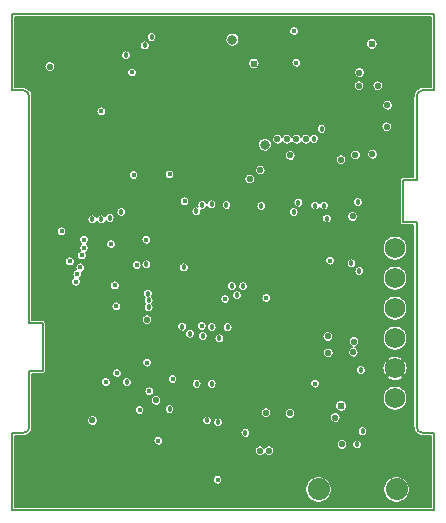
<source format=gbr>
%TF.GenerationSoftware,KiCad,Pcbnew,(5.1.4)-1*%
%TF.CreationDate,2019-12-19T22:46:11-07:00*%
%TF.ProjectId,base,62617365-2e6b-4696-9361-645f70636258,rev?*%
%TF.SameCoordinates,Original*%
%TF.FileFunction,Copper,L3,Inr*%
%TF.FilePolarity,Positive*%
%FSLAX46Y46*%
G04 Gerber Fmt 4.6, Leading zero omitted, Abs format (unit mm)*
G04 Created by KiCad (PCBNEW (5.1.4)-1) date 2019-12-19 22:46:11*
%MOMM*%
%LPD*%
G04 APERTURE LIST*
%ADD10C,0.150000*%
%ADD11C,1.870000*%
%ADD12C,1.727200*%
%ADD13C,0.609600*%
%ADD14C,0.533400*%
%ADD15C,0.457000*%
%ADD16C,0.800000*%
%ADD17C,0.450000*%
%ADD18C,0.457200*%
%ADD19C,0.127000*%
G04 APERTURE END LIST*
D10*
X131000500Y-114280540D02*
X131000500Y-118280540D01*
X162651441Y-102162541D02*
X162651441Y-95050541D01*
X161502382Y-105714800D02*
X162651441Y-105714800D01*
X161502382Y-102162541D02*
X162651441Y-102162541D01*
X129851441Y-123050540D02*
G75*
G02X129351441Y-123550540I-500000J0D01*
G01*
X129351441Y-94550541D02*
G75*
G02X129851441Y-95050541I0J-500000D01*
G01*
X162651441Y-95050541D02*
G75*
G02X163151441Y-94550541I500000J0D01*
G01*
X163151441Y-123550540D02*
G75*
G02X162651441Y-123050540I0J500000D01*
G01*
X128351441Y-88050540D02*
X128351441Y-94550540D01*
X163151441Y-94550541D02*
X164151441Y-94550540D01*
X162651441Y-123050540D02*
X162651441Y-105714800D01*
X164151441Y-123550540D02*
X163151441Y-123550540D01*
X164151441Y-94550540D02*
X164151440Y-88050541D01*
X129851441Y-95050541D02*
X129851441Y-114280540D01*
X128351441Y-94550540D02*
X129351441Y-94550541D01*
X128351441Y-130050540D02*
X162651440Y-130050540D01*
X129851441Y-114280540D02*
X131000500Y-114280540D01*
X161502382Y-102162541D02*
X161502382Y-105714800D01*
X162651440Y-88050540D02*
X128351441Y-88050540D01*
X131000500Y-118280540D02*
X129851441Y-118280540D01*
X128351441Y-123550540D02*
X128351441Y-130050540D01*
X129351441Y-123550540D02*
X128351441Y-123550540D01*
X129851441Y-118280540D02*
X129851441Y-123050540D01*
X162651440Y-130050540D02*
X164151440Y-130050540D01*
X164151440Y-88050541D02*
X162651440Y-88050540D01*
X164151440Y-130050540D02*
X164151441Y-123550540D01*
D11*
X160950000Y-128339000D03*
X154350000Y-128339000D03*
D12*
X160820100Y-120624600D03*
X160820100Y-118084600D03*
X160820100Y-115544600D03*
X160820100Y-113004600D03*
X160820100Y-110464600D03*
X160820100Y-107924600D03*
D13*
X156248100Y-121259600D03*
D14*
X159369100Y-94158600D03*
D13*
X148863000Y-92276900D03*
D15*
X141732000Y-121539000D03*
X148150000Y-123550000D03*
X145834100Y-122656600D03*
D14*
X131589000Y-92531000D03*
X135200000Y-122500000D03*
X158900000Y-99950000D03*
X156248100Y-100431600D03*
X157471600Y-100021600D03*
D16*
X149800000Y-99150000D03*
X147050000Y-90250000D03*
D14*
X149900000Y-121850000D03*
X139827000Y-113982500D03*
D17*
X140779500Y-124206000D03*
X140017500Y-120026711D03*
X141986004Y-118999000D03*
X139827000Y-117602000D03*
X137287000Y-118491000D03*
X136334500Y-119253000D03*
X139192000Y-121602500D03*
X134493000Y-107886500D03*
X134493000Y-107188000D03*
X136779000Y-107569000D03*
X137096500Y-111061500D03*
X137223500Y-112839500D03*
X139763500Y-107188000D03*
X143002000Y-103949500D03*
X152273000Y-89535000D03*
X152463500Y-92202000D03*
X135953500Y-96329500D03*
X154051000Y-119380000D03*
X149923500Y-112141000D03*
X146431000Y-112204500D03*
X144462500Y-114490500D03*
X138950709Y-109348002D03*
D15*
X139776290Y-109283701D03*
D17*
X141732000Y-101663504D03*
X138684000Y-101727000D03*
D14*
X156337000Y-124523500D03*
X157226000Y-105219500D03*
D15*
X157670500Y-104013000D03*
D14*
X149415500Y-101300000D03*
D13*
X158851600Y-90614500D03*
D14*
X160172432Y-95808800D03*
X151930100Y-121894600D03*
D15*
X157924500Y-118237000D03*
D14*
X156248100Y-104114600D03*
X157769100Y-97460600D03*
X160169100Y-94158600D03*
X158569100Y-97460600D03*
D15*
X143123000Y-128422300D03*
X155117800Y-118584980D03*
X156300000Y-117650000D03*
D14*
X142750000Y-126700000D03*
X143400000Y-126700000D03*
D15*
X151650000Y-116900000D03*
D17*
X139763500Y-108140500D03*
X140716000Y-125793500D03*
X143002000Y-119316500D03*
D15*
X135658860Y-118427500D03*
D17*
X134747000Y-121539000D03*
X133223000Y-120078500D03*
D14*
X133794500Y-124142500D03*
D17*
X141541500Y-107314994D03*
X147066000Y-95821500D03*
D16*
X149225004Y-95250000D03*
D17*
X152463500Y-95440500D03*
X153289000Y-95504000D03*
X154432000Y-89535000D03*
X155257500Y-92265500D03*
D14*
X148272500Y-99314000D03*
D17*
X145224500Y-101663500D03*
X148971000Y-115570000D03*
X146621500Y-115570000D03*
X143954500Y-115697000D03*
X142430500Y-115760500D03*
X142811500Y-96139000D03*
D15*
X139776290Y-109867714D03*
D17*
X142494000Y-102298500D03*
X141732000Y-102743000D03*
X139255500Y-102235000D03*
D14*
X135255000Y-89662000D03*
X149390100Y-125069600D03*
X150152100Y-125069600D03*
X157769100Y-94158600D03*
X157800000Y-93050000D03*
X140589000Y-120776986D03*
X160121600Y-97637600D03*
D15*
X152241338Y-104867182D03*
D14*
X148526500Y-102050000D03*
X153269100Y-98683600D03*
D15*
X154600000Y-97800000D03*
D14*
X152469100Y-98683600D03*
D18*
X157797500Y-109855000D03*
X157137100Y-109194600D03*
D14*
X151669100Y-98683600D03*
X150869100Y-98683600D03*
X151950000Y-100050000D03*
D15*
X154050000Y-104300000D03*
D17*
X133794500Y-110744000D03*
D14*
X157289500Y-116713006D03*
D17*
X133921500Y-110109000D03*
D14*
X155170006Y-116781479D03*
D17*
X134175500Y-109537500D03*
D14*
X157353000Y-115824000D03*
D17*
X134302500Y-108521500D03*
D14*
X155130516Y-115379500D03*
D15*
X145300000Y-114600000D03*
X144000000Y-104800000D03*
X144498352Y-104249265D03*
X142800000Y-114550000D03*
X145288004Y-104203500D03*
X142938500Y-109537500D03*
X146650000Y-114600000D03*
X146550000Y-104256100D03*
X147002500Y-111125000D03*
X147447000Y-111887008D03*
X155050000Y-105400000D03*
X147955000Y-111125000D03*
X149500000Y-104350000D03*
X153950000Y-98650000D03*
X152642900Y-104050000D03*
X154800000Y-104300000D03*
X157607004Y-124523500D03*
X158071800Y-123412252D03*
X145950000Y-115550000D03*
D17*
X155321000Y-108966000D03*
D15*
X144550000Y-115350000D03*
X143450000Y-115150000D03*
X145300000Y-119395160D03*
X144021240Y-119391710D03*
X138039000Y-91581000D03*
X139954999Y-112924450D03*
X139954997Y-112340439D03*
X139636500Y-90741500D03*
X139890500Y-111760000D03*
X140208000Y-90043000D03*
X135191500Y-105473486D03*
X135953500Y-105473500D03*
X136668462Y-105343576D03*
X137650000Y-104850000D03*
D17*
X138557000Y-93027500D03*
D14*
X155750000Y-122250000D03*
D15*
X138112500Y-119253000D03*
X144900000Y-122500000D03*
D17*
X133286500Y-109029500D03*
X132588000Y-106489496D03*
X145796034Y-127508000D03*
D19*
G36*
X163885940Y-88316041D02*
G01*
X163885942Y-94285041D01*
X163138404Y-94285042D01*
X163126975Y-94286168D01*
X163123888Y-94286146D01*
X163120199Y-94286507D01*
X163023150Y-94296707D01*
X162999533Y-94301555D01*
X162975941Y-94306055D01*
X162972402Y-94307124D01*
X162972392Y-94307126D01*
X162972383Y-94307130D01*
X162879173Y-94335983D01*
X162856985Y-94345310D01*
X162834676Y-94354323D01*
X162831403Y-94356063D01*
X162745566Y-94402476D01*
X162725617Y-94415932D01*
X162705481Y-94429108D01*
X162702608Y-94431451D01*
X162627420Y-94493653D01*
X162610457Y-94510735D01*
X162593273Y-94527562D01*
X162590915Y-94530413D01*
X162590908Y-94530420D01*
X162590903Y-94530428D01*
X162529234Y-94606040D01*
X162515900Y-94626107D01*
X162502320Y-94645941D01*
X162500564Y-94649189D01*
X162500558Y-94649198D01*
X162500554Y-94649207D01*
X162454745Y-94735363D01*
X162445581Y-94757596D01*
X162436096Y-94779726D01*
X162435000Y-94783267D01*
X162406795Y-94876685D01*
X162402113Y-94900329D01*
X162397118Y-94923830D01*
X162396730Y-94927517D01*
X162387208Y-95024634D01*
X162387208Y-95024650D01*
X162385942Y-95037504D01*
X162385941Y-101897041D01*
X161515419Y-101897041D01*
X161502382Y-101895757D01*
X161489345Y-101897041D01*
X161450335Y-101900883D01*
X161400288Y-101916065D01*
X161354165Y-101940718D01*
X161313737Y-101973896D01*
X161280559Y-102014324D01*
X161255906Y-102060447D01*
X161240724Y-102110494D01*
X161235598Y-102162541D01*
X161236882Y-102175577D01*
X161236883Y-105701753D01*
X161235598Y-105714800D01*
X161240724Y-105766847D01*
X161255906Y-105816894D01*
X161280559Y-105863017D01*
X161313737Y-105903445D01*
X161354165Y-105936623D01*
X161400288Y-105961276D01*
X161450335Y-105976458D01*
X161489345Y-105980300D01*
X161502382Y-105981584D01*
X161515419Y-105980300D01*
X162385942Y-105980300D01*
X162385941Y-123063576D01*
X162387068Y-123075014D01*
X162387046Y-123078093D01*
X162387407Y-123081783D01*
X162397607Y-123178831D01*
X162402455Y-123202448D01*
X162406955Y-123226040D01*
X162408024Y-123229579D01*
X162408026Y-123229589D01*
X162408030Y-123229598D01*
X162436883Y-123322808D01*
X162446208Y-123344992D01*
X162455223Y-123367304D01*
X162456963Y-123370577D01*
X162503376Y-123456415D01*
X162516830Y-123476362D01*
X162530008Y-123496500D01*
X162532347Y-123499367D01*
X162532351Y-123499373D01*
X162532356Y-123499378D01*
X162594553Y-123574561D01*
X162611635Y-123591524D01*
X162628462Y-123608708D01*
X162631313Y-123611066D01*
X162631320Y-123611073D01*
X162631328Y-123611078D01*
X162706939Y-123672747D01*
X162727025Y-123686093D01*
X162746841Y-123699661D01*
X162750089Y-123701417D01*
X162750098Y-123701423D01*
X162750107Y-123701427D01*
X162836263Y-123747236D01*
X162858496Y-123756400D01*
X162880626Y-123765885D01*
X162884165Y-123766980D01*
X162884169Y-123766982D01*
X162884173Y-123766983D01*
X162977585Y-123795186D01*
X163001229Y-123799868D01*
X163024730Y-123804863D01*
X163028411Y-123805250D01*
X163028414Y-123805251D01*
X163028417Y-123805251D01*
X163125534Y-123814773D01*
X163125539Y-123814773D01*
X163138404Y-123816040D01*
X163885942Y-123816040D01*
X163885940Y-129785040D01*
X128616941Y-129785040D01*
X128616941Y-128228148D01*
X153224500Y-128228148D01*
X153224500Y-128449852D01*
X153267752Y-128667296D01*
X153352595Y-128872124D01*
X153475767Y-129056465D01*
X153632535Y-129213233D01*
X153816876Y-129336405D01*
X154021704Y-129421248D01*
X154239148Y-129464500D01*
X154460852Y-129464500D01*
X154678296Y-129421248D01*
X154883124Y-129336405D01*
X155067465Y-129213233D01*
X155224233Y-129056465D01*
X155347405Y-128872124D01*
X155432248Y-128667296D01*
X155475500Y-128449852D01*
X155475500Y-128228148D01*
X159824500Y-128228148D01*
X159824500Y-128449852D01*
X159867752Y-128667296D01*
X159952595Y-128872124D01*
X160075767Y-129056465D01*
X160232535Y-129213233D01*
X160416876Y-129336405D01*
X160621704Y-129421248D01*
X160839148Y-129464500D01*
X161060852Y-129464500D01*
X161278296Y-129421248D01*
X161483124Y-129336405D01*
X161667465Y-129213233D01*
X161824233Y-129056465D01*
X161947405Y-128872124D01*
X162032248Y-128667296D01*
X162075500Y-128449852D01*
X162075500Y-128228148D01*
X162032248Y-128010704D01*
X161947405Y-127805876D01*
X161824233Y-127621535D01*
X161667465Y-127464767D01*
X161483124Y-127341595D01*
X161278296Y-127256752D01*
X161060852Y-127213500D01*
X160839148Y-127213500D01*
X160621704Y-127256752D01*
X160416876Y-127341595D01*
X160232535Y-127464767D01*
X160075767Y-127621535D01*
X159952595Y-127805876D01*
X159867752Y-128010704D01*
X159824500Y-128228148D01*
X155475500Y-128228148D01*
X155432248Y-128010704D01*
X155347405Y-127805876D01*
X155224233Y-127621535D01*
X155067465Y-127464767D01*
X154883124Y-127341595D01*
X154678296Y-127256752D01*
X154460852Y-127213500D01*
X154239148Y-127213500D01*
X154021704Y-127256752D01*
X153816876Y-127341595D01*
X153632535Y-127464767D01*
X153475767Y-127621535D01*
X153352595Y-127805876D01*
X153267752Y-128010704D01*
X153224500Y-128228148D01*
X128616941Y-128228148D01*
X128616941Y-127467077D01*
X145380534Y-127467077D01*
X145380534Y-127548923D01*
X145396502Y-127629197D01*
X145427823Y-127704813D01*
X145473294Y-127772866D01*
X145531168Y-127830740D01*
X145599221Y-127876211D01*
X145674837Y-127907532D01*
X145755111Y-127923500D01*
X145836957Y-127923500D01*
X145917231Y-127907532D01*
X145992847Y-127876211D01*
X146060900Y-127830740D01*
X146118774Y-127772866D01*
X146164245Y-127704813D01*
X146195566Y-127629197D01*
X146211534Y-127548923D01*
X146211534Y-127467077D01*
X146195566Y-127386803D01*
X146164245Y-127311187D01*
X146118774Y-127243134D01*
X146060900Y-127185260D01*
X145992847Y-127139789D01*
X145917231Y-127108468D01*
X145836957Y-127092500D01*
X145755111Y-127092500D01*
X145674837Y-127108468D01*
X145599221Y-127139789D01*
X145531168Y-127185260D01*
X145473294Y-127243134D01*
X145427823Y-127311187D01*
X145396502Y-127386803D01*
X145380534Y-127467077D01*
X128616941Y-127467077D01*
X128616941Y-125024570D01*
X148932900Y-125024570D01*
X148932900Y-125114630D01*
X148950470Y-125202960D01*
X148984935Y-125286165D01*
X149034970Y-125361048D01*
X149098652Y-125424730D01*
X149173535Y-125474765D01*
X149256740Y-125509230D01*
X149345070Y-125526800D01*
X149435130Y-125526800D01*
X149523460Y-125509230D01*
X149606665Y-125474765D01*
X149681548Y-125424730D01*
X149745230Y-125361048D01*
X149771100Y-125322331D01*
X149796970Y-125361048D01*
X149860652Y-125424730D01*
X149935535Y-125474765D01*
X150018740Y-125509230D01*
X150107070Y-125526800D01*
X150197130Y-125526800D01*
X150285460Y-125509230D01*
X150368665Y-125474765D01*
X150443548Y-125424730D01*
X150507230Y-125361048D01*
X150557265Y-125286165D01*
X150591730Y-125202960D01*
X150609300Y-125114630D01*
X150609300Y-125024570D01*
X150591730Y-124936240D01*
X150557265Y-124853035D01*
X150507230Y-124778152D01*
X150443548Y-124714470D01*
X150368665Y-124664435D01*
X150285460Y-124629970D01*
X150197130Y-124612400D01*
X150107070Y-124612400D01*
X150018740Y-124629970D01*
X149935535Y-124664435D01*
X149860652Y-124714470D01*
X149796970Y-124778152D01*
X149771100Y-124816869D01*
X149745230Y-124778152D01*
X149681548Y-124714470D01*
X149606665Y-124664435D01*
X149523460Y-124629970D01*
X149435130Y-124612400D01*
X149345070Y-124612400D01*
X149256740Y-124629970D01*
X149173535Y-124664435D01*
X149098652Y-124714470D01*
X149034970Y-124778152D01*
X148984935Y-124853035D01*
X148950470Y-124936240D01*
X148932900Y-125024570D01*
X128616941Y-125024570D01*
X128616941Y-124165077D01*
X140364000Y-124165077D01*
X140364000Y-124246923D01*
X140379968Y-124327197D01*
X140411289Y-124402813D01*
X140456760Y-124470866D01*
X140514634Y-124528740D01*
X140582687Y-124574211D01*
X140658303Y-124605532D01*
X140738577Y-124621500D01*
X140820423Y-124621500D01*
X140900697Y-124605532D01*
X140976313Y-124574211D01*
X141044366Y-124528740D01*
X141094636Y-124478470D01*
X155879800Y-124478470D01*
X155879800Y-124568530D01*
X155897370Y-124656860D01*
X155931835Y-124740065D01*
X155981870Y-124814948D01*
X156045552Y-124878630D01*
X156120435Y-124928665D01*
X156203640Y-124963130D01*
X156291970Y-124980700D01*
X156382030Y-124980700D01*
X156470360Y-124963130D01*
X156553565Y-124928665D01*
X156628448Y-124878630D01*
X156692130Y-124814948D01*
X156742165Y-124740065D01*
X156776630Y-124656860D01*
X156794200Y-124568530D01*
X156794200Y-124482232D01*
X157188004Y-124482232D01*
X157188004Y-124564768D01*
X157204106Y-124645718D01*
X157235691Y-124721971D01*
X157281546Y-124790597D01*
X157339907Y-124848958D01*
X157408533Y-124894813D01*
X157484786Y-124926398D01*
X157565736Y-124942500D01*
X157648272Y-124942500D01*
X157729222Y-124926398D01*
X157805475Y-124894813D01*
X157874101Y-124848958D01*
X157932462Y-124790597D01*
X157978317Y-124721971D01*
X158009902Y-124645718D01*
X158026004Y-124564768D01*
X158026004Y-124482232D01*
X158009902Y-124401282D01*
X157978317Y-124325029D01*
X157932462Y-124256403D01*
X157874101Y-124198042D01*
X157805475Y-124152187D01*
X157729222Y-124120602D01*
X157648272Y-124104500D01*
X157565736Y-124104500D01*
X157484786Y-124120602D01*
X157408533Y-124152187D01*
X157339907Y-124198042D01*
X157281546Y-124256403D01*
X157235691Y-124325029D01*
X157204106Y-124401282D01*
X157188004Y-124482232D01*
X156794200Y-124482232D01*
X156794200Y-124478470D01*
X156776630Y-124390140D01*
X156742165Y-124306935D01*
X156692130Y-124232052D01*
X156628448Y-124168370D01*
X156553565Y-124118335D01*
X156470360Y-124083870D01*
X156382030Y-124066300D01*
X156291970Y-124066300D01*
X156203640Y-124083870D01*
X156120435Y-124118335D01*
X156045552Y-124168370D01*
X155981870Y-124232052D01*
X155931835Y-124306935D01*
X155897370Y-124390140D01*
X155879800Y-124478470D01*
X141094636Y-124478470D01*
X141102240Y-124470866D01*
X141147711Y-124402813D01*
X141179032Y-124327197D01*
X141195000Y-124246923D01*
X141195000Y-124165077D01*
X141179032Y-124084803D01*
X141147711Y-124009187D01*
X141102240Y-123941134D01*
X141044366Y-123883260D01*
X140976313Y-123837789D01*
X140900697Y-123806468D01*
X140820423Y-123790500D01*
X140738577Y-123790500D01*
X140658303Y-123806468D01*
X140582687Y-123837789D01*
X140514634Y-123883260D01*
X140456760Y-123941134D01*
X140411289Y-124009187D01*
X140379968Y-124084803D01*
X140364000Y-124165077D01*
X128616941Y-124165077D01*
X128616941Y-123816040D01*
X129364478Y-123816040D01*
X129375916Y-123814913D01*
X129378994Y-123814935D01*
X129382684Y-123814574D01*
X129479732Y-123804374D01*
X129503349Y-123799526D01*
X129526941Y-123795026D01*
X129530480Y-123793957D01*
X129530490Y-123793955D01*
X129530499Y-123793951D01*
X129623709Y-123765098D01*
X129645893Y-123755773D01*
X129668205Y-123746758D01*
X129671473Y-123745021D01*
X129671477Y-123745019D01*
X129671480Y-123745017D01*
X129757316Y-123698605D01*
X129777265Y-123685149D01*
X129797401Y-123671973D01*
X129800268Y-123669634D01*
X129800274Y-123669630D01*
X129800279Y-123669625D01*
X129875462Y-123607428D01*
X129892425Y-123590346D01*
X129909609Y-123573519D01*
X129911967Y-123570668D01*
X129911974Y-123570661D01*
X129911979Y-123570653D01*
X129962482Y-123508732D01*
X147731000Y-123508732D01*
X147731000Y-123591268D01*
X147747102Y-123672218D01*
X147778687Y-123748471D01*
X147824542Y-123817097D01*
X147882903Y-123875458D01*
X147951529Y-123921313D01*
X148027782Y-123952898D01*
X148108732Y-123969000D01*
X148191268Y-123969000D01*
X148272218Y-123952898D01*
X148348471Y-123921313D01*
X148417097Y-123875458D01*
X148475458Y-123817097D01*
X148521313Y-123748471D01*
X148552898Y-123672218D01*
X148569000Y-123591268D01*
X148569000Y-123508732D01*
X148552898Y-123427782D01*
X148529372Y-123370984D01*
X157652800Y-123370984D01*
X157652800Y-123453520D01*
X157668902Y-123534470D01*
X157700487Y-123610723D01*
X157746342Y-123679349D01*
X157804703Y-123737710D01*
X157873329Y-123783565D01*
X157949582Y-123815150D01*
X158030532Y-123831252D01*
X158113068Y-123831252D01*
X158194018Y-123815150D01*
X158270271Y-123783565D01*
X158338897Y-123737710D01*
X158397258Y-123679349D01*
X158443113Y-123610723D01*
X158474698Y-123534470D01*
X158490800Y-123453520D01*
X158490800Y-123370984D01*
X158474698Y-123290034D01*
X158443113Y-123213781D01*
X158397258Y-123145155D01*
X158338897Y-123086794D01*
X158270271Y-123040939D01*
X158194018Y-123009354D01*
X158113068Y-122993252D01*
X158030532Y-122993252D01*
X157949582Y-123009354D01*
X157873329Y-123040939D01*
X157804703Y-123086794D01*
X157746342Y-123145155D01*
X157700487Y-123213781D01*
X157668902Y-123290034D01*
X157652800Y-123370984D01*
X148529372Y-123370984D01*
X148521313Y-123351529D01*
X148475458Y-123282903D01*
X148417097Y-123224542D01*
X148348471Y-123178687D01*
X148272218Y-123147102D01*
X148191268Y-123131000D01*
X148108732Y-123131000D01*
X148027782Y-123147102D01*
X147951529Y-123178687D01*
X147882903Y-123224542D01*
X147824542Y-123282903D01*
X147778687Y-123351529D01*
X147747102Y-123427782D01*
X147731000Y-123508732D01*
X129962482Y-123508732D01*
X129973648Y-123495042D01*
X129986994Y-123474956D01*
X130000562Y-123455140D01*
X130002318Y-123451892D01*
X130002324Y-123451883D01*
X130002328Y-123451874D01*
X130048137Y-123365718D01*
X130057301Y-123343485D01*
X130066786Y-123321355D01*
X130067882Y-123317814D01*
X130096087Y-123224396D01*
X130100769Y-123200752D01*
X130105764Y-123177251D01*
X130106152Y-123173564D01*
X130115674Y-123076447D01*
X130115674Y-123076442D01*
X130116941Y-123063577D01*
X130116941Y-122454970D01*
X134742800Y-122454970D01*
X134742800Y-122545030D01*
X134760370Y-122633360D01*
X134794835Y-122716565D01*
X134844870Y-122791448D01*
X134908552Y-122855130D01*
X134983435Y-122905165D01*
X135066640Y-122939630D01*
X135154970Y-122957200D01*
X135245030Y-122957200D01*
X135333360Y-122939630D01*
X135416565Y-122905165D01*
X135491448Y-122855130D01*
X135555130Y-122791448D01*
X135605165Y-122716565D01*
X135639630Y-122633360D01*
X135657200Y-122545030D01*
X135657200Y-122458732D01*
X144481000Y-122458732D01*
X144481000Y-122541268D01*
X144497102Y-122622218D01*
X144528687Y-122698471D01*
X144574542Y-122767097D01*
X144632903Y-122825458D01*
X144701529Y-122871313D01*
X144777782Y-122902898D01*
X144858732Y-122919000D01*
X144941268Y-122919000D01*
X145022218Y-122902898D01*
X145098471Y-122871313D01*
X145167097Y-122825458D01*
X145225458Y-122767097D01*
X145271313Y-122698471D01*
X145302898Y-122622218D01*
X145304267Y-122615332D01*
X145415100Y-122615332D01*
X145415100Y-122697868D01*
X145431202Y-122778818D01*
X145462787Y-122855071D01*
X145508642Y-122923697D01*
X145567003Y-122982058D01*
X145635629Y-123027913D01*
X145711882Y-123059498D01*
X145792832Y-123075600D01*
X145875368Y-123075600D01*
X145956318Y-123059498D01*
X146032571Y-123027913D01*
X146101197Y-122982058D01*
X146159558Y-122923697D01*
X146205413Y-122855071D01*
X146236998Y-122778818D01*
X146253100Y-122697868D01*
X146253100Y-122615332D01*
X146236998Y-122534382D01*
X146205413Y-122458129D01*
X146159558Y-122389503D01*
X146101197Y-122331142D01*
X146032571Y-122285287D01*
X145956318Y-122253702D01*
X145875368Y-122237600D01*
X145792832Y-122237600D01*
X145711882Y-122253702D01*
X145635629Y-122285287D01*
X145567003Y-122331142D01*
X145508642Y-122389503D01*
X145462787Y-122458129D01*
X145431202Y-122534382D01*
X145415100Y-122615332D01*
X145304267Y-122615332D01*
X145319000Y-122541268D01*
X145319000Y-122458732D01*
X145302898Y-122377782D01*
X145271313Y-122301529D01*
X145225458Y-122232903D01*
X145167097Y-122174542D01*
X145098471Y-122128687D01*
X145022218Y-122097102D01*
X144941268Y-122081000D01*
X144858732Y-122081000D01*
X144777782Y-122097102D01*
X144701529Y-122128687D01*
X144632903Y-122174542D01*
X144574542Y-122232903D01*
X144528687Y-122301529D01*
X144497102Y-122377782D01*
X144481000Y-122458732D01*
X135657200Y-122458732D01*
X135657200Y-122454970D01*
X135639630Y-122366640D01*
X135605165Y-122283435D01*
X135555130Y-122208552D01*
X135491448Y-122144870D01*
X135416565Y-122094835D01*
X135333360Y-122060370D01*
X135245030Y-122042800D01*
X135154970Y-122042800D01*
X135066640Y-122060370D01*
X134983435Y-122094835D01*
X134908552Y-122144870D01*
X134844870Y-122208552D01*
X134794835Y-122283435D01*
X134760370Y-122366640D01*
X134742800Y-122454970D01*
X130116941Y-122454970D01*
X130116941Y-121561577D01*
X138776500Y-121561577D01*
X138776500Y-121643423D01*
X138792468Y-121723697D01*
X138823789Y-121799313D01*
X138869260Y-121867366D01*
X138927134Y-121925240D01*
X138995187Y-121970711D01*
X139070803Y-122002032D01*
X139151077Y-122018000D01*
X139232923Y-122018000D01*
X139313197Y-122002032D01*
X139388813Y-121970711D01*
X139456866Y-121925240D01*
X139514740Y-121867366D01*
X139560211Y-121799313D01*
X139591532Y-121723697D01*
X139607500Y-121643423D01*
X139607500Y-121561577D01*
X139594801Y-121497732D01*
X141313000Y-121497732D01*
X141313000Y-121580268D01*
X141329102Y-121661218D01*
X141360687Y-121737471D01*
X141406542Y-121806097D01*
X141464903Y-121864458D01*
X141533529Y-121910313D01*
X141609782Y-121941898D01*
X141690732Y-121958000D01*
X141773268Y-121958000D01*
X141854218Y-121941898D01*
X141930471Y-121910313D01*
X141999097Y-121864458D01*
X142057458Y-121806097D01*
X142058211Y-121804970D01*
X149442800Y-121804970D01*
X149442800Y-121895030D01*
X149460370Y-121983360D01*
X149494835Y-122066565D01*
X149544870Y-122141448D01*
X149608552Y-122205130D01*
X149683435Y-122255165D01*
X149766640Y-122289630D01*
X149854970Y-122307200D01*
X149945030Y-122307200D01*
X150033360Y-122289630D01*
X150116565Y-122255165D01*
X150191448Y-122205130D01*
X150255130Y-122141448D01*
X150305165Y-122066565D01*
X150339630Y-121983360D01*
X150357200Y-121895030D01*
X150357200Y-121849570D01*
X151472900Y-121849570D01*
X151472900Y-121939630D01*
X151490470Y-122027960D01*
X151524935Y-122111165D01*
X151574970Y-122186048D01*
X151638652Y-122249730D01*
X151713535Y-122299765D01*
X151796740Y-122334230D01*
X151885070Y-122351800D01*
X151975130Y-122351800D01*
X152063460Y-122334230D01*
X152146665Y-122299765D01*
X152221548Y-122249730D01*
X152266308Y-122204970D01*
X155292800Y-122204970D01*
X155292800Y-122295030D01*
X155310370Y-122383360D01*
X155344835Y-122466565D01*
X155394870Y-122541448D01*
X155458552Y-122605130D01*
X155533435Y-122655165D01*
X155616640Y-122689630D01*
X155704970Y-122707200D01*
X155795030Y-122707200D01*
X155883360Y-122689630D01*
X155966565Y-122655165D01*
X156041448Y-122605130D01*
X156105130Y-122541448D01*
X156155165Y-122466565D01*
X156189630Y-122383360D01*
X156207200Y-122295030D01*
X156207200Y-122204970D01*
X156189630Y-122116640D01*
X156155165Y-122033435D01*
X156105130Y-121958552D01*
X156041448Y-121894870D01*
X155966565Y-121844835D01*
X155883360Y-121810370D01*
X155795030Y-121792800D01*
X155704970Y-121792800D01*
X155616640Y-121810370D01*
X155533435Y-121844835D01*
X155458552Y-121894870D01*
X155394870Y-121958552D01*
X155344835Y-122033435D01*
X155310370Y-122116640D01*
X155292800Y-122204970D01*
X152266308Y-122204970D01*
X152285230Y-122186048D01*
X152335265Y-122111165D01*
X152369730Y-122027960D01*
X152387300Y-121939630D01*
X152387300Y-121849570D01*
X152369730Y-121761240D01*
X152335265Y-121678035D01*
X152285230Y-121603152D01*
X152221548Y-121539470D01*
X152146665Y-121489435D01*
X152063460Y-121454970D01*
X151975130Y-121437400D01*
X151885070Y-121437400D01*
X151796740Y-121454970D01*
X151713535Y-121489435D01*
X151638652Y-121539470D01*
X151574970Y-121603152D01*
X151524935Y-121678035D01*
X151490470Y-121761240D01*
X151472900Y-121849570D01*
X150357200Y-121849570D01*
X150357200Y-121804970D01*
X150339630Y-121716640D01*
X150305165Y-121633435D01*
X150255130Y-121558552D01*
X150191448Y-121494870D01*
X150116565Y-121444835D01*
X150033360Y-121410370D01*
X149945030Y-121392800D01*
X149854970Y-121392800D01*
X149766640Y-121410370D01*
X149683435Y-121444835D01*
X149608552Y-121494870D01*
X149544870Y-121558552D01*
X149494835Y-121633435D01*
X149460370Y-121716640D01*
X149442800Y-121804970D01*
X142058211Y-121804970D01*
X142103313Y-121737471D01*
X142134898Y-121661218D01*
X142151000Y-121580268D01*
X142151000Y-121497732D01*
X142134898Y-121416782D01*
X142103313Y-121340529D01*
X142057458Y-121271903D01*
X141999097Y-121213542D01*
X141995019Y-121210817D01*
X155752800Y-121210817D01*
X155752800Y-121308383D01*
X155771834Y-121404074D01*
X155809170Y-121494213D01*
X155863375Y-121575336D01*
X155932364Y-121644325D01*
X156013487Y-121698530D01*
X156103626Y-121735866D01*
X156199317Y-121754900D01*
X156296883Y-121754900D01*
X156392574Y-121735866D01*
X156482713Y-121698530D01*
X156563836Y-121644325D01*
X156632825Y-121575336D01*
X156687030Y-121494213D01*
X156724366Y-121404074D01*
X156743400Y-121308383D01*
X156743400Y-121210817D01*
X156724366Y-121115126D01*
X156687030Y-121024987D01*
X156632825Y-120943864D01*
X156563836Y-120874875D01*
X156482713Y-120820670D01*
X156392574Y-120783334D01*
X156296883Y-120764300D01*
X156199317Y-120764300D01*
X156103626Y-120783334D01*
X156013487Y-120820670D01*
X155932364Y-120874875D01*
X155863375Y-120943864D01*
X155809170Y-121024987D01*
X155771834Y-121115126D01*
X155752800Y-121210817D01*
X141995019Y-121210817D01*
X141930471Y-121167687D01*
X141854218Y-121136102D01*
X141773268Y-121120000D01*
X141690732Y-121120000D01*
X141609782Y-121136102D01*
X141533529Y-121167687D01*
X141464903Y-121213542D01*
X141406542Y-121271903D01*
X141360687Y-121340529D01*
X141329102Y-121416782D01*
X141313000Y-121497732D01*
X139594801Y-121497732D01*
X139591532Y-121481303D01*
X139560211Y-121405687D01*
X139514740Y-121337634D01*
X139456866Y-121279760D01*
X139388813Y-121234289D01*
X139313197Y-121202968D01*
X139232923Y-121187000D01*
X139151077Y-121187000D01*
X139070803Y-121202968D01*
X138995187Y-121234289D01*
X138927134Y-121279760D01*
X138869260Y-121337634D01*
X138823789Y-121405687D01*
X138792468Y-121481303D01*
X138776500Y-121561577D01*
X130116941Y-121561577D01*
X130116941Y-120731956D01*
X140131800Y-120731956D01*
X140131800Y-120822016D01*
X140149370Y-120910346D01*
X140183835Y-120993551D01*
X140233870Y-121068434D01*
X140297552Y-121132116D01*
X140372435Y-121182151D01*
X140455640Y-121216616D01*
X140543970Y-121234186D01*
X140634030Y-121234186D01*
X140722360Y-121216616D01*
X140805565Y-121182151D01*
X140880448Y-121132116D01*
X140944130Y-121068434D01*
X140994165Y-120993551D01*
X141028630Y-120910346D01*
X141046200Y-120822016D01*
X141046200Y-120731956D01*
X141028630Y-120643626D01*
X140994165Y-120560421D01*
X140967678Y-120520780D01*
X159766000Y-120520780D01*
X159766000Y-120728420D01*
X159806509Y-120932070D01*
X159885969Y-121123903D01*
X160001327Y-121296549D01*
X160148151Y-121443373D01*
X160320797Y-121558731D01*
X160512630Y-121638191D01*
X160716280Y-121678700D01*
X160923920Y-121678700D01*
X161127570Y-121638191D01*
X161319403Y-121558731D01*
X161492049Y-121443373D01*
X161638873Y-121296549D01*
X161754231Y-121123903D01*
X161833691Y-120932070D01*
X161874200Y-120728420D01*
X161874200Y-120520780D01*
X161833691Y-120317130D01*
X161754231Y-120125297D01*
X161638873Y-119952651D01*
X161492049Y-119805827D01*
X161319403Y-119690469D01*
X161127570Y-119611009D01*
X160923920Y-119570500D01*
X160716280Y-119570500D01*
X160512630Y-119611009D01*
X160320797Y-119690469D01*
X160148151Y-119805827D01*
X160001327Y-119952651D01*
X159885969Y-120125297D01*
X159806509Y-120317130D01*
X159766000Y-120520780D01*
X140967678Y-120520780D01*
X140944130Y-120485538D01*
X140880448Y-120421856D01*
X140805565Y-120371821D01*
X140722360Y-120337356D01*
X140634030Y-120319786D01*
X140543970Y-120319786D01*
X140455640Y-120337356D01*
X140372435Y-120371821D01*
X140297552Y-120421856D01*
X140233870Y-120485538D01*
X140183835Y-120560421D01*
X140149370Y-120643626D01*
X140131800Y-120731956D01*
X130116941Y-120731956D01*
X130116941Y-119985788D01*
X139602000Y-119985788D01*
X139602000Y-120067634D01*
X139617968Y-120147908D01*
X139649289Y-120223524D01*
X139694760Y-120291577D01*
X139752634Y-120349451D01*
X139820687Y-120394922D01*
X139896303Y-120426243D01*
X139976577Y-120442211D01*
X140058423Y-120442211D01*
X140138697Y-120426243D01*
X140214313Y-120394922D01*
X140282366Y-120349451D01*
X140340240Y-120291577D01*
X140385711Y-120223524D01*
X140417032Y-120147908D01*
X140433000Y-120067634D01*
X140433000Y-119985788D01*
X140417032Y-119905514D01*
X140385711Y-119829898D01*
X140340240Y-119761845D01*
X140282366Y-119703971D01*
X140214313Y-119658500D01*
X140138697Y-119627179D01*
X140058423Y-119611211D01*
X139976577Y-119611211D01*
X139896303Y-119627179D01*
X139820687Y-119658500D01*
X139752634Y-119703971D01*
X139694760Y-119761845D01*
X139649289Y-119829898D01*
X139617968Y-119905514D01*
X139602000Y-119985788D01*
X130116941Y-119985788D01*
X130116941Y-119212077D01*
X135919000Y-119212077D01*
X135919000Y-119293923D01*
X135934968Y-119374197D01*
X135966289Y-119449813D01*
X136011760Y-119517866D01*
X136069634Y-119575740D01*
X136137687Y-119621211D01*
X136213303Y-119652532D01*
X136293577Y-119668500D01*
X136375423Y-119668500D01*
X136455697Y-119652532D01*
X136531313Y-119621211D01*
X136599366Y-119575740D01*
X136657240Y-119517866D01*
X136702711Y-119449813D01*
X136734032Y-119374197D01*
X136750000Y-119293923D01*
X136750000Y-119212077D01*
X136749932Y-119211732D01*
X137693500Y-119211732D01*
X137693500Y-119294268D01*
X137709602Y-119375218D01*
X137741187Y-119451471D01*
X137787042Y-119520097D01*
X137845403Y-119578458D01*
X137914029Y-119624313D01*
X137990282Y-119655898D01*
X138071232Y-119672000D01*
X138153768Y-119672000D01*
X138234718Y-119655898D01*
X138310971Y-119624313D01*
X138379597Y-119578458D01*
X138437958Y-119520097D01*
X138483813Y-119451471D01*
X138515398Y-119375218D01*
X138531500Y-119294268D01*
X138531500Y-119211732D01*
X138515398Y-119130782D01*
X138483813Y-119054529D01*
X138437958Y-118985903D01*
X138410132Y-118958077D01*
X141570504Y-118958077D01*
X141570504Y-119039923D01*
X141586472Y-119120197D01*
X141617793Y-119195813D01*
X141663264Y-119263866D01*
X141721138Y-119321740D01*
X141789191Y-119367211D01*
X141864807Y-119398532D01*
X141945081Y-119414500D01*
X142026927Y-119414500D01*
X142107201Y-119398532D01*
X142182817Y-119367211D01*
X142207913Y-119350442D01*
X143602240Y-119350442D01*
X143602240Y-119432978D01*
X143618342Y-119513928D01*
X143649927Y-119590181D01*
X143695782Y-119658807D01*
X143754143Y-119717168D01*
X143822769Y-119763023D01*
X143899022Y-119794608D01*
X143979972Y-119810710D01*
X144062508Y-119810710D01*
X144143458Y-119794608D01*
X144219711Y-119763023D01*
X144288337Y-119717168D01*
X144346698Y-119658807D01*
X144392553Y-119590181D01*
X144424138Y-119513928D01*
X144440240Y-119432978D01*
X144440240Y-119353892D01*
X144881000Y-119353892D01*
X144881000Y-119436428D01*
X144897102Y-119517378D01*
X144928687Y-119593631D01*
X144974542Y-119662257D01*
X145032903Y-119720618D01*
X145101529Y-119766473D01*
X145177782Y-119798058D01*
X145258732Y-119814160D01*
X145341268Y-119814160D01*
X145422218Y-119798058D01*
X145498471Y-119766473D01*
X145567097Y-119720618D01*
X145625458Y-119662257D01*
X145671313Y-119593631D01*
X145702898Y-119517378D01*
X145719000Y-119436428D01*
X145719000Y-119353892D01*
X145716054Y-119339077D01*
X153635500Y-119339077D01*
X153635500Y-119420923D01*
X153651468Y-119501197D01*
X153682789Y-119576813D01*
X153728260Y-119644866D01*
X153786134Y-119702740D01*
X153854187Y-119748211D01*
X153929803Y-119779532D01*
X154010077Y-119795500D01*
X154091923Y-119795500D01*
X154172197Y-119779532D01*
X154247813Y-119748211D01*
X154315866Y-119702740D01*
X154373740Y-119644866D01*
X154419211Y-119576813D01*
X154450532Y-119501197D01*
X154466500Y-119420923D01*
X154466500Y-119339077D01*
X154450532Y-119258803D01*
X154419211Y-119183187D01*
X154373740Y-119115134D01*
X154315866Y-119057260D01*
X154247813Y-119011789D01*
X154172197Y-118980468D01*
X154091923Y-118964500D01*
X154010077Y-118964500D01*
X153929803Y-118980468D01*
X153854187Y-119011789D01*
X153786134Y-119057260D01*
X153728260Y-119115134D01*
X153682789Y-119183187D01*
X153651468Y-119258803D01*
X153635500Y-119339077D01*
X145716054Y-119339077D01*
X145702898Y-119272942D01*
X145671313Y-119196689D01*
X145625458Y-119128063D01*
X145567097Y-119069702D01*
X145498471Y-119023847D01*
X145422218Y-118992262D01*
X145341268Y-118976160D01*
X145258732Y-118976160D01*
X145177782Y-118992262D01*
X145101529Y-119023847D01*
X145032903Y-119069702D01*
X144974542Y-119128063D01*
X144928687Y-119196689D01*
X144897102Y-119272942D01*
X144881000Y-119353892D01*
X144440240Y-119353892D01*
X144440240Y-119350442D01*
X144424138Y-119269492D01*
X144392553Y-119193239D01*
X144346698Y-119124613D01*
X144288337Y-119066252D01*
X144219711Y-119020397D01*
X144143458Y-118988812D01*
X144062508Y-118972710D01*
X143979972Y-118972710D01*
X143899022Y-118988812D01*
X143822769Y-119020397D01*
X143754143Y-119066252D01*
X143695782Y-119124613D01*
X143649927Y-119193239D01*
X143618342Y-119269492D01*
X143602240Y-119350442D01*
X142207913Y-119350442D01*
X142250870Y-119321740D01*
X142308744Y-119263866D01*
X142354215Y-119195813D01*
X142385536Y-119120197D01*
X142401504Y-119039923D01*
X142401504Y-118958077D01*
X142385536Y-118877803D01*
X142367770Y-118834910D01*
X160141632Y-118834910D01*
X160239332Y-118970384D01*
X160423299Y-119066666D01*
X160622515Y-119125207D01*
X160829324Y-119143759D01*
X161035778Y-119121608D01*
X161233944Y-119059605D01*
X161400868Y-118970384D01*
X161498568Y-118834910D01*
X160820100Y-118156442D01*
X160141632Y-118834910D01*
X142367770Y-118834910D01*
X142354215Y-118802187D01*
X142308744Y-118734134D01*
X142250870Y-118676260D01*
X142182817Y-118630789D01*
X142107201Y-118599468D01*
X142026927Y-118583500D01*
X141945081Y-118583500D01*
X141864807Y-118599468D01*
X141789191Y-118630789D01*
X141721138Y-118676260D01*
X141663264Y-118734134D01*
X141617793Y-118802187D01*
X141586472Y-118877803D01*
X141570504Y-118958077D01*
X138410132Y-118958077D01*
X138379597Y-118927542D01*
X138310971Y-118881687D01*
X138234718Y-118850102D01*
X138153768Y-118834000D01*
X138071232Y-118834000D01*
X137990282Y-118850102D01*
X137914029Y-118881687D01*
X137845403Y-118927542D01*
X137787042Y-118985903D01*
X137741187Y-119054529D01*
X137709602Y-119130782D01*
X137693500Y-119211732D01*
X136749932Y-119211732D01*
X136734032Y-119131803D01*
X136702711Y-119056187D01*
X136657240Y-118988134D01*
X136599366Y-118930260D01*
X136531313Y-118884789D01*
X136455697Y-118853468D01*
X136375423Y-118837500D01*
X136293577Y-118837500D01*
X136213303Y-118853468D01*
X136137687Y-118884789D01*
X136069634Y-118930260D01*
X136011760Y-118988134D01*
X135966289Y-119056187D01*
X135934968Y-119131803D01*
X135919000Y-119212077D01*
X130116941Y-119212077D01*
X130116941Y-118546040D01*
X130987463Y-118546040D01*
X131000500Y-118547324D01*
X131013537Y-118546040D01*
X131052547Y-118542198D01*
X131102594Y-118527016D01*
X131148717Y-118502363D01*
X131189145Y-118469185D01*
X131204826Y-118450077D01*
X136871500Y-118450077D01*
X136871500Y-118531923D01*
X136887468Y-118612197D01*
X136918789Y-118687813D01*
X136964260Y-118755866D01*
X137022134Y-118813740D01*
X137090187Y-118859211D01*
X137165803Y-118890532D01*
X137246077Y-118906500D01*
X137327923Y-118906500D01*
X137408197Y-118890532D01*
X137483813Y-118859211D01*
X137551866Y-118813740D01*
X137609740Y-118755866D01*
X137655211Y-118687813D01*
X137686532Y-118612197D01*
X137702500Y-118531923D01*
X137702500Y-118450077D01*
X137686532Y-118369803D01*
X137655211Y-118294187D01*
X137609740Y-118226134D01*
X137579338Y-118195732D01*
X157505500Y-118195732D01*
X157505500Y-118278268D01*
X157521602Y-118359218D01*
X157553187Y-118435471D01*
X157599042Y-118504097D01*
X157657403Y-118562458D01*
X157726029Y-118608313D01*
X157802282Y-118639898D01*
X157883232Y-118656000D01*
X157965768Y-118656000D01*
X158046718Y-118639898D01*
X158122971Y-118608313D01*
X158191597Y-118562458D01*
X158249958Y-118504097D01*
X158295813Y-118435471D01*
X158327398Y-118359218D01*
X158343500Y-118278268D01*
X158343500Y-118195732D01*
X158327398Y-118114782D01*
X158318717Y-118093824D01*
X159760941Y-118093824D01*
X159783092Y-118300278D01*
X159845095Y-118498444D01*
X159934316Y-118665368D01*
X160069790Y-118763068D01*
X160748258Y-118084600D01*
X160891942Y-118084600D01*
X161570410Y-118763068D01*
X161705884Y-118665368D01*
X161802166Y-118481401D01*
X161860707Y-118282185D01*
X161879259Y-118075376D01*
X161857108Y-117868922D01*
X161795105Y-117670756D01*
X161705884Y-117503832D01*
X161570410Y-117406132D01*
X160891942Y-118084600D01*
X160748258Y-118084600D01*
X160069790Y-117406132D01*
X159934316Y-117503832D01*
X159838034Y-117687799D01*
X159779493Y-117887015D01*
X159760941Y-118093824D01*
X158318717Y-118093824D01*
X158295813Y-118038529D01*
X158249958Y-117969903D01*
X158191597Y-117911542D01*
X158122971Y-117865687D01*
X158046718Y-117834102D01*
X157965768Y-117818000D01*
X157883232Y-117818000D01*
X157802282Y-117834102D01*
X157726029Y-117865687D01*
X157657403Y-117911542D01*
X157599042Y-117969903D01*
X157553187Y-118038529D01*
X157521602Y-118114782D01*
X157505500Y-118195732D01*
X137579338Y-118195732D01*
X137551866Y-118168260D01*
X137483813Y-118122789D01*
X137408197Y-118091468D01*
X137327923Y-118075500D01*
X137246077Y-118075500D01*
X137165803Y-118091468D01*
X137090187Y-118122789D01*
X137022134Y-118168260D01*
X136964260Y-118226134D01*
X136918789Y-118294187D01*
X136887468Y-118369803D01*
X136871500Y-118450077D01*
X131204826Y-118450077D01*
X131222323Y-118428757D01*
X131246976Y-118382634D01*
X131262158Y-118332587D01*
X131267284Y-118280540D01*
X131266000Y-118267503D01*
X131266000Y-117561077D01*
X139411500Y-117561077D01*
X139411500Y-117642923D01*
X139427468Y-117723197D01*
X139458789Y-117798813D01*
X139504260Y-117866866D01*
X139562134Y-117924740D01*
X139630187Y-117970211D01*
X139705803Y-118001532D01*
X139786077Y-118017500D01*
X139867923Y-118017500D01*
X139948197Y-118001532D01*
X140023813Y-117970211D01*
X140091866Y-117924740D01*
X140149740Y-117866866D01*
X140195211Y-117798813D01*
X140226532Y-117723197D01*
X140242500Y-117642923D01*
X140242500Y-117561077D01*
X140226532Y-117480803D01*
X140195211Y-117405187D01*
X140149740Y-117337134D01*
X140146896Y-117334290D01*
X160141632Y-117334290D01*
X160820100Y-118012758D01*
X161498568Y-117334290D01*
X161400868Y-117198816D01*
X161216901Y-117102534D01*
X161017685Y-117043993D01*
X160810876Y-117025441D01*
X160604422Y-117047592D01*
X160406256Y-117109595D01*
X160239332Y-117198816D01*
X160141632Y-117334290D01*
X140146896Y-117334290D01*
X140091866Y-117279260D01*
X140023813Y-117233789D01*
X139948197Y-117202468D01*
X139867923Y-117186500D01*
X139786077Y-117186500D01*
X139705803Y-117202468D01*
X139630187Y-117233789D01*
X139562134Y-117279260D01*
X139504260Y-117337134D01*
X139458789Y-117405187D01*
X139427468Y-117480803D01*
X139411500Y-117561077D01*
X131266000Y-117561077D01*
X131266000Y-116736449D01*
X154712806Y-116736449D01*
X154712806Y-116826509D01*
X154730376Y-116914839D01*
X154764841Y-116998044D01*
X154814876Y-117072927D01*
X154878558Y-117136609D01*
X154953441Y-117186644D01*
X155036646Y-117221109D01*
X155124976Y-117238679D01*
X155215036Y-117238679D01*
X155303366Y-117221109D01*
X155386571Y-117186644D01*
X155461454Y-117136609D01*
X155525136Y-117072927D01*
X155575171Y-116998044D01*
X155609636Y-116914839D01*
X155627206Y-116826509D01*
X155627206Y-116736449D01*
X155613586Y-116667976D01*
X156832300Y-116667976D01*
X156832300Y-116758036D01*
X156849870Y-116846366D01*
X156884335Y-116929571D01*
X156934370Y-117004454D01*
X156998052Y-117068136D01*
X157072935Y-117118171D01*
X157156140Y-117152636D01*
X157244470Y-117170206D01*
X157334530Y-117170206D01*
X157422860Y-117152636D01*
X157506065Y-117118171D01*
X157580948Y-117068136D01*
X157644630Y-117004454D01*
X157694665Y-116929571D01*
X157729130Y-116846366D01*
X157746700Y-116758036D01*
X157746700Y-116667976D01*
X157729130Y-116579646D01*
X157694665Y-116496441D01*
X157644630Y-116421558D01*
X157580948Y-116357876D01*
X157506065Y-116307841D01*
X157427565Y-116275325D01*
X157486360Y-116263630D01*
X157569565Y-116229165D01*
X157644448Y-116179130D01*
X157708130Y-116115448D01*
X157758165Y-116040565D01*
X157792630Y-115957360D01*
X157810200Y-115869030D01*
X157810200Y-115778970D01*
X157792630Y-115690640D01*
X157758165Y-115607435D01*
X157708130Y-115532552D01*
X157644448Y-115468870D01*
X157602409Y-115440780D01*
X159766000Y-115440780D01*
X159766000Y-115648420D01*
X159806509Y-115852070D01*
X159885969Y-116043903D01*
X160001327Y-116216549D01*
X160148151Y-116363373D01*
X160320797Y-116478731D01*
X160512630Y-116558191D01*
X160716280Y-116598700D01*
X160923920Y-116598700D01*
X161127570Y-116558191D01*
X161319403Y-116478731D01*
X161492049Y-116363373D01*
X161638873Y-116216549D01*
X161754231Y-116043903D01*
X161833691Y-115852070D01*
X161874200Y-115648420D01*
X161874200Y-115440780D01*
X161833691Y-115237130D01*
X161754231Y-115045297D01*
X161638873Y-114872651D01*
X161492049Y-114725827D01*
X161319403Y-114610469D01*
X161127570Y-114531009D01*
X160923920Y-114490500D01*
X160716280Y-114490500D01*
X160512630Y-114531009D01*
X160320797Y-114610469D01*
X160148151Y-114725827D01*
X160001327Y-114872651D01*
X159885969Y-115045297D01*
X159806509Y-115237130D01*
X159766000Y-115440780D01*
X157602409Y-115440780D01*
X157569565Y-115418835D01*
X157486360Y-115384370D01*
X157398030Y-115366800D01*
X157307970Y-115366800D01*
X157219640Y-115384370D01*
X157136435Y-115418835D01*
X157061552Y-115468870D01*
X156997870Y-115532552D01*
X156947835Y-115607435D01*
X156913370Y-115690640D01*
X156895800Y-115778970D01*
X156895800Y-115869030D01*
X156913370Y-115957360D01*
X156947835Y-116040565D01*
X156997870Y-116115448D01*
X157061552Y-116179130D01*
X157136435Y-116229165D01*
X157214935Y-116261681D01*
X157156140Y-116273376D01*
X157072935Y-116307841D01*
X156998052Y-116357876D01*
X156934370Y-116421558D01*
X156884335Y-116496441D01*
X156849870Y-116579646D01*
X156832300Y-116667976D01*
X155613586Y-116667976D01*
X155609636Y-116648119D01*
X155575171Y-116564914D01*
X155525136Y-116490031D01*
X155461454Y-116426349D01*
X155386571Y-116376314D01*
X155303366Y-116341849D01*
X155215036Y-116324279D01*
X155124976Y-116324279D01*
X155036646Y-116341849D01*
X154953441Y-116376314D01*
X154878558Y-116426349D01*
X154814876Y-116490031D01*
X154764841Y-116564914D01*
X154730376Y-116648119D01*
X154712806Y-116736449D01*
X131266000Y-116736449D01*
X131266000Y-115108732D01*
X143031000Y-115108732D01*
X143031000Y-115191268D01*
X143047102Y-115272218D01*
X143078687Y-115348471D01*
X143124542Y-115417097D01*
X143182903Y-115475458D01*
X143251529Y-115521313D01*
X143327782Y-115552898D01*
X143408732Y-115569000D01*
X143491268Y-115569000D01*
X143572218Y-115552898D01*
X143648471Y-115521313D01*
X143717097Y-115475458D01*
X143775458Y-115417097D01*
X143821313Y-115348471D01*
X143837773Y-115308732D01*
X144131000Y-115308732D01*
X144131000Y-115391268D01*
X144147102Y-115472218D01*
X144178687Y-115548471D01*
X144224542Y-115617097D01*
X144282903Y-115675458D01*
X144351529Y-115721313D01*
X144427782Y-115752898D01*
X144508732Y-115769000D01*
X144591268Y-115769000D01*
X144672218Y-115752898D01*
X144748471Y-115721313D01*
X144817097Y-115675458D01*
X144875458Y-115617097D01*
X144921313Y-115548471D01*
X144937773Y-115508732D01*
X145531000Y-115508732D01*
X145531000Y-115591268D01*
X145547102Y-115672218D01*
X145578687Y-115748471D01*
X145624542Y-115817097D01*
X145682903Y-115875458D01*
X145751529Y-115921313D01*
X145827782Y-115952898D01*
X145908732Y-115969000D01*
X145991268Y-115969000D01*
X146072218Y-115952898D01*
X146148471Y-115921313D01*
X146217097Y-115875458D01*
X146275458Y-115817097D01*
X146321313Y-115748471D01*
X146352898Y-115672218D01*
X146369000Y-115591268D01*
X146369000Y-115508732D01*
X146352898Y-115427782D01*
X146321313Y-115351529D01*
X146309915Y-115334470D01*
X154673316Y-115334470D01*
X154673316Y-115424530D01*
X154690886Y-115512860D01*
X154725351Y-115596065D01*
X154775386Y-115670948D01*
X154839068Y-115734630D01*
X154913951Y-115784665D01*
X154997156Y-115819130D01*
X155085486Y-115836700D01*
X155175546Y-115836700D01*
X155263876Y-115819130D01*
X155347081Y-115784665D01*
X155421964Y-115734630D01*
X155485646Y-115670948D01*
X155535681Y-115596065D01*
X155570146Y-115512860D01*
X155587716Y-115424530D01*
X155587716Y-115334470D01*
X155570146Y-115246140D01*
X155535681Y-115162935D01*
X155485646Y-115088052D01*
X155421964Y-115024370D01*
X155347081Y-114974335D01*
X155263876Y-114939870D01*
X155175546Y-114922300D01*
X155085486Y-114922300D01*
X154997156Y-114939870D01*
X154913951Y-114974335D01*
X154839068Y-115024370D01*
X154775386Y-115088052D01*
X154725351Y-115162935D01*
X154690886Y-115246140D01*
X154673316Y-115334470D01*
X146309915Y-115334470D01*
X146275458Y-115282903D01*
X146217097Y-115224542D01*
X146148471Y-115178687D01*
X146072218Y-115147102D01*
X145991268Y-115131000D01*
X145908732Y-115131000D01*
X145827782Y-115147102D01*
X145751529Y-115178687D01*
X145682903Y-115224542D01*
X145624542Y-115282903D01*
X145578687Y-115351529D01*
X145547102Y-115427782D01*
X145531000Y-115508732D01*
X144937773Y-115508732D01*
X144952898Y-115472218D01*
X144969000Y-115391268D01*
X144969000Y-115308732D01*
X144952898Y-115227782D01*
X144921313Y-115151529D01*
X144875458Y-115082903D01*
X144817097Y-115024542D01*
X144748471Y-114978687D01*
X144672218Y-114947102D01*
X144591268Y-114931000D01*
X144508732Y-114931000D01*
X144427782Y-114947102D01*
X144351529Y-114978687D01*
X144282903Y-115024542D01*
X144224542Y-115082903D01*
X144178687Y-115151529D01*
X144147102Y-115227782D01*
X144131000Y-115308732D01*
X143837773Y-115308732D01*
X143852898Y-115272218D01*
X143869000Y-115191268D01*
X143869000Y-115108732D01*
X143852898Y-115027782D01*
X143821313Y-114951529D01*
X143775458Y-114882903D01*
X143717097Y-114824542D01*
X143648471Y-114778687D01*
X143572218Y-114747102D01*
X143491268Y-114731000D01*
X143408732Y-114731000D01*
X143327782Y-114747102D01*
X143251529Y-114778687D01*
X143182903Y-114824542D01*
X143124542Y-114882903D01*
X143078687Y-114951529D01*
X143047102Y-115027782D01*
X143031000Y-115108732D01*
X131266000Y-115108732D01*
X131266000Y-114508732D01*
X142381000Y-114508732D01*
X142381000Y-114591268D01*
X142397102Y-114672218D01*
X142428687Y-114748471D01*
X142474542Y-114817097D01*
X142532903Y-114875458D01*
X142601529Y-114921313D01*
X142677782Y-114952898D01*
X142758732Y-114969000D01*
X142841268Y-114969000D01*
X142922218Y-114952898D01*
X142998471Y-114921313D01*
X143067097Y-114875458D01*
X143125458Y-114817097D01*
X143171313Y-114748471D01*
X143202898Y-114672218D01*
X143219000Y-114591268D01*
X143219000Y-114508732D01*
X143207234Y-114449577D01*
X144047000Y-114449577D01*
X144047000Y-114531423D01*
X144062968Y-114611697D01*
X144094289Y-114687313D01*
X144139760Y-114755366D01*
X144197634Y-114813240D01*
X144265687Y-114858711D01*
X144341303Y-114890032D01*
X144421577Y-114906000D01*
X144503423Y-114906000D01*
X144583697Y-114890032D01*
X144659313Y-114858711D01*
X144727366Y-114813240D01*
X144785240Y-114755366D01*
X144830711Y-114687313D01*
X144862032Y-114611697D01*
X144872567Y-114558732D01*
X144881000Y-114558732D01*
X144881000Y-114641268D01*
X144897102Y-114722218D01*
X144928687Y-114798471D01*
X144974542Y-114867097D01*
X145032903Y-114925458D01*
X145101529Y-114971313D01*
X145177782Y-115002898D01*
X145258732Y-115019000D01*
X145341268Y-115019000D01*
X145422218Y-115002898D01*
X145498471Y-114971313D01*
X145567097Y-114925458D01*
X145625458Y-114867097D01*
X145671313Y-114798471D01*
X145702898Y-114722218D01*
X145719000Y-114641268D01*
X145719000Y-114558732D01*
X146231000Y-114558732D01*
X146231000Y-114641268D01*
X146247102Y-114722218D01*
X146278687Y-114798471D01*
X146324542Y-114867097D01*
X146382903Y-114925458D01*
X146451529Y-114971313D01*
X146527782Y-115002898D01*
X146608732Y-115019000D01*
X146691268Y-115019000D01*
X146772218Y-115002898D01*
X146848471Y-114971313D01*
X146917097Y-114925458D01*
X146975458Y-114867097D01*
X147021313Y-114798471D01*
X147052898Y-114722218D01*
X147069000Y-114641268D01*
X147069000Y-114558732D01*
X147052898Y-114477782D01*
X147021313Y-114401529D01*
X146975458Y-114332903D01*
X146917097Y-114274542D01*
X146848471Y-114228687D01*
X146772218Y-114197102D01*
X146691268Y-114181000D01*
X146608732Y-114181000D01*
X146527782Y-114197102D01*
X146451529Y-114228687D01*
X146382903Y-114274542D01*
X146324542Y-114332903D01*
X146278687Y-114401529D01*
X146247102Y-114477782D01*
X146231000Y-114558732D01*
X145719000Y-114558732D01*
X145702898Y-114477782D01*
X145671313Y-114401529D01*
X145625458Y-114332903D01*
X145567097Y-114274542D01*
X145498471Y-114228687D01*
X145422218Y-114197102D01*
X145341268Y-114181000D01*
X145258732Y-114181000D01*
X145177782Y-114197102D01*
X145101529Y-114228687D01*
X145032903Y-114274542D01*
X144974542Y-114332903D01*
X144928687Y-114401529D01*
X144897102Y-114477782D01*
X144881000Y-114558732D01*
X144872567Y-114558732D01*
X144878000Y-114531423D01*
X144878000Y-114449577D01*
X144862032Y-114369303D01*
X144830711Y-114293687D01*
X144785240Y-114225634D01*
X144727366Y-114167760D01*
X144659313Y-114122289D01*
X144583697Y-114090968D01*
X144503423Y-114075000D01*
X144421577Y-114075000D01*
X144341303Y-114090968D01*
X144265687Y-114122289D01*
X144197634Y-114167760D01*
X144139760Y-114225634D01*
X144094289Y-114293687D01*
X144062968Y-114369303D01*
X144047000Y-114449577D01*
X143207234Y-114449577D01*
X143202898Y-114427782D01*
X143171313Y-114351529D01*
X143125458Y-114282903D01*
X143067097Y-114224542D01*
X142998471Y-114178687D01*
X142922218Y-114147102D01*
X142841268Y-114131000D01*
X142758732Y-114131000D01*
X142677782Y-114147102D01*
X142601529Y-114178687D01*
X142532903Y-114224542D01*
X142474542Y-114282903D01*
X142428687Y-114351529D01*
X142397102Y-114427782D01*
X142381000Y-114508732D01*
X131266000Y-114508732D01*
X131266000Y-114293577D01*
X131267284Y-114280540D01*
X131262158Y-114228493D01*
X131246976Y-114178446D01*
X131222323Y-114132323D01*
X131189145Y-114091895D01*
X131148717Y-114058717D01*
X131102594Y-114034064D01*
X131052547Y-114018882D01*
X131013537Y-114015040D01*
X131000500Y-114013756D01*
X130987463Y-114015040D01*
X130116941Y-114015040D01*
X130116941Y-113937470D01*
X139369800Y-113937470D01*
X139369800Y-114027530D01*
X139387370Y-114115860D01*
X139421835Y-114199065D01*
X139471870Y-114273948D01*
X139535552Y-114337630D01*
X139610435Y-114387665D01*
X139693640Y-114422130D01*
X139781970Y-114439700D01*
X139872030Y-114439700D01*
X139960360Y-114422130D01*
X140043565Y-114387665D01*
X140118448Y-114337630D01*
X140182130Y-114273948D01*
X140232165Y-114199065D01*
X140266630Y-114115860D01*
X140284200Y-114027530D01*
X140284200Y-113937470D01*
X140266630Y-113849140D01*
X140232165Y-113765935D01*
X140182130Y-113691052D01*
X140118448Y-113627370D01*
X140043565Y-113577335D01*
X139960360Y-113542870D01*
X139872030Y-113525300D01*
X139781970Y-113525300D01*
X139693640Y-113542870D01*
X139610435Y-113577335D01*
X139535552Y-113627370D01*
X139471870Y-113691052D01*
X139421835Y-113765935D01*
X139387370Y-113849140D01*
X139369800Y-113937470D01*
X130116941Y-113937470D01*
X130116941Y-112798577D01*
X136808000Y-112798577D01*
X136808000Y-112880423D01*
X136823968Y-112960697D01*
X136855289Y-113036313D01*
X136900760Y-113104366D01*
X136958634Y-113162240D01*
X137026687Y-113207711D01*
X137102303Y-113239032D01*
X137182577Y-113255000D01*
X137264423Y-113255000D01*
X137344697Y-113239032D01*
X137420313Y-113207711D01*
X137488366Y-113162240D01*
X137546240Y-113104366D01*
X137591711Y-113036313D01*
X137623032Y-112960697D01*
X137639000Y-112880423D01*
X137639000Y-112798577D01*
X137623032Y-112718303D01*
X137591711Y-112642687D01*
X137546240Y-112574634D01*
X137488366Y-112516760D01*
X137420313Y-112471289D01*
X137344697Y-112439968D01*
X137264423Y-112424000D01*
X137182577Y-112424000D01*
X137102303Y-112439968D01*
X137026687Y-112471289D01*
X136958634Y-112516760D01*
X136900760Y-112574634D01*
X136855289Y-112642687D01*
X136823968Y-112718303D01*
X136808000Y-112798577D01*
X130116941Y-112798577D01*
X130116941Y-111718732D01*
X139471500Y-111718732D01*
X139471500Y-111801268D01*
X139487602Y-111882218D01*
X139519187Y-111958471D01*
X139565042Y-112027097D01*
X139622228Y-112084283D01*
X139583684Y-112141968D01*
X139552099Y-112218221D01*
X139535997Y-112299171D01*
X139535997Y-112381707D01*
X139552099Y-112462657D01*
X139583684Y-112538910D01*
X139629539Y-112607536D01*
X139654449Y-112632446D01*
X139629541Y-112657353D01*
X139583686Y-112725979D01*
X139552101Y-112802232D01*
X139535999Y-112883182D01*
X139535999Y-112965718D01*
X139552101Y-113046668D01*
X139583686Y-113122921D01*
X139629541Y-113191547D01*
X139687902Y-113249908D01*
X139756528Y-113295763D01*
X139832781Y-113327348D01*
X139913731Y-113343450D01*
X139996267Y-113343450D01*
X140077217Y-113327348D01*
X140153470Y-113295763D01*
X140222096Y-113249908D01*
X140280457Y-113191547D01*
X140326312Y-113122921D01*
X140357897Y-113046668D01*
X140373999Y-112965718D01*
X140373999Y-112900780D01*
X159766000Y-112900780D01*
X159766000Y-113108420D01*
X159806509Y-113312070D01*
X159885969Y-113503903D01*
X160001327Y-113676549D01*
X160148151Y-113823373D01*
X160320797Y-113938731D01*
X160512630Y-114018191D01*
X160716280Y-114058700D01*
X160923920Y-114058700D01*
X161127570Y-114018191D01*
X161319403Y-113938731D01*
X161492049Y-113823373D01*
X161638873Y-113676549D01*
X161754231Y-113503903D01*
X161833691Y-113312070D01*
X161874200Y-113108420D01*
X161874200Y-112900780D01*
X161833691Y-112697130D01*
X161754231Y-112505297D01*
X161638873Y-112332651D01*
X161492049Y-112185827D01*
X161319403Y-112070469D01*
X161127570Y-111991009D01*
X160923920Y-111950500D01*
X160716280Y-111950500D01*
X160512630Y-111991009D01*
X160320797Y-112070469D01*
X160148151Y-112185827D01*
X160001327Y-112332651D01*
X159885969Y-112505297D01*
X159806509Y-112697130D01*
X159766000Y-112900780D01*
X140373999Y-112900780D01*
X140373999Y-112883182D01*
X140357897Y-112802232D01*
X140326312Y-112725979D01*
X140280457Y-112657353D01*
X140255548Y-112632444D01*
X140280455Y-112607536D01*
X140326310Y-112538910D01*
X140357895Y-112462657D01*
X140373997Y-112381707D01*
X140373997Y-112299171D01*
X140357895Y-112218221D01*
X140335261Y-112163577D01*
X146015500Y-112163577D01*
X146015500Y-112245423D01*
X146031468Y-112325697D01*
X146062789Y-112401313D01*
X146108260Y-112469366D01*
X146166134Y-112527240D01*
X146234187Y-112572711D01*
X146309803Y-112604032D01*
X146390077Y-112620000D01*
X146471923Y-112620000D01*
X146552197Y-112604032D01*
X146627813Y-112572711D01*
X146695866Y-112527240D01*
X146753740Y-112469366D01*
X146799211Y-112401313D01*
X146830532Y-112325697D01*
X146846500Y-112245423D01*
X146846500Y-112163577D01*
X146830532Y-112083303D01*
X146799211Y-112007687D01*
X146753740Y-111939634D01*
X146695866Y-111881760D01*
X146641958Y-111845740D01*
X147028000Y-111845740D01*
X147028000Y-111928276D01*
X147044102Y-112009226D01*
X147075687Y-112085479D01*
X147121542Y-112154105D01*
X147179903Y-112212466D01*
X147248529Y-112258321D01*
X147324782Y-112289906D01*
X147405732Y-112306008D01*
X147488268Y-112306008D01*
X147569218Y-112289906D01*
X147645471Y-112258321D01*
X147714097Y-112212466D01*
X147772458Y-112154105D01*
X147808558Y-112100077D01*
X149508000Y-112100077D01*
X149508000Y-112181923D01*
X149523968Y-112262197D01*
X149555289Y-112337813D01*
X149600760Y-112405866D01*
X149658634Y-112463740D01*
X149726687Y-112509211D01*
X149802303Y-112540532D01*
X149882577Y-112556500D01*
X149964423Y-112556500D01*
X150044697Y-112540532D01*
X150120313Y-112509211D01*
X150188366Y-112463740D01*
X150246240Y-112405866D01*
X150291711Y-112337813D01*
X150323032Y-112262197D01*
X150339000Y-112181923D01*
X150339000Y-112100077D01*
X150323032Y-112019803D01*
X150291711Y-111944187D01*
X150246240Y-111876134D01*
X150188366Y-111818260D01*
X150120313Y-111772789D01*
X150044697Y-111741468D01*
X149964423Y-111725500D01*
X149882577Y-111725500D01*
X149802303Y-111741468D01*
X149726687Y-111772789D01*
X149658634Y-111818260D01*
X149600760Y-111876134D01*
X149555289Y-111944187D01*
X149523968Y-112019803D01*
X149508000Y-112100077D01*
X147808558Y-112100077D01*
X147818313Y-112085479D01*
X147849898Y-112009226D01*
X147866000Y-111928276D01*
X147866000Y-111845740D01*
X147849898Y-111764790D01*
X147818313Y-111688537D01*
X147772458Y-111619911D01*
X147714097Y-111561550D01*
X147645471Y-111515695D01*
X147569218Y-111484110D01*
X147488268Y-111468008D01*
X147405732Y-111468008D01*
X147324782Y-111484110D01*
X147248529Y-111515695D01*
X147179903Y-111561550D01*
X147121542Y-111619911D01*
X147075687Y-111688537D01*
X147044102Y-111764790D01*
X147028000Y-111845740D01*
X146641958Y-111845740D01*
X146627813Y-111836289D01*
X146552197Y-111804968D01*
X146471923Y-111789000D01*
X146390077Y-111789000D01*
X146309803Y-111804968D01*
X146234187Y-111836289D01*
X146166134Y-111881760D01*
X146108260Y-111939634D01*
X146062789Y-112007687D01*
X146031468Y-112083303D01*
X146015500Y-112163577D01*
X140335261Y-112163577D01*
X140326310Y-112141968D01*
X140280455Y-112073342D01*
X140223269Y-112016156D01*
X140261813Y-111958471D01*
X140293398Y-111882218D01*
X140309500Y-111801268D01*
X140309500Y-111718732D01*
X140293398Y-111637782D01*
X140261813Y-111561529D01*
X140215958Y-111492903D01*
X140157597Y-111434542D01*
X140088971Y-111388687D01*
X140012718Y-111357102D01*
X139931768Y-111341000D01*
X139849232Y-111341000D01*
X139768282Y-111357102D01*
X139692029Y-111388687D01*
X139623403Y-111434542D01*
X139565042Y-111492903D01*
X139519187Y-111561529D01*
X139487602Y-111637782D01*
X139471500Y-111718732D01*
X130116941Y-111718732D01*
X130116941Y-110703077D01*
X133379000Y-110703077D01*
X133379000Y-110784923D01*
X133394968Y-110865197D01*
X133426289Y-110940813D01*
X133471760Y-111008866D01*
X133529634Y-111066740D01*
X133597687Y-111112211D01*
X133673303Y-111143532D01*
X133753577Y-111159500D01*
X133835423Y-111159500D01*
X133915697Y-111143532D01*
X133991313Y-111112211D01*
X134059366Y-111066740D01*
X134105529Y-111020577D01*
X136681000Y-111020577D01*
X136681000Y-111102423D01*
X136696968Y-111182697D01*
X136728289Y-111258313D01*
X136773760Y-111326366D01*
X136831634Y-111384240D01*
X136899687Y-111429711D01*
X136975303Y-111461032D01*
X137055577Y-111477000D01*
X137137423Y-111477000D01*
X137217697Y-111461032D01*
X137293313Y-111429711D01*
X137361366Y-111384240D01*
X137419240Y-111326366D01*
X137464711Y-111258313D01*
X137496032Y-111182697D01*
X137512000Y-111102423D01*
X137512000Y-111083732D01*
X146583500Y-111083732D01*
X146583500Y-111166268D01*
X146599602Y-111247218D01*
X146631187Y-111323471D01*
X146677042Y-111392097D01*
X146735403Y-111450458D01*
X146804029Y-111496313D01*
X146880282Y-111527898D01*
X146961232Y-111544000D01*
X147043768Y-111544000D01*
X147124718Y-111527898D01*
X147200971Y-111496313D01*
X147269597Y-111450458D01*
X147327958Y-111392097D01*
X147373813Y-111323471D01*
X147405398Y-111247218D01*
X147421500Y-111166268D01*
X147421500Y-111083732D01*
X147536000Y-111083732D01*
X147536000Y-111166268D01*
X147552102Y-111247218D01*
X147583687Y-111323471D01*
X147629542Y-111392097D01*
X147687903Y-111450458D01*
X147756529Y-111496313D01*
X147832782Y-111527898D01*
X147913732Y-111544000D01*
X147996268Y-111544000D01*
X148077218Y-111527898D01*
X148153471Y-111496313D01*
X148222097Y-111450458D01*
X148280458Y-111392097D01*
X148326313Y-111323471D01*
X148357898Y-111247218D01*
X148374000Y-111166268D01*
X148374000Y-111083732D01*
X148357898Y-111002782D01*
X148326313Y-110926529D01*
X148280458Y-110857903D01*
X148222097Y-110799542D01*
X148153471Y-110753687D01*
X148077218Y-110722102D01*
X147996268Y-110706000D01*
X147913732Y-110706000D01*
X147832782Y-110722102D01*
X147756529Y-110753687D01*
X147687903Y-110799542D01*
X147629542Y-110857903D01*
X147583687Y-110926529D01*
X147552102Y-111002782D01*
X147536000Y-111083732D01*
X147421500Y-111083732D01*
X147405398Y-111002782D01*
X147373813Y-110926529D01*
X147327958Y-110857903D01*
X147269597Y-110799542D01*
X147200971Y-110753687D01*
X147124718Y-110722102D01*
X147043768Y-110706000D01*
X146961232Y-110706000D01*
X146880282Y-110722102D01*
X146804029Y-110753687D01*
X146735403Y-110799542D01*
X146677042Y-110857903D01*
X146631187Y-110926529D01*
X146599602Y-111002782D01*
X146583500Y-111083732D01*
X137512000Y-111083732D01*
X137512000Y-111020577D01*
X137496032Y-110940303D01*
X137464711Y-110864687D01*
X137419240Y-110796634D01*
X137361366Y-110738760D01*
X137293313Y-110693289D01*
X137217697Y-110661968D01*
X137137423Y-110646000D01*
X137055577Y-110646000D01*
X136975303Y-110661968D01*
X136899687Y-110693289D01*
X136831634Y-110738760D01*
X136773760Y-110796634D01*
X136728289Y-110864687D01*
X136696968Y-110940303D01*
X136681000Y-111020577D01*
X134105529Y-111020577D01*
X134117240Y-111008866D01*
X134162711Y-110940813D01*
X134194032Y-110865197D01*
X134210000Y-110784923D01*
X134210000Y-110703077D01*
X134194032Y-110622803D01*
X134162711Y-110547187D01*
X134117240Y-110479134D01*
X134116195Y-110478089D01*
X134118313Y-110477211D01*
X134186366Y-110431740D01*
X134244240Y-110373866D01*
X134252983Y-110360780D01*
X159766000Y-110360780D01*
X159766000Y-110568420D01*
X159806509Y-110772070D01*
X159885969Y-110963903D01*
X160001327Y-111136549D01*
X160148151Y-111283373D01*
X160320797Y-111398731D01*
X160512630Y-111478191D01*
X160716280Y-111518700D01*
X160923920Y-111518700D01*
X161127570Y-111478191D01*
X161319403Y-111398731D01*
X161492049Y-111283373D01*
X161638873Y-111136549D01*
X161754231Y-110963903D01*
X161833691Y-110772070D01*
X161874200Y-110568420D01*
X161874200Y-110360780D01*
X161833691Y-110157130D01*
X161754231Y-109965297D01*
X161638873Y-109792651D01*
X161492049Y-109645827D01*
X161319403Y-109530469D01*
X161127570Y-109451009D01*
X160923920Y-109410500D01*
X160716280Y-109410500D01*
X160512630Y-109451009D01*
X160320797Y-109530469D01*
X160148151Y-109645827D01*
X160001327Y-109792651D01*
X159885969Y-109965297D01*
X159806509Y-110157130D01*
X159766000Y-110360780D01*
X134252983Y-110360780D01*
X134289711Y-110305813D01*
X134321032Y-110230197D01*
X134337000Y-110149923D01*
X134337000Y-110068077D01*
X134321032Y-109987803D01*
X134299518Y-109935863D01*
X134372313Y-109905711D01*
X134440366Y-109860240D01*
X134498240Y-109802366D01*
X134543711Y-109734313D01*
X134575032Y-109658697D01*
X134591000Y-109578423D01*
X134591000Y-109496577D01*
X134575032Y-109416303D01*
X134543711Y-109340687D01*
X134521256Y-109307079D01*
X138535209Y-109307079D01*
X138535209Y-109388925D01*
X138551177Y-109469199D01*
X138582498Y-109544815D01*
X138627969Y-109612868D01*
X138685843Y-109670742D01*
X138753896Y-109716213D01*
X138829512Y-109747534D01*
X138909786Y-109763502D01*
X138991632Y-109763502D01*
X139071906Y-109747534D01*
X139147522Y-109716213D01*
X139215575Y-109670742D01*
X139273449Y-109612868D01*
X139318920Y-109544815D01*
X139350241Y-109469199D01*
X139366209Y-109388925D01*
X139366209Y-109369808D01*
X139373392Y-109405919D01*
X139404977Y-109482172D01*
X139450832Y-109550798D01*
X139509193Y-109609159D01*
X139577819Y-109655014D01*
X139654072Y-109686599D01*
X139735022Y-109702701D01*
X139817558Y-109702701D01*
X139898508Y-109686599D01*
X139974761Y-109655014D01*
X140043387Y-109609159D01*
X140101748Y-109550798D01*
X140138208Y-109496232D01*
X142519500Y-109496232D01*
X142519500Y-109578768D01*
X142535602Y-109659718D01*
X142567187Y-109735971D01*
X142613042Y-109804597D01*
X142671403Y-109862958D01*
X142740029Y-109908813D01*
X142816282Y-109940398D01*
X142897232Y-109956500D01*
X142979768Y-109956500D01*
X143060718Y-109940398D01*
X143136971Y-109908813D01*
X143205597Y-109862958D01*
X143254833Y-109813722D01*
X157378400Y-109813722D01*
X157378400Y-109896278D01*
X157394506Y-109977247D01*
X157426098Y-110053518D01*
X157471964Y-110122161D01*
X157530339Y-110180536D01*
X157598982Y-110226402D01*
X157675253Y-110257994D01*
X157756222Y-110274100D01*
X157838778Y-110274100D01*
X157919747Y-110257994D01*
X157996018Y-110226402D01*
X158064661Y-110180536D01*
X158123036Y-110122161D01*
X158168902Y-110053518D01*
X158200494Y-109977247D01*
X158216600Y-109896278D01*
X158216600Y-109813722D01*
X158200494Y-109732753D01*
X158168902Y-109656482D01*
X158123036Y-109587839D01*
X158064661Y-109529464D01*
X157996018Y-109483598D01*
X157919747Y-109452006D01*
X157838778Y-109435900D01*
X157756222Y-109435900D01*
X157675253Y-109452006D01*
X157598982Y-109483598D01*
X157530339Y-109529464D01*
X157471964Y-109587839D01*
X157426098Y-109656482D01*
X157394506Y-109732753D01*
X157378400Y-109813722D01*
X143254833Y-109813722D01*
X143263958Y-109804597D01*
X143309813Y-109735971D01*
X143341398Y-109659718D01*
X143357500Y-109578768D01*
X143357500Y-109496232D01*
X143341398Y-109415282D01*
X143309813Y-109339029D01*
X143263958Y-109270403D01*
X143205597Y-109212042D01*
X143136971Y-109166187D01*
X143060718Y-109134602D01*
X142979768Y-109118500D01*
X142897232Y-109118500D01*
X142816282Y-109134602D01*
X142740029Y-109166187D01*
X142671403Y-109212042D01*
X142613042Y-109270403D01*
X142567187Y-109339029D01*
X142535602Y-109415282D01*
X142519500Y-109496232D01*
X140138208Y-109496232D01*
X140147603Y-109482172D01*
X140179188Y-109405919D01*
X140195290Y-109324969D01*
X140195290Y-109242433D01*
X140179188Y-109161483D01*
X140147603Y-109085230D01*
X140101748Y-109016604D01*
X140043387Y-108958243D01*
X139993752Y-108925077D01*
X154905500Y-108925077D01*
X154905500Y-109006923D01*
X154921468Y-109087197D01*
X154952789Y-109162813D01*
X154998260Y-109230866D01*
X155056134Y-109288740D01*
X155124187Y-109334211D01*
X155199803Y-109365532D01*
X155280077Y-109381500D01*
X155361923Y-109381500D01*
X155442197Y-109365532D01*
X155517813Y-109334211D01*
X155585866Y-109288740D01*
X155643740Y-109230866D01*
X155689211Y-109162813D01*
X155693142Y-109153322D01*
X156718000Y-109153322D01*
X156718000Y-109235878D01*
X156734106Y-109316847D01*
X156765698Y-109393118D01*
X156811564Y-109461761D01*
X156869939Y-109520136D01*
X156938582Y-109566002D01*
X157014853Y-109597594D01*
X157095822Y-109613700D01*
X157178378Y-109613700D01*
X157259347Y-109597594D01*
X157335618Y-109566002D01*
X157404261Y-109520136D01*
X157462636Y-109461761D01*
X157508502Y-109393118D01*
X157540094Y-109316847D01*
X157556200Y-109235878D01*
X157556200Y-109153322D01*
X157540094Y-109072353D01*
X157508502Y-108996082D01*
X157462636Y-108927439D01*
X157404261Y-108869064D01*
X157335618Y-108823198D01*
X157259347Y-108791606D01*
X157178378Y-108775500D01*
X157095822Y-108775500D01*
X157014853Y-108791606D01*
X156938582Y-108823198D01*
X156869939Y-108869064D01*
X156811564Y-108927439D01*
X156765698Y-108996082D01*
X156734106Y-109072353D01*
X156718000Y-109153322D01*
X155693142Y-109153322D01*
X155720532Y-109087197D01*
X155736500Y-109006923D01*
X155736500Y-108925077D01*
X155720532Y-108844803D01*
X155689211Y-108769187D01*
X155643740Y-108701134D01*
X155585866Y-108643260D01*
X155517813Y-108597789D01*
X155442197Y-108566468D01*
X155361923Y-108550500D01*
X155280077Y-108550500D01*
X155199803Y-108566468D01*
X155124187Y-108597789D01*
X155056134Y-108643260D01*
X154998260Y-108701134D01*
X154952789Y-108769187D01*
X154921468Y-108844803D01*
X154905500Y-108925077D01*
X139993752Y-108925077D01*
X139974761Y-108912388D01*
X139898508Y-108880803D01*
X139817558Y-108864701D01*
X139735022Y-108864701D01*
X139654072Y-108880803D01*
X139577819Y-108912388D01*
X139509193Y-108958243D01*
X139450832Y-109016604D01*
X139404977Y-109085230D01*
X139373392Y-109161483D01*
X139357290Y-109242433D01*
X139357290Y-109262242D01*
X139350241Y-109226805D01*
X139318920Y-109151189D01*
X139273449Y-109083136D01*
X139215575Y-109025262D01*
X139147522Y-108979791D01*
X139071906Y-108948470D01*
X138991632Y-108932502D01*
X138909786Y-108932502D01*
X138829512Y-108948470D01*
X138753896Y-108979791D01*
X138685843Y-109025262D01*
X138627969Y-109083136D01*
X138582498Y-109151189D01*
X138551177Y-109226805D01*
X138535209Y-109307079D01*
X134521256Y-109307079D01*
X134498240Y-109272634D01*
X134440366Y-109214760D01*
X134372313Y-109169289D01*
X134296697Y-109137968D01*
X134216423Y-109122000D01*
X134134577Y-109122000D01*
X134054303Y-109137968D01*
X133978687Y-109169289D01*
X133910634Y-109214760D01*
X133852760Y-109272634D01*
X133807289Y-109340687D01*
X133775968Y-109416303D01*
X133760000Y-109496577D01*
X133760000Y-109578423D01*
X133775968Y-109658697D01*
X133797482Y-109710637D01*
X133724687Y-109740789D01*
X133656634Y-109786260D01*
X133598760Y-109844134D01*
X133553289Y-109912187D01*
X133521968Y-109987803D01*
X133506000Y-110068077D01*
X133506000Y-110149923D01*
X133521968Y-110230197D01*
X133553289Y-110305813D01*
X133598760Y-110373866D01*
X133599805Y-110374911D01*
X133597687Y-110375789D01*
X133529634Y-110421260D01*
X133471760Y-110479134D01*
X133426289Y-110547187D01*
X133394968Y-110622803D01*
X133379000Y-110703077D01*
X130116941Y-110703077D01*
X130116941Y-108988577D01*
X132871000Y-108988577D01*
X132871000Y-109070423D01*
X132886968Y-109150697D01*
X132918289Y-109226313D01*
X132963760Y-109294366D01*
X133021634Y-109352240D01*
X133089687Y-109397711D01*
X133165303Y-109429032D01*
X133245577Y-109445000D01*
X133327423Y-109445000D01*
X133407697Y-109429032D01*
X133483313Y-109397711D01*
X133551366Y-109352240D01*
X133609240Y-109294366D01*
X133654711Y-109226313D01*
X133686032Y-109150697D01*
X133702000Y-109070423D01*
X133702000Y-108988577D01*
X133686032Y-108908303D01*
X133654711Y-108832687D01*
X133609240Y-108764634D01*
X133551366Y-108706760D01*
X133483313Y-108661289D01*
X133407697Y-108629968D01*
X133327423Y-108614000D01*
X133245577Y-108614000D01*
X133165303Y-108629968D01*
X133089687Y-108661289D01*
X133021634Y-108706760D01*
X132963760Y-108764634D01*
X132918289Y-108832687D01*
X132886968Y-108908303D01*
X132871000Y-108988577D01*
X130116941Y-108988577D01*
X130116941Y-108480577D01*
X133887000Y-108480577D01*
X133887000Y-108562423D01*
X133902968Y-108642697D01*
X133934289Y-108718313D01*
X133979760Y-108786366D01*
X134037634Y-108844240D01*
X134105687Y-108889711D01*
X134181303Y-108921032D01*
X134261577Y-108937000D01*
X134343423Y-108937000D01*
X134423697Y-108921032D01*
X134499313Y-108889711D01*
X134567366Y-108844240D01*
X134625240Y-108786366D01*
X134670711Y-108718313D01*
X134702032Y-108642697D01*
X134718000Y-108562423D01*
X134718000Y-108480577D01*
X134702032Y-108400303D01*
X134670711Y-108324687D01*
X134638231Y-108276077D01*
X134689813Y-108254711D01*
X134757866Y-108209240D01*
X134815740Y-108151366D01*
X134861211Y-108083313D01*
X134892532Y-108007697D01*
X134908500Y-107927423D01*
X134908500Y-107845577D01*
X134892532Y-107765303D01*
X134861211Y-107689687D01*
X134815740Y-107621634D01*
X134757866Y-107563760D01*
X134718190Y-107537250D01*
X134731918Y-107528077D01*
X136363500Y-107528077D01*
X136363500Y-107609923D01*
X136379468Y-107690197D01*
X136410789Y-107765813D01*
X136456260Y-107833866D01*
X136514134Y-107891740D01*
X136582187Y-107937211D01*
X136657803Y-107968532D01*
X136738077Y-107984500D01*
X136819923Y-107984500D01*
X136900197Y-107968532D01*
X136975813Y-107937211D01*
X137043866Y-107891740D01*
X137101740Y-107833866D01*
X137110483Y-107820780D01*
X159766000Y-107820780D01*
X159766000Y-108028420D01*
X159806509Y-108232070D01*
X159885969Y-108423903D01*
X160001327Y-108596549D01*
X160148151Y-108743373D01*
X160320797Y-108858731D01*
X160512630Y-108938191D01*
X160716280Y-108978700D01*
X160923920Y-108978700D01*
X161127570Y-108938191D01*
X161319403Y-108858731D01*
X161492049Y-108743373D01*
X161638873Y-108596549D01*
X161754231Y-108423903D01*
X161833691Y-108232070D01*
X161874200Y-108028420D01*
X161874200Y-107820780D01*
X161833691Y-107617130D01*
X161754231Y-107425297D01*
X161638873Y-107252651D01*
X161492049Y-107105827D01*
X161319403Y-106990469D01*
X161127570Y-106911009D01*
X160923920Y-106870500D01*
X160716280Y-106870500D01*
X160512630Y-106911009D01*
X160320797Y-106990469D01*
X160148151Y-107105827D01*
X160001327Y-107252651D01*
X159885969Y-107425297D01*
X159806509Y-107617130D01*
X159766000Y-107820780D01*
X137110483Y-107820780D01*
X137147211Y-107765813D01*
X137178532Y-107690197D01*
X137194500Y-107609923D01*
X137194500Y-107528077D01*
X137178532Y-107447803D01*
X137147211Y-107372187D01*
X137101740Y-107304134D01*
X137043866Y-107246260D01*
X136975813Y-107200789D01*
X136900197Y-107169468D01*
X136819923Y-107153500D01*
X136738077Y-107153500D01*
X136657803Y-107169468D01*
X136582187Y-107200789D01*
X136514134Y-107246260D01*
X136456260Y-107304134D01*
X136410789Y-107372187D01*
X136379468Y-107447803D01*
X136363500Y-107528077D01*
X134731918Y-107528077D01*
X134757866Y-107510740D01*
X134815740Y-107452866D01*
X134861211Y-107384813D01*
X134892532Y-107309197D01*
X134908500Y-107228923D01*
X134908500Y-107147077D01*
X139348000Y-107147077D01*
X139348000Y-107228923D01*
X139363968Y-107309197D01*
X139395289Y-107384813D01*
X139440760Y-107452866D01*
X139498634Y-107510740D01*
X139566687Y-107556211D01*
X139642303Y-107587532D01*
X139722577Y-107603500D01*
X139804423Y-107603500D01*
X139884697Y-107587532D01*
X139960313Y-107556211D01*
X140028366Y-107510740D01*
X140086240Y-107452866D01*
X140131711Y-107384813D01*
X140163032Y-107309197D01*
X140179000Y-107228923D01*
X140179000Y-107147077D01*
X140163032Y-107066803D01*
X140131711Y-106991187D01*
X140086240Y-106923134D01*
X140028366Y-106865260D01*
X139960313Y-106819789D01*
X139884697Y-106788468D01*
X139804423Y-106772500D01*
X139722577Y-106772500D01*
X139642303Y-106788468D01*
X139566687Y-106819789D01*
X139498634Y-106865260D01*
X139440760Y-106923134D01*
X139395289Y-106991187D01*
X139363968Y-107066803D01*
X139348000Y-107147077D01*
X134908500Y-107147077D01*
X134892532Y-107066803D01*
X134861211Y-106991187D01*
X134815740Y-106923134D01*
X134757866Y-106865260D01*
X134689813Y-106819789D01*
X134614197Y-106788468D01*
X134533923Y-106772500D01*
X134452077Y-106772500D01*
X134371803Y-106788468D01*
X134296187Y-106819789D01*
X134228134Y-106865260D01*
X134170260Y-106923134D01*
X134124789Y-106991187D01*
X134093468Y-107066803D01*
X134077500Y-107147077D01*
X134077500Y-107228923D01*
X134093468Y-107309197D01*
X134124789Y-107384813D01*
X134170260Y-107452866D01*
X134228134Y-107510740D01*
X134267810Y-107537250D01*
X134228134Y-107563760D01*
X134170260Y-107621634D01*
X134124789Y-107689687D01*
X134093468Y-107765303D01*
X134077500Y-107845577D01*
X134077500Y-107927423D01*
X134093468Y-108007697D01*
X134124789Y-108083313D01*
X134157269Y-108131923D01*
X134105687Y-108153289D01*
X134037634Y-108198760D01*
X133979760Y-108256634D01*
X133934289Y-108324687D01*
X133902968Y-108400303D01*
X133887000Y-108480577D01*
X130116941Y-108480577D01*
X130116941Y-106448573D01*
X132172500Y-106448573D01*
X132172500Y-106530419D01*
X132188468Y-106610693D01*
X132219789Y-106686309D01*
X132265260Y-106754362D01*
X132323134Y-106812236D01*
X132391187Y-106857707D01*
X132466803Y-106889028D01*
X132547077Y-106904996D01*
X132628923Y-106904996D01*
X132709197Y-106889028D01*
X132784813Y-106857707D01*
X132852866Y-106812236D01*
X132910740Y-106754362D01*
X132956211Y-106686309D01*
X132987532Y-106610693D01*
X133003500Y-106530419D01*
X133003500Y-106448573D01*
X132987532Y-106368299D01*
X132956211Y-106292683D01*
X132910740Y-106224630D01*
X132852866Y-106166756D01*
X132784813Y-106121285D01*
X132709197Y-106089964D01*
X132628923Y-106073996D01*
X132547077Y-106073996D01*
X132466803Y-106089964D01*
X132391187Y-106121285D01*
X132323134Y-106166756D01*
X132265260Y-106224630D01*
X132219789Y-106292683D01*
X132188468Y-106368299D01*
X132172500Y-106448573D01*
X130116941Y-106448573D01*
X130116941Y-105432218D01*
X134772500Y-105432218D01*
X134772500Y-105514754D01*
X134788602Y-105595704D01*
X134820187Y-105671957D01*
X134866042Y-105740583D01*
X134924403Y-105798944D01*
X134993029Y-105844799D01*
X135069282Y-105876384D01*
X135150232Y-105892486D01*
X135232768Y-105892486D01*
X135313718Y-105876384D01*
X135389971Y-105844799D01*
X135458597Y-105798944D01*
X135516958Y-105740583D01*
X135562813Y-105671957D01*
X135572497Y-105648577D01*
X135582187Y-105671971D01*
X135628042Y-105740597D01*
X135686403Y-105798958D01*
X135755029Y-105844813D01*
X135831282Y-105876398D01*
X135912232Y-105892500D01*
X135994768Y-105892500D01*
X136075718Y-105876398D01*
X136151971Y-105844813D01*
X136220597Y-105798958D01*
X136278958Y-105740597D01*
X136324813Y-105671971D01*
X136348095Y-105615764D01*
X136401365Y-105669034D01*
X136469991Y-105714889D01*
X136546244Y-105746474D01*
X136627194Y-105762576D01*
X136709730Y-105762576D01*
X136790680Y-105746474D01*
X136866933Y-105714889D01*
X136935559Y-105669034D01*
X136993920Y-105610673D01*
X137039775Y-105542047D01*
X137071360Y-105465794D01*
X137087462Y-105384844D01*
X137087462Y-105358732D01*
X154631000Y-105358732D01*
X154631000Y-105441268D01*
X154647102Y-105522218D01*
X154678687Y-105598471D01*
X154724542Y-105667097D01*
X154782903Y-105725458D01*
X154851529Y-105771313D01*
X154927782Y-105802898D01*
X155008732Y-105819000D01*
X155091268Y-105819000D01*
X155172218Y-105802898D01*
X155248471Y-105771313D01*
X155317097Y-105725458D01*
X155375458Y-105667097D01*
X155421313Y-105598471D01*
X155452898Y-105522218D01*
X155469000Y-105441268D01*
X155469000Y-105358732D01*
X155452898Y-105277782D01*
X155421313Y-105201529D01*
X155403233Y-105174470D01*
X156768800Y-105174470D01*
X156768800Y-105264530D01*
X156786370Y-105352860D01*
X156820835Y-105436065D01*
X156870870Y-105510948D01*
X156934552Y-105574630D01*
X157009435Y-105624665D01*
X157092640Y-105659130D01*
X157180970Y-105676700D01*
X157271030Y-105676700D01*
X157359360Y-105659130D01*
X157442565Y-105624665D01*
X157517448Y-105574630D01*
X157581130Y-105510948D01*
X157631165Y-105436065D01*
X157665630Y-105352860D01*
X157683200Y-105264530D01*
X157683200Y-105174470D01*
X157665630Y-105086140D01*
X157631165Y-105002935D01*
X157581130Y-104928052D01*
X157517448Y-104864370D01*
X157442565Y-104814335D01*
X157359360Y-104779870D01*
X157271030Y-104762300D01*
X157180970Y-104762300D01*
X157092640Y-104779870D01*
X157009435Y-104814335D01*
X156934552Y-104864370D01*
X156870870Y-104928052D01*
X156820835Y-105002935D01*
X156786370Y-105086140D01*
X156768800Y-105174470D01*
X155403233Y-105174470D01*
X155375458Y-105132903D01*
X155317097Y-105074542D01*
X155248471Y-105028687D01*
X155172218Y-104997102D01*
X155091268Y-104981000D01*
X155008732Y-104981000D01*
X154927782Y-104997102D01*
X154851529Y-105028687D01*
X154782903Y-105074542D01*
X154724542Y-105132903D01*
X154678687Y-105201529D01*
X154647102Y-105277782D01*
X154631000Y-105358732D01*
X137087462Y-105358732D01*
X137087462Y-105302308D01*
X137071360Y-105221358D01*
X137039775Y-105145105D01*
X136993920Y-105076479D01*
X136935559Y-105018118D01*
X136866933Y-104972263D01*
X136790680Y-104940678D01*
X136709730Y-104924576D01*
X136627194Y-104924576D01*
X136546244Y-104940678D01*
X136469991Y-104972263D01*
X136401365Y-105018118D01*
X136343004Y-105076479D01*
X136297149Y-105145105D01*
X136273867Y-105201312D01*
X136220597Y-105148042D01*
X136151971Y-105102187D01*
X136075718Y-105070602D01*
X135994768Y-105054500D01*
X135912232Y-105054500D01*
X135831282Y-105070602D01*
X135755029Y-105102187D01*
X135686403Y-105148042D01*
X135628042Y-105206403D01*
X135582187Y-105275029D01*
X135572503Y-105298409D01*
X135562813Y-105275015D01*
X135516958Y-105206389D01*
X135458597Y-105148028D01*
X135389971Y-105102173D01*
X135313718Y-105070588D01*
X135232768Y-105054486D01*
X135150232Y-105054486D01*
X135069282Y-105070588D01*
X134993029Y-105102173D01*
X134924403Y-105148028D01*
X134866042Y-105206389D01*
X134820187Y-105275015D01*
X134788602Y-105351268D01*
X134772500Y-105432218D01*
X130116941Y-105432218D01*
X130116941Y-104808732D01*
X137231000Y-104808732D01*
X137231000Y-104891268D01*
X137247102Y-104972218D01*
X137278687Y-105048471D01*
X137324542Y-105117097D01*
X137382903Y-105175458D01*
X137451529Y-105221313D01*
X137527782Y-105252898D01*
X137608732Y-105269000D01*
X137691268Y-105269000D01*
X137772218Y-105252898D01*
X137848471Y-105221313D01*
X137917097Y-105175458D01*
X137975458Y-105117097D01*
X138021313Y-105048471D01*
X138052898Y-104972218D01*
X138069000Y-104891268D01*
X138069000Y-104808732D01*
X138059055Y-104758732D01*
X143581000Y-104758732D01*
X143581000Y-104841268D01*
X143597102Y-104922218D01*
X143628687Y-104998471D01*
X143674542Y-105067097D01*
X143732903Y-105125458D01*
X143801529Y-105171313D01*
X143877782Y-105202898D01*
X143958732Y-105219000D01*
X144041268Y-105219000D01*
X144122218Y-105202898D01*
X144198471Y-105171313D01*
X144267097Y-105125458D01*
X144325458Y-105067097D01*
X144371313Y-104998471D01*
X144402898Y-104922218D01*
X144419000Y-104841268D01*
X144419000Y-104825914D01*
X151822338Y-104825914D01*
X151822338Y-104908450D01*
X151838440Y-104989400D01*
X151870025Y-105065653D01*
X151915880Y-105134279D01*
X151974241Y-105192640D01*
X152042867Y-105238495D01*
X152119120Y-105270080D01*
X152200070Y-105286182D01*
X152282606Y-105286182D01*
X152363556Y-105270080D01*
X152439809Y-105238495D01*
X152508435Y-105192640D01*
X152566796Y-105134279D01*
X152612651Y-105065653D01*
X152644236Y-104989400D01*
X152660338Y-104908450D01*
X152660338Y-104825914D01*
X152644236Y-104744964D01*
X152612651Y-104668711D01*
X152566796Y-104600085D01*
X152508435Y-104541724D01*
X152439809Y-104495869D01*
X152363556Y-104464284D01*
X152282606Y-104448182D01*
X152200070Y-104448182D01*
X152119120Y-104464284D01*
X152042867Y-104495869D01*
X151974241Y-104541724D01*
X151915880Y-104600085D01*
X151870025Y-104668711D01*
X151838440Y-104744964D01*
X151822338Y-104825914D01*
X144419000Y-104825914D01*
X144419000Y-104758732D01*
X144402898Y-104677782D01*
X144393737Y-104655664D01*
X144457084Y-104668265D01*
X144539620Y-104668265D01*
X144620570Y-104652163D01*
X144696823Y-104620578D01*
X144765449Y-104574723D01*
X144823810Y-104516362D01*
X144869665Y-104447736D01*
X144901250Y-104371483D01*
X144902162Y-104366896D01*
X144916691Y-104401971D01*
X144962546Y-104470597D01*
X145020907Y-104528958D01*
X145089533Y-104574813D01*
X145165786Y-104606398D01*
X145246736Y-104622500D01*
X145329272Y-104622500D01*
X145410222Y-104606398D01*
X145486475Y-104574813D01*
X145555101Y-104528958D01*
X145613462Y-104470597D01*
X145659317Y-104401971D01*
X145690902Y-104325718D01*
X145707004Y-104244768D01*
X145707004Y-104214832D01*
X146131000Y-104214832D01*
X146131000Y-104297368D01*
X146147102Y-104378318D01*
X146178687Y-104454571D01*
X146224542Y-104523197D01*
X146282903Y-104581558D01*
X146351529Y-104627413D01*
X146427782Y-104658998D01*
X146508732Y-104675100D01*
X146591268Y-104675100D01*
X146672218Y-104658998D01*
X146748471Y-104627413D01*
X146817097Y-104581558D01*
X146875458Y-104523197D01*
X146921313Y-104454571D01*
X146952898Y-104378318D01*
X146966739Y-104308732D01*
X149081000Y-104308732D01*
X149081000Y-104391268D01*
X149097102Y-104472218D01*
X149128687Y-104548471D01*
X149174542Y-104617097D01*
X149232903Y-104675458D01*
X149301529Y-104721313D01*
X149377782Y-104752898D01*
X149458732Y-104769000D01*
X149541268Y-104769000D01*
X149622218Y-104752898D01*
X149698471Y-104721313D01*
X149767097Y-104675458D01*
X149825458Y-104617097D01*
X149871313Y-104548471D01*
X149902898Y-104472218D01*
X149919000Y-104391268D01*
X149919000Y-104308732D01*
X149902898Y-104227782D01*
X149871313Y-104151529D01*
X149825458Y-104082903D01*
X149767097Y-104024542D01*
X149743436Y-104008732D01*
X152223900Y-104008732D01*
X152223900Y-104091268D01*
X152240002Y-104172218D01*
X152271587Y-104248471D01*
X152317442Y-104317097D01*
X152375803Y-104375458D01*
X152444429Y-104421313D01*
X152520682Y-104452898D01*
X152601632Y-104469000D01*
X152684168Y-104469000D01*
X152765118Y-104452898D01*
X152841371Y-104421313D01*
X152909997Y-104375458D01*
X152968358Y-104317097D01*
X153007356Y-104258732D01*
X153631000Y-104258732D01*
X153631000Y-104341268D01*
X153647102Y-104422218D01*
X153678687Y-104498471D01*
X153724542Y-104567097D01*
X153782903Y-104625458D01*
X153851529Y-104671313D01*
X153927782Y-104702898D01*
X154008732Y-104719000D01*
X154091268Y-104719000D01*
X154172218Y-104702898D01*
X154248471Y-104671313D01*
X154317097Y-104625458D01*
X154375458Y-104567097D01*
X154421313Y-104498471D01*
X154425000Y-104489570D01*
X154428687Y-104498471D01*
X154474542Y-104567097D01*
X154532903Y-104625458D01*
X154601529Y-104671313D01*
X154677782Y-104702898D01*
X154758732Y-104719000D01*
X154841268Y-104719000D01*
X154922218Y-104702898D01*
X154998471Y-104671313D01*
X155067097Y-104625458D01*
X155125458Y-104567097D01*
X155171313Y-104498471D01*
X155202898Y-104422218D01*
X155219000Y-104341268D01*
X155219000Y-104258732D01*
X155202898Y-104177782D01*
X155171313Y-104101529D01*
X155125458Y-104032903D01*
X155067097Y-103974542D01*
X155062892Y-103971732D01*
X157251500Y-103971732D01*
X157251500Y-104054268D01*
X157267602Y-104135218D01*
X157299187Y-104211471D01*
X157345042Y-104280097D01*
X157403403Y-104338458D01*
X157472029Y-104384313D01*
X157548282Y-104415898D01*
X157629232Y-104432000D01*
X157711768Y-104432000D01*
X157792718Y-104415898D01*
X157868971Y-104384313D01*
X157937597Y-104338458D01*
X157995958Y-104280097D01*
X158041813Y-104211471D01*
X158073398Y-104135218D01*
X158089500Y-104054268D01*
X158089500Y-103971732D01*
X158073398Y-103890782D01*
X158041813Y-103814529D01*
X157995958Y-103745903D01*
X157937597Y-103687542D01*
X157868971Y-103641687D01*
X157792718Y-103610102D01*
X157711768Y-103594000D01*
X157629232Y-103594000D01*
X157548282Y-103610102D01*
X157472029Y-103641687D01*
X157403403Y-103687542D01*
X157345042Y-103745903D01*
X157299187Y-103814529D01*
X157267602Y-103890782D01*
X157251500Y-103971732D01*
X155062892Y-103971732D01*
X154998471Y-103928687D01*
X154922218Y-103897102D01*
X154841268Y-103881000D01*
X154758732Y-103881000D01*
X154677782Y-103897102D01*
X154601529Y-103928687D01*
X154532903Y-103974542D01*
X154474542Y-104032903D01*
X154428687Y-104101529D01*
X154425000Y-104110430D01*
X154421313Y-104101529D01*
X154375458Y-104032903D01*
X154317097Y-103974542D01*
X154248471Y-103928687D01*
X154172218Y-103897102D01*
X154091268Y-103881000D01*
X154008732Y-103881000D01*
X153927782Y-103897102D01*
X153851529Y-103928687D01*
X153782903Y-103974542D01*
X153724542Y-104032903D01*
X153678687Y-104101529D01*
X153647102Y-104177782D01*
X153631000Y-104258732D01*
X153007356Y-104258732D01*
X153014213Y-104248471D01*
X153045798Y-104172218D01*
X153061900Y-104091268D01*
X153061900Y-104008732D01*
X153045798Y-103927782D01*
X153014213Y-103851529D01*
X152968358Y-103782903D01*
X152909997Y-103724542D01*
X152841371Y-103678687D01*
X152765118Y-103647102D01*
X152684168Y-103631000D01*
X152601632Y-103631000D01*
X152520682Y-103647102D01*
X152444429Y-103678687D01*
X152375803Y-103724542D01*
X152317442Y-103782903D01*
X152271587Y-103851529D01*
X152240002Y-103927782D01*
X152223900Y-104008732D01*
X149743436Y-104008732D01*
X149698471Y-103978687D01*
X149622218Y-103947102D01*
X149541268Y-103931000D01*
X149458732Y-103931000D01*
X149377782Y-103947102D01*
X149301529Y-103978687D01*
X149232903Y-104024542D01*
X149174542Y-104082903D01*
X149128687Y-104151529D01*
X149097102Y-104227782D01*
X149081000Y-104308732D01*
X146966739Y-104308732D01*
X146969000Y-104297368D01*
X146969000Y-104214832D01*
X146952898Y-104133882D01*
X146921313Y-104057629D01*
X146875458Y-103989003D01*
X146817097Y-103930642D01*
X146748471Y-103884787D01*
X146672218Y-103853202D01*
X146591268Y-103837100D01*
X146508732Y-103837100D01*
X146427782Y-103853202D01*
X146351529Y-103884787D01*
X146282903Y-103930642D01*
X146224542Y-103989003D01*
X146178687Y-104057629D01*
X146147102Y-104133882D01*
X146131000Y-104214832D01*
X145707004Y-104214832D01*
X145707004Y-104162232D01*
X145690902Y-104081282D01*
X145659317Y-104005029D01*
X145613462Y-103936403D01*
X145555101Y-103878042D01*
X145486475Y-103832187D01*
X145410222Y-103800602D01*
X145329272Y-103784500D01*
X145246736Y-103784500D01*
X145165786Y-103800602D01*
X145089533Y-103832187D01*
X145020907Y-103878042D01*
X144962546Y-103936403D01*
X144916691Y-104005029D01*
X144885106Y-104081282D01*
X144884194Y-104085869D01*
X144869665Y-104050794D01*
X144823810Y-103982168D01*
X144765449Y-103923807D01*
X144696823Y-103877952D01*
X144620570Y-103846367D01*
X144539620Y-103830265D01*
X144457084Y-103830265D01*
X144376134Y-103846367D01*
X144299881Y-103877952D01*
X144231255Y-103923807D01*
X144172894Y-103982168D01*
X144127039Y-104050794D01*
X144095454Y-104127047D01*
X144079352Y-104207997D01*
X144079352Y-104290533D01*
X144095454Y-104371483D01*
X144104615Y-104393601D01*
X144041268Y-104381000D01*
X143958732Y-104381000D01*
X143877782Y-104397102D01*
X143801529Y-104428687D01*
X143732903Y-104474542D01*
X143674542Y-104532903D01*
X143628687Y-104601529D01*
X143597102Y-104677782D01*
X143581000Y-104758732D01*
X138059055Y-104758732D01*
X138052898Y-104727782D01*
X138021313Y-104651529D01*
X137975458Y-104582903D01*
X137917097Y-104524542D01*
X137848471Y-104478687D01*
X137772218Y-104447102D01*
X137691268Y-104431000D01*
X137608732Y-104431000D01*
X137527782Y-104447102D01*
X137451529Y-104478687D01*
X137382903Y-104524542D01*
X137324542Y-104582903D01*
X137278687Y-104651529D01*
X137247102Y-104727782D01*
X137231000Y-104808732D01*
X130116941Y-104808732D01*
X130116941Y-103908577D01*
X142586500Y-103908577D01*
X142586500Y-103990423D01*
X142602468Y-104070697D01*
X142633789Y-104146313D01*
X142679260Y-104214366D01*
X142737134Y-104272240D01*
X142805187Y-104317711D01*
X142880803Y-104349032D01*
X142961077Y-104365000D01*
X143042923Y-104365000D01*
X143123197Y-104349032D01*
X143198813Y-104317711D01*
X143266866Y-104272240D01*
X143324740Y-104214366D01*
X143370211Y-104146313D01*
X143401532Y-104070697D01*
X143417500Y-103990423D01*
X143417500Y-103908577D01*
X143401532Y-103828303D01*
X143370211Y-103752687D01*
X143324740Y-103684634D01*
X143266866Y-103626760D01*
X143198813Y-103581289D01*
X143123197Y-103549968D01*
X143042923Y-103534000D01*
X142961077Y-103534000D01*
X142880803Y-103549968D01*
X142805187Y-103581289D01*
X142737134Y-103626760D01*
X142679260Y-103684634D01*
X142633789Y-103752687D01*
X142602468Y-103828303D01*
X142586500Y-103908577D01*
X130116941Y-103908577D01*
X130116941Y-101686077D01*
X138268500Y-101686077D01*
X138268500Y-101767923D01*
X138284468Y-101848197D01*
X138315789Y-101923813D01*
X138361260Y-101991866D01*
X138419134Y-102049740D01*
X138487187Y-102095211D01*
X138562803Y-102126532D01*
X138643077Y-102142500D01*
X138724923Y-102142500D01*
X138805197Y-102126532D01*
X138880813Y-102095211D01*
X138948866Y-102049740D01*
X139006740Y-101991866D01*
X139052211Y-101923813D01*
X139083532Y-101848197D01*
X139099500Y-101767923D01*
X139099500Y-101686077D01*
X139086870Y-101622581D01*
X141316500Y-101622581D01*
X141316500Y-101704427D01*
X141332468Y-101784701D01*
X141363789Y-101860317D01*
X141409260Y-101928370D01*
X141467134Y-101986244D01*
X141535187Y-102031715D01*
X141610803Y-102063036D01*
X141691077Y-102079004D01*
X141772923Y-102079004D01*
X141853197Y-102063036D01*
X141928813Y-102031715D01*
X141968840Y-102004970D01*
X148069300Y-102004970D01*
X148069300Y-102095030D01*
X148086870Y-102183360D01*
X148121335Y-102266565D01*
X148171370Y-102341448D01*
X148235052Y-102405130D01*
X148309935Y-102455165D01*
X148393140Y-102489630D01*
X148481470Y-102507200D01*
X148571530Y-102507200D01*
X148659860Y-102489630D01*
X148743065Y-102455165D01*
X148817948Y-102405130D01*
X148881630Y-102341448D01*
X148931665Y-102266565D01*
X148966130Y-102183360D01*
X148983700Y-102095030D01*
X148983700Y-102004970D01*
X148966130Y-101916640D01*
X148931665Y-101833435D01*
X148881630Y-101758552D01*
X148817948Y-101694870D01*
X148743065Y-101644835D01*
X148659860Y-101610370D01*
X148571530Y-101592800D01*
X148481470Y-101592800D01*
X148393140Y-101610370D01*
X148309935Y-101644835D01*
X148235052Y-101694870D01*
X148171370Y-101758552D01*
X148121335Y-101833435D01*
X148086870Y-101916640D01*
X148069300Y-102004970D01*
X141968840Y-102004970D01*
X141996866Y-101986244D01*
X142054740Y-101928370D01*
X142100211Y-101860317D01*
X142131532Y-101784701D01*
X142147500Y-101704427D01*
X142147500Y-101622581D01*
X142131532Y-101542307D01*
X142100211Y-101466691D01*
X142054740Y-101398638D01*
X141996866Y-101340764D01*
X141928813Y-101295293D01*
X141853197Y-101263972D01*
X141807943Y-101254970D01*
X148958300Y-101254970D01*
X148958300Y-101345030D01*
X148975870Y-101433360D01*
X149010335Y-101516565D01*
X149060370Y-101591448D01*
X149124052Y-101655130D01*
X149198935Y-101705165D01*
X149282140Y-101739630D01*
X149370470Y-101757200D01*
X149460530Y-101757200D01*
X149548860Y-101739630D01*
X149632065Y-101705165D01*
X149706948Y-101655130D01*
X149770630Y-101591448D01*
X149820665Y-101516565D01*
X149855130Y-101433360D01*
X149872700Y-101345030D01*
X149872700Y-101254970D01*
X149855130Y-101166640D01*
X149820665Y-101083435D01*
X149770630Y-101008552D01*
X149706948Y-100944870D01*
X149632065Y-100894835D01*
X149548860Y-100860370D01*
X149460530Y-100842800D01*
X149370470Y-100842800D01*
X149282140Y-100860370D01*
X149198935Y-100894835D01*
X149124052Y-100944870D01*
X149060370Y-101008552D01*
X149010335Y-101083435D01*
X148975870Y-101166640D01*
X148958300Y-101254970D01*
X141807943Y-101254970D01*
X141772923Y-101248004D01*
X141691077Y-101248004D01*
X141610803Y-101263972D01*
X141535187Y-101295293D01*
X141467134Y-101340764D01*
X141409260Y-101398638D01*
X141363789Y-101466691D01*
X141332468Y-101542307D01*
X141316500Y-101622581D01*
X139086870Y-101622581D01*
X139083532Y-101605803D01*
X139052211Y-101530187D01*
X139006740Y-101462134D01*
X138948866Y-101404260D01*
X138880813Y-101358789D01*
X138805197Y-101327468D01*
X138724923Y-101311500D01*
X138643077Y-101311500D01*
X138562803Y-101327468D01*
X138487187Y-101358789D01*
X138419134Y-101404260D01*
X138361260Y-101462134D01*
X138315789Y-101530187D01*
X138284468Y-101605803D01*
X138268500Y-101686077D01*
X130116941Y-101686077D01*
X130116941Y-100004970D01*
X151492800Y-100004970D01*
X151492800Y-100095030D01*
X151510370Y-100183360D01*
X151544835Y-100266565D01*
X151594870Y-100341448D01*
X151658552Y-100405130D01*
X151733435Y-100455165D01*
X151816640Y-100489630D01*
X151904970Y-100507200D01*
X151995030Y-100507200D01*
X152083360Y-100489630D01*
X152166565Y-100455165D01*
X152241448Y-100405130D01*
X152260008Y-100386570D01*
X155790900Y-100386570D01*
X155790900Y-100476630D01*
X155808470Y-100564960D01*
X155842935Y-100648165D01*
X155892970Y-100723048D01*
X155956652Y-100786730D01*
X156031535Y-100836765D01*
X156114740Y-100871230D01*
X156203070Y-100888800D01*
X156293130Y-100888800D01*
X156381460Y-100871230D01*
X156464665Y-100836765D01*
X156539548Y-100786730D01*
X156603230Y-100723048D01*
X156653265Y-100648165D01*
X156687730Y-100564960D01*
X156705300Y-100476630D01*
X156705300Y-100386570D01*
X156687730Y-100298240D01*
X156653265Y-100215035D01*
X156603230Y-100140152D01*
X156539548Y-100076470D01*
X156464665Y-100026435D01*
X156381460Y-99991970D01*
X156304040Y-99976570D01*
X157014400Y-99976570D01*
X157014400Y-100066630D01*
X157031970Y-100154960D01*
X157066435Y-100238165D01*
X157116470Y-100313048D01*
X157180152Y-100376730D01*
X157255035Y-100426765D01*
X157338240Y-100461230D01*
X157426570Y-100478800D01*
X157516630Y-100478800D01*
X157604960Y-100461230D01*
X157688165Y-100426765D01*
X157763048Y-100376730D01*
X157826730Y-100313048D01*
X157876765Y-100238165D01*
X157911230Y-100154960D01*
X157928800Y-100066630D01*
X157928800Y-99976570D01*
X157914558Y-99904970D01*
X158442800Y-99904970D01*
X158442800Y-99995030D01*
X158460370Y-100083360D01*
X158494835Y-100166565D01*
X158544870Y-100241448D01*
X158608552Y-100305130D01*
X158683435Y-100355165D01*
X158766640Y-100389630D01*
X158854970Y-100407200D01*
X158945030Y-100407200D01*
X159033360Y-100389630D01*
X159116565Y-100355165D01*
X159191448Y-100305130D01*
X159255130Y-100241448D01*
X159305165Y-100166565D01*
X159339630Y-100083360D01*
X159357200Y-99995030D01*
X159357200Y-99904970D01*
X159339630Y-99816640D01*
X159305165Y-99733435D01*
X159255130Y-99658552D01*
X159191448Y-99594870D01*
X159116565Y-99544835D01*
X159033360Y-99510370D01*
X158945030Y-99492800D01*
X158854970Y-99492800D01*
X158766640Y-99510370D01*
X158683435Y-99544835D01*
X158608552Y-99594870D01*
X158544870Y-99658552D01*
X158494835Y-99733435D01*
X158460370Y-99816640D01*
X158442800Y-99904970D01*
X157914558Y-99904970D01*
X157911230Y-99888240D01*
X157876765Y-99805035D01*
X157826730Y-99730152D01*
X157763048Y-99666470D01*
X157688165Y-99616435D01*
X157604960Y-99581970D01*
X157516630Y-99564400D01*
X157426570Y-99564400D01*
X157338240Y-99581970D01*
X157255035Y-99616435D01*
X157180152Y-99666470D01*
X157116470Y-99730152D01*
X157066435Y-99805035D01*
X157031970Y-99888240D01*
X157014400Y-99976570D01*
X156304040Y-99976570D01*
X156293130Y-99974400D01*
X156203070Y-99974400D01*
X156114740Y-99991970D01*
X156031535Y-100026435D01*
X155956652Y-100076470D01*
X155892970Y-100140152D01*
X155842935Y-100215035D01*
X155808470Y-100298240D01*
X155790900Y-100386570D01*
X152260008Y-100386570D01*
X152305130Y-100341448D01*
X152355165Y-100266565D01*
X152389630Y-100183360D01*
X152407200Y-100095030D01*
X152407200Y-100004970D01*
X152389630Y-99916640D01*
X152355165Y-99833435D01*
X152305130Y-99758552D01*
X152241448Y-99694870D01*
X152166565Y-99644835D01*
X152083360Y-99610370D01*
X151995030Y-99592800D01*
X151904970Y-99592800D01*
X151816640Y-99610370D01*
X151733435Y-99644835D01*
X151658552Y-99694870D01*
X151594870Y-99758552D01*
X151544835Y-99833435D01*
X151510370Y-99916640D01*
X151492800Y-100004970D01*
X130116941Y-100004970D01*
X130116941Y-99091841D01*
X149209500Y-99091841D01*
X149209500Y-99208159D01*
X149232193Y-99322242D01*
X149276706Y-99429707D01*
X149341329Y-99526422D01*
X149423578Y-99608671D01*
X149520293Y-99673294D01*
X149627758Y-99717807D01*
X149741841Y-99740500D01*
X149858159Y-99740500D01*
X149972242Y-99717807D01*
X150079707Y-99673294D01*
X150176422Y-99608671D01*
X150258671Y-99526422D01*
X150323294Y-99429707D01*
X150367807Y-99322242D01*
X150390500Y-99208159D01*
X150390500Y-99091841D01*
X150367807Y-98977758D01*
X150323294Y-98870293D01*
X150258671Y-98773578D01*
X150176422Y-98691329D01*
X150097463Y-98638570D01*
X150411900Y-98638570D01*
X150411900Y-98728630D01*
X150429470Y-98816960D01*
X150463935Y-98900165D01*
X150513970Y-98975048D01*
X150577652Y-99038730D01*
X150652535Y-99088765D01*
X150735740Y-99123230D01*
X150824070Y-99140800D01*
X150914130Y-99140800D01*
X151002460Y-99123230D01*
X151085665Y-99088765D01*
X151160548Y-99038730D01*
X151224230Y-98975048D01*
X151269100Y-98907895D01*
X151313970Y-98975048D01*
X151377652Y-99038730D01*
X151452535Y-99088765D01*
X151535740Y-99123230D01*
X151624070Y-99140800D01*
X151714130Y-99140800D01*
X151802460Y-99123230D01*
X151885665Y-99088765D01*
X151960548Y-99038730D01*
X152024230Y-98975048D01*
X152069100Y-98907895D01*
X152113970Y-98975048D01*
X152177652Y-99038730D01*
X152252535Y-99088765D01*
X152335740Y-99123230D01*
X152424070Y-99140800D01*
X152514130Y-99140800D01*
X152602460Y-99123230D01*
X152685665Y-99088765D01*
X152760548Y-99038730D01*
X152824230Y-98975048D01*
X152869100Y-98907895D01*
X152913970Y-98975048D01*
X152977652Y-99038730D01*
X153052535Y-99088765D01*
X153135740Y-99123230D01*
X153224070Y-99140800D01*
X153314130Y-99140800D01*
X153402460Y-99123230D01*
X153485665Y-99088765D01*
X153560548Y-99038730D01*
X153624230Y-98975048D01*
X153647567Y-98940122D01*
X153682903Y-98975458D01*
X153751529Y-99021313D01*
X153827782Y-99052898D01*
X153908732Y-99069000D01*
X153991268Y-99069000D01*
X154072218Y-99052898D01*
X154148471Y-99021313D01*
X154217097Y-98975458D01*
X154275458Y-98917097D01*
X154321313Y-98848471D01*
X154352898Y-98772218D01*
X154369000Y-98691268D01*
X154369000Y-98608732D01*
X154352898Y-98527782D01*
X154321313Y-98451529D01*
X154275458Y-98382903D01*
X154217097Y-98324542D01*
X154148471Y-98278687D01*
X154072218Y-98247102D01*
X153991268Y-98231000D01*
X153908732Y-98231000D01*
X153827782Y-98247102D01*
X153751529Y-98278687D01*
X153682903Y-98324542D01*
X153624542Y-98382903D01*
X153620712Y-98388634D01*
X153560548Y-98328470D01*
X153485665Y-98278435D01*
X153402460Y-98243970D01*
X153314130Y-98226400D01*
X153224070Y-98226400D01*
X153135740Y-98243970D01*
X153052535Y-98278435D01*
X152977652Y-98328470D01*
X152913970Y-98392152D01*
X152869100Y-98459305D01*
X152824230Y-98392152D01*
X152760548Y-98328470D01*
X152685665Y-98278435D01*
X152602460Y-98243970D01*
X152514130Y-98226400D01*
X152424070Y-98226400D01*
X152335740Y-98243970D01*
X152252535Y-98278435D01*
X152177652Y-98328470D01*
X152113970Y-98392152D01*
X152069100Y-98459305D01*
X152024230Y-98392152D01*
X151960548Y-98328470D01*
X151885665Y-98278435D01*
X151802460Y-98243970D01*
X151714130Y-98226400D01*
X151624070Y-98226400D01*
X151535740Y-98243970D01*
X151452535Y-98278435D01*
X151377652Y-98328470D01*
X151313970Y-98392152D01*
X151269100Y-98459305D01*
X151224230Y-98392152D01*
X151160548Y-98328470D01*
X151085665Y-98278435D01*
X151002460Y-98243970D01*
X150914130Y-98226400D01*
X150824070Y-98226400D01*
X150735740Y-98243970D01*
X150652535Y-98278435D01*
X150577652Y-98328470D01*
X150513970Y-98392152D01*
X150463935Y-98467035D01*
X150429470Y-98550240D01*
X150411900Y-98638570D01*
X150097463Y-98638570D01*
X150079707Y-98626706D01*
X149972242Y-98582193D01*
X149858159Y-98559500D01*
X149741841Y-98559500D01*
X149627758Y-98582193D01*
X149520293Y-98626706D01*
X149423578Y-98691329D01*
X149341329Y-98773578D01*
X149276706Y-98870293D01*
X149232193Y-98977758D01*
X149209500Y-99091841D01*
X130116941Y-99091841D01*
X130116941Y-97758732D01*
X154181000Y-97758732D01*
X154181000Y-97841268D01*
X154197102Y-97922218D01*
X154228687Y-97998471D01*
X154274542Y-98067097D01*
X154332903Y-98125458D01*
X154401529Y-98171313D01*
X154477782Y-98202898D01*
X154558732Y-98219000D01*
X154641268Y-98219000D01*
X154722218Y-98202898D01*
X154798471Y-98171313D01*
X154867097Y-98125458D01*
X154925458Y-98067097D01*
X154971313Y-97998471D01*
X155002898Y-97922218D01*
X155019000Y-97841268D01*
X155019000Y-97758732D01*
X155002898Y-97677782D01*
X154971313Y-97601529D01*
X154965327Y-97592570D01*
X159664400Y-97592570D01*
X159664400Y-97682630D01*
X159681970Y-97770960D01*
X159716435Y-97854165D01*
X159766470Y-97929048D01*
X159830152Y-97992730D01*
X159905035Y-98042765D01*
X159988240Y-98077230D01*
X160076570Y-98094800D01*
X160166630Y-98094800D01*
X160254960Y-98077230D01*
X160338165Y-98042765D01*
X160413048Y-97992730D01*
X160476730Y-97929048D01*
X160526765Y-97854165D01*
X160561230Y-97770960D01*
X160578800Y-97682630D01*
X160578800Y-97592570D01*
X160561230Y-97504240D01*
X160526765Y-97421035D01*
X160476730Y-97346152D01*
X160413048Y-97282470D01*
X160338165Y-97232435D01*
X160254960Y-97197970D01*
X160166630Y-97180400D01*
X160076570Y-97180400D01*
X159988240Y-97197970D01*
X159905035Y-97232435D01*
X159830152Y-97282470D01*
X159766470Y-97346152D01*
X159716435Y-97421035D01*
X159681970Y-97504240D01*
X159664400Y-97592570D01*
X154965327Y-97592570D01*
X154925458Y-97532903D01*
X154867097Y-97474542D01*
X154798471Y-97428687D01*
X154722218Y-97397102D01*
X154641268Y-97381000D01*
X154558732Y-97381000D01*
X154477782Y-97397102D01*
X154401529Y-97428687D01*
X154332903Y-97474542D01*
X154274542Y-97532903D01*
X154228687Y-97601529D01*
X154197102Y-97677782D01*
X154181000Y-97758732D01*
X130116941Y-97758732D01*
X130116941Y-96288577D01*
X135538000Y-96288577D01*
X135538000Y-96370423D01*
X135553968Y-96450697D01*
X135585289Y-96526313D01*
X135630760Y-96594366D01*
X135688634Y-96652240D01*
X135756687Y-96697711D01*
X135832303Y-96729032D01*
X135912577Y-96745000D01*
X135994423Y-96745000D01*
X136074697Y-96729032D01*
X136150313Y-96697711D01*
X136218366Y-96652240D01*
X136276240Y-96594366D01*
X136321711Y-96526313D01*
X136353032Y-96450697D01*
X136369000Y-96370423D01*
X136369000Y-96288577D01*
X136353032Y-96208303D01*
X136321711Y-96132687D01*
X136276240Y-96064634D01*
X136218366Y-96006760D01*
X136150313Y-95961289D01*
X136074697Y-95929968D01*
X135994423Y-95914000D01*
X135912577Y-95914000D01*
X135832303Y-95929968D01*
X135756687Y-95961289D01*
X135688634Y-96006760D01*
X135630760Y-96064634D01*
X135585289Y-96132687D01*
X135553968Y-96208303D01*
X135538000Y-96288577D01*
X130116941Y-96288577D01*
X130116941Y-95763770D01*
X159715232Y-95763770D01*
X159715232Y-95853830D01*
X159732802Y-95942160D01*
X159767267Y-96025365D01*
X159817302Y-96100248D01*
X159880984Y-96163930D01*
X159955867Y-96213965D01*
X160039072Y-96248430D01*
X160127402Y-96266000D01*
X160217462Y-96266000D01*
X160305792Y-96248430D01*
X160388997Y-96213965D01*
X160463880Y-96163930D01*
X160527562Y-96100248D01*
X160577597Y-96025365D01*
X160612062Y-95942160D01*
X160629632Y-95853830D01*
X160629632Y-95763770D01*
X160612062Y-95675440D01*
X160577597Y-95592235D01*
X160527562Y-95517352D01*
X160463880Y-95453670D01*
X160388997Y-95403635D01*
X160305792Y-95369170D01*
X160217462Y-95351600D01*
X160127402Y-95351600D01*
X160039072Y-95369170D01*
X159955867Y-95403635D01*
X159880984Y-95453670D01*
X159817302Y-95517352D01*
X159767267Y-95592235D01*
X159732802Y-95675440D01*
X159715232Y-95763770D01*
X130116941Y-95763770D01*
X130116941Y-95037504D01*
X130115814Y-95026066D01*
X130115836Y-95022988D01*
X130115475Y-95019299D01*
X130105275Y-94922250D01*
X130100427Y-94898633D01*
X130095927Y-94875041D01*
X130094858Y-94871502D01*
X130094856Y-94871492D01*
X130094852Y-94871483D01*
X130065999Y-94778273D01*
X130056672Y-94756085D01*
X130047659Y-94733776D01*
X130045919Y-94730503D01*
X129999506Y-94644666D01*
X129986050Y-94624717D01*
X129972874Y-94604581D01*
X129970531Y-94601708D01*
X129908329Y-94526520D01*
X129891247Y-94509557D01*
X129874420Y-94492373D01*
X129871569Y-94490015D01*
X129871562Y-94490008D01*
X129871554Y-94490003D01*
X129795942Y-94428334D01*
X129775875Y-94415000D01*
X129756041Y-94401420D01*
X129752793Y-94399664D01*
X129752784Y-94399658D01*
X129752775Y-94399654D01*
X129666619Y-94353845D01*
X129644386Y-94344681D01*
X129622256Y-94335196D01*
X129618715Y-94334100D01*
X129618717Y-94334100D01*
X129618709Y-94334098D01*
X129525297Y-94305895D01*
X129501653Y-94301213D01*
X129478152Y-94296218D01*
X129474471Y-94295831D01*
X129474468Y-94295830D01*
X129474465Y-94295830D01*
X129377348Y-94286308D01*
X129377332Y-94286308D01*
X129364478Y-94285042D01*
X128616941Y-94285041D01*
X128616941Y-94113570D01*
X157311900Y-94113570D01*
X157311900Y-94203630D01*
X157329470Y-94291960D01*
X157363935Y-94375165D01*
X157413970Y-94450048D01*
X157477652Y-94513730D01*
X157552535Y-94563765D01*
X157635740Y-94598230D01*
X157724070Y-94615800D01*
X157814130Y-94615800D01*
X157902460Y-94598230D01*
X157985665Y-94563765D01*
X158060548Y-94513730D01*
X158124230Y-94450048D01*
X158174265Y-94375165D01*
X158208730Y-94291960D01*
X158226300Y-94203630D01*
X158226300Y-94113570D01*
X158911900Y-94113570D01*
X158911900Y-94203630D01*
X158929470Y-94291960D01*
X158963935Y-94375165D01*
X159013970Y-94450048D01*
X159077652Y-94513730D01*
X159152535Y-94563765D01*
X159235740Y-94598230D01*
X159324070Y-94615800D01*
X159414130Y-94615800D01*
X159502460Y-94598230D01*
X159585665Y-94563765D01*
X159660548Y-94513730D01*
X159724230Y-94450048D01*
X159774265Y-94375165D01*
X159808730Y-94291960D01*
X159826300Y-94203630D01*
X159826300Y-94113570D01*
X159808730Y-94025240D01*
X159774265Y-93942035D01*
X159724230Y-93867152D01*
X159660548Y-93803470D01*
X159585665Y-93753435D01*
X159502460Y-93718970D01*
X159414130Y-93701400D01*
X159324070Y-93701400D01*
X159235740Y-93718970D01*
X159152535Y-93753435D01*
X159077652Y-93803470D01*
X159013970Y-93867152D01*
X158963935Y-93942035D01*
X158929470Y-94025240D01*
X158911900Y-94113570D01*
X158226300Y-94113570D01*
X158208730Y-94025240D01*
X158174265Y-93942035D01*
X158124230Y-93867152D01*
X158060548Y-93803470D01*
X157985665Y-93753435D01*
X157902460Y-93718970D01*
X157814130Y-93701400D01*
X157724070Y-93701400D01*
X157635740Y-93718970D01*
X157552535Y-93753435D01*
X157477652Y-93803470D01*
X157413970Y-93867152D01*
X157363935Y-93942035D01*
X157329470Y-94025240D01*
X157311900Y-94113570D01*
X128616941Y-94113570D01*
X128616941Y-92485970D01*
X131131800Y-92485970D01*
X131131800Y-92576030D01*
X131149370Y-92664360D01*
X131183835Y-92747565D01*
X131233870Y-92822448D01*
X131297552Y-92886130D01*
X131372435Y-92936165D01*
X131455640Y-92970630D01*
X131543970Y-92988200D01*
X131634030Y-92988200D01*
X131642189Y-92986577D01*
X138141500Y-92986577D01*
X138141500Y-93068423D01*
X138157468Y-93148697D01*
X138188789Y-93224313D01*
X138234260Y-93292366D01*
X138292134Y-93350240D01*
X138360187Y-93395711D01*
X138435803Y-93427032D01*
X138516077Y-93443000D01*
X138597923Y-93443000D01*
X138678197Y-93427032D01*
X138753813Y-93395711D01*
X138821866Y-93350240D01*
X138879740Y-93292366D01*
X138925211Y-93224313D01*
X138956532Y-93148697D01*
X138972500Y-93068423D01*
X138972500Y-93004970D01*
X157342800Y-93004970D01*
X157342800Y-93095030D01*
X157360370Y-93183360D01*
X157394835Y-93266565D01*
X157444870Y-93341448D01*
X157508552Y-93405130D01*
X157583435Y-93455165D01*
X157666640Y-93489630D01*
X157754970Y-93507200D01*
X157845030Y-93507200D01*
X157933360Y-93489630D01*
X158016565Y-93455165D01*
X158091448Y-93405130D01*
X158155130Y-93341448D01*
X158205165Y-93266565D01*
X158239630Y-93183360D01*
X158257200Y-93095030D01*
X158257200Y-93004970D01*
X158239630Y-92916640D01*
X158205165Y-92833435D01*
X158155130Y-92758552D01*
X158091448Y-92694870D01*
X158016565Y-92644835D01*
X157933360Y-92610370D01*
X157845030Y-92592800D01*
X157754970Y-92592800D01*
X157666640Y-92610370D01*
X157583435Y-92644835D01*
X157508552Y-92694870D01*
X157444870Y-92758552D01*
X157394835Y-92833435D01*
X157360370Y-92916640D01*
X157342800Y-93004970D01*
X138972500Y-93004970D01*
X138972500Y-92986577D01*
X138956532Y-92906303D01*
X138925211Y-92830687D01*
X138879740Y-92762634D01*
X138821866Y-92704760D01*
X138753813Y-92659289D01*
X138678197Y-92627968D01*
X138597923Y-92612000D01*
X138516077Y-92612000D01*
X138435803Y-92627968D01*
X138360187Y-92659289D01*
X138292134Y-92704760D01*
X138234260Y-92762634D01*
X138188789Y-92830687D01*
X138157468Y-92906303D01*
X138141500Y-92986577D01*
X131642189Y-92986577D01*
X131722360Y-92970630D01*
X131805565Y-92936165D01*
X131880448Y-92886130D01*
X131944130Y-92822448D01*
X131994165Y-92747565D01*
X132028630Y-92664360D01*
X132046200Y-92576030D01*
X132046200Y-92485970D01*
X132028630Y-92397640D01*
X131994165Y-92314435D01*
X131944130Y-92239552D01*
X131932695Y-92228117D01*
X148367700Y-92228117D01*
X148367700Y-92325683D01*
X148386734Y-92421374D01*
X148424070Y-92511513D01*
X148478275Y-92592636D01*
X148547264Y-92661625D01*
X148628387Y-92715830D01*
X148718526Y-92753166D01*
X148814217Y-92772200D01*
X148911783Y-92772200D01*
X149007474Y-92753166D01*
X149097613Y-92715830D01*
X149178736Y-92661625D01*
X149247725Y-92592636D01*
X149301930Y-92511513D01*
X149339266Y-92421374D01*
X149358300Y-92325683D01*
X149358300Y-92228117D01*
X149344966Y-92161077D01*
X152048000Y-92161077D01*
X152048000Y-92242923D01*
X152063968Y-92323197D01*
X152095289Y-92398813D01*
X152140760Y-92466866D01*
X152198634Y-92524740D01*
X152266687Y-92570211D01*
X152342303Y-92601532D01*
X152422577Y-92617500D01*
X152504423Y-92617500D01*
X152584697Y-92601532D01*
X152660313Y-92570211D01*
X152728366Y-92524740D01*
X152786240Y-92466866D01*
X152831711Y-92398813D01*
X152863032Y-92323197D01*
X152879000Y-92242923D01*
X152879000Y-92161077D01*
X152863032Y-92080803D01*
X152831711Y-92005187D01*
X152786240Y-91937134D01*
X152728366Y-91879260D01*
X152660313Y-91833789D01*
X152584697Y-91802468D01*
X152504423Y-91786500D01*
X152422577Y-91786500D01*
X152342303Y-91802468D01*
X152266687Y-91833789D01*
X152198634Y-91879260D01*
X152140760Y-91937134D01*
X152095289Y-92005187D01*
X152063968Y-92080803D01*
X152048000Y-92161077D01*
X149344966Y-92161077D01*
X149339266Y-92132426D01*
X149301930Y-92042287D01*
X149247725Y-91961164D01*
X149178736Y-91892175D01*
X149097613Y-91837970D01*
X149007474Y-91800634D01*
X148911783Y-91781600D01*
X148814217Y-91781600D01*
X148718526Y-91800634D01*
X148628387Y-91837970D01*
X148547264Y-91892175D01*
X148478275Y-91961164D01*
X148424070Y-92042287D01*
X148386734Y-92132426D01*
X148367700Y-92228117D01*
X131932695Y-92228117D01*
X131880448Y-92175870D01*
X131805565Y-92125835D01*
X131722360Y-92091370D01*
X131634030Y-92073800D01*
X131543970Y-92073800D01*
X131455640Y-92091370D01*
X131372435Y-92125835D01*
X131297552Y-92175870D01*
X131233870Y-92239552D01*
X131183835Y-92314435D01*
X131149370Y-92397640D01*
X131131800Y-92485970D01*
X128616941Y-92485970D01*
X128616941Y-91539732D01*
X137620000Y-91539732D01*
X137620000Y-91622268D01*
X137636102Y-91703218D01*
X137667687Y-91779471D01*
X137713542Y-91848097D01*
X137771903Y-91906458D01*
X137840529Y-91952313D01*
X137916782Y-91983898D01*
X137997732Y-92000000D01*
X138080268Y-92000000D01*
X138161218Y-91983898D01*
X138237471Y-91952313D01*
X138306097Y-91906458D01*
X138364458Y-91848097D01*
X138410313Y-91779471D01*
X138441898Y-91703218D01*
X138458000Y-91622268D01*
X138458000Y-91539732D01*
X138441898Y-91458782D01*
X138410313Y-91382529D01*
X138364458Y-91313903D01*
X138306097Y-91255542D01*
X138237471Y-91209687D01*
X138161218Y-91178102D01*
X138080268Y-91162000D01*
X137997732Y-91162000D01*
X137916782Y-91178102D01*
X137840529Y-91209687D01*
X137771903Y-91255542D01*
X137713542Y-91313903D01*
X137667687Y-91382529D01*
X137636102Y-91458782D01*
X137620000Y-91539732D01*
X128616941Y-91539732D01*
X128616941Y-90700232D01*
X139217500Y-90700232D01*
X139217500Y-90782768D01*
X139233602Y-90863718D01*
X139265187Y-90939971D01*
X139311042Y-91008597D01*
X139369403Y-91066958D01*
X139438029Y-91112813D01*
X139514282Y-91144398D01*
X139595232Y-91160500D01*
X139677768Y-91160500D01*
X139758718Y-91144398D01*
X139834971Y-91112813D01*
X139903597Y-91066958D01*
X139961958Y-91008597D01*
X140007813Y-90939971D01*
X140039398Y-90863718D01*
X140055500Y-90782768D01*
X140055500Y-90700232D01*
X140039398Y-90619282D01*
X140007813Y-90543029D01*
X139961958Y-90474403D01*
X139903597Y-90416042D01*
X139834971Y-90370187D01*
X139758718Y-90338602D01*
X139677768Y-90322500D01*
X139595232Y-90322500D01*
X139514282Y-90338602D01*
X139438029Y-90370187D01*
X139369403Y-90416042D01*
X139311042Y-90474403D01*
X139265187Y-90543029D01*
X139233602Y-90619282D01*
X139217500Y-90700232D01*
X128616941Y-90700232D01*
X128616941Y-90001732D01*
X139789000Y-90001732D01*
X139789000Y-90084268D01*
X139805102Y-90165218D01*
X139836687Y-90241471D01*
X139882542Y-90310097D01*
X139940903Y-90368458D01*
X140009529Y-90414313D01*
X140085782Y-90445898D01*
X140166732Y-90462000D01*
X140249268Y-90462000D01*
X140330218Y-90445898D01*
X140406471Y-90414313D01*
X140475097Y-90368458D01*
X140533458Y-90310097D01*
X140579313Y-90241471D01*
X140599870Y-90191841D01*
X146459500Y-90191841D01*
X146459500Y-90308159D01*
X146482193Y-90422242D01*
X146526706Y-90529707D01*
X146591329Y-90626422D01*
X146673578Y-90708671D01*
X146770293Y-90773294D01*
X146877758Y-90817807D01*
X146991841Y-90840500D01*
X147108159Y-90840500D01*
X147222242Y-90817807D01*
X147329707Y-90773294D01*
X147426422Y-90708671D01*
X147508671Y-90626422D01*
X147549232Y-90565717D01*
X158356300Y-90565717D01*
X158356300Y-90663283D01*
X158375334Y-90758974D01*
X158412670Y-90849113D01*
X158466875Y-90930236D01*
X158535864Y-90999225D01*
X158616987Y-91053430D01*
X158707126Y-91090766D01*
X158802817Y-91109800D01*
X158900383Y-91109800D01*
X158996074Y-91090766D01*
X159086213Y-91053430D01*
X159167336Y-90999225D01*
X159236325Y-90930236D01*
X159290530Y-90849113D01*
X159327866Y-90758974D01*
X159346900Y-90663283D01*
X159346900Y-90565717D01*
X159327866Y-90470026D01*
X159290530Y-90379887D01*
X159236325Y-90298764D01*
X159167336Y-90229775D01*
X159086213Y-90175570D01*
X158996074Y-90138234D01*
X158900383Y-90119200D01*
X158802817Y-90119200D01*
X158707126Y-90138234D01*
X158616987Y-90175570D01*
X158535864Y-90229775D01*
X158466875Y-90298764D01*
X158412670Y-90379887D01*
X158375334Y-90470026D01*
X158356300Y-90565717D01*
X147549232Y-90565717D01*
X147573294Y-90529707D01*
X147617807Y-90422242D01*
X147640500Y-90308159D01*
X147640500Y-90191841D01*
X147617807Y-90077758D01*
X147573294Y-89970293D01*
X147508671Y-89873578D01*
X147426422Y-89791329D01*
X147329707Y-89726706D01*
X147222242Y-89682193D01*
X147108159Y-89659500D01*
X146991841Y-89659500D01*
X146877758Y-89682193D01*
X146770293Y-89726706D01*
X146673578Y-89791329D01*
X146591329Y-89873578D01*
X146526706Y-89970293D01*
X146482193Y-90077758D01*
X146459500Y-90191841D01*
X140599870Y-90191841D01*
X140610898Y-90165218D01*
X140627000Y-90084268D01*
X140627000Y-90001732D01*
X140610898Y-89920782D01*
X140579313Y-89844529D01*
X140533458Y-89775903D01*
X140475097Y-89717542D01*
X140406471Y-89671687D01*
X140330218Y-89640102D01*
X140249268Y-89624000D01*
X140166732Y-89624000D01*
X140085782Y-89640102D01*
X140009529Y-89671687D01*
X139940903Y-89717542D01*
X139882542Y-89775903D01*
X139836687Y-89844529D01*
X139805102Y-89920782D01*
X139789000Y-90001732D01*
X128616941Y-90001732D01*
X128616941Y-89494077D01*
X151857500Y-89494077D01*
X151857500Y-89575923D01*
X151873468Y-89656197D01*
X151904789Y-89731813D01*
X151950260Y-89799866D01*
X152008134Y-89857740D01*
X152076187Y-89903211D01*
X152151803Y-89934532D01*
X152232077Y-89950500D01*
X152313923Y-89950500D01*
X152394197Y-89934532D01*
X152469813Y-89903211D01*
X152537866Y-89857740D01*
X152595740Y-89799866D01*
X152641211Y-89731813D01*
X152672532Y-89656197D01*
X152688500Y-89575923D01*
X152688500Y-89494077D01*
X152672532Y-89413803D01*
X152641211Y-89338187D01*
X152595740Y-89270134D01*
X152537866Y-89212260D01*
X152469813Y-89166789D01*
X152394197Y-89135468D01*
X152313923Y-89119500D01*
X152232077Y-89119500D01*
X152151803Y-89135468D01*
X152076187Y-89166789D01*
X152008134Y-89212260D01*
X151950260Y-89270134D01*
X151904789Y-89338187D01*
X151873468Y-89413803D01*
X151857500Y-89494077D01*
X128616941Y-89494077D01*
X128616941Y-88316040D01*
X162664477Y-88316040D01*
X162664487Y-88316039D01*
X163885940Y-88316041D01*
X163885940Y-88316041D01*
G37*
X163885940Y-88316041D02*
X163885942Y-94285041D01*
X163138404Y-94285042D01*
X163126975Y-94286168D01*
X163123888Y-94286146D01*
X163120199Y-94286507D01*
X163023150Y-94296707D01*
X162999533Y-94301555D01*
X162975941Y-94306055D01*
X162972402Y-94307124D01*
X162972392Y-94307126D01*
X162972383Y-94307130D01*
X162879173Y-94335983D01*
X162856985Y-94345310D01*
X162834676Y-94354323D01*
X162831403Y-94356063D01*
X162745566Y-94402476D01*
X162725617Y-94415932D01*
X162705481Y-94429108D01*
X162702608Y-94431451D01*
X162627420Y-94493653D01*
X162610457Y-94510735D01*
X162593273Y-94527562D01*
X162590915Y-94530413D01*
X162590908Y-94530420D01*
X162590903Y-94530428D01*
X162529234Y-94606040D01*
X162515900Y-94626107D01*
X162502320Y-94645941D01*
X162500564Y-94649189D01*
X162500558Y-94649198D01*
X162500554Y-94649207D01*
X162454745Y-94735363D01*
X162445581Y-94757596D01*
X162436096Y-94779726D01*
X162435000Y-94783267D01*
X162406795Y-94876685D01*
X162402113Y-94900329D01*
X162397118Y-94923830D01*
X162396730Y-94927517D01*
X162387208Y-95024634D01*
X162387208Y-95024650D01*
X162385942Y-95037504D01*
X162385941Y-101897041D01*
X161515419Y-101897041D01*
X161502382Y-101895757D01*
X161489345Y-101897041D01*
X161450335Y-101900883D01*
X161400288Y-101916065D01*
X161354165Y-101940718D01*
X161313737Y-101973896D01*
X161280559Y-102014324D01*
X161255906Y-102060447D01*
X161240724Y-102110494D01*
X161235598Y-102162541D01*
X161236882Y-102175577D01*
X161236883Y-105701753D01*
X161235598Y-105714800D01*
X161240724Y-105766847D01*
X161255906Y-105816894D01*
X161280559Y-105863017D01*
X161313737Y-105903445D01*
X161354165Y-105936623D01*
X161400288Y-105961276D01*
X161450335Y-105976458D01*
X161489345Y-105980300D01*
X161502382Y-105981584D01*
X161515419Y-105980300D01*
X162385942Y-105980300D01*
X162385941Y-123063576D01*
X162387068Y-123075014D01*
X162387046Y-123078093D01*
X162387407Y-123081783D01*
X162397607Y-123178831D01*
X162402455Y-123202448D01*
X162406955Y-123226040D01*
X162408024Y-123229579D01*
X162408026Y-123229589D01*
X162408030Y-123229598D01*
X162436883Y-123322808D01*
X162446208Y-123344992D01*
X162455223Y-123367304D01*
X162456963Y-123370577D01*
X162503376Y-123456415D01*
X162516830Y-123476362D01*
X162530008Y-123496500D01*
X162532347Y-123499367D01*
X162532351Y-123499373D01*
X162532356Y-123499378D01*
X162594553Y-123574561D01*
X162611635Y-123591524D01*
X162628462Y-123608708D01*
X162631313Y-123611066D01*
X162631320Y-123611073D01*
X162631328Y-123611078D01*
X162706939Y-123672747D01*
X162727025Y-123686093D01*
X162746841Y-123699661D01*
X162750089Y-123701417D01*
X162750098Y-123701423D01*
X162750107Y-123701427D01*
X162836263Y-123747236D01*
X162858496Y-123756400D01*
X162880626Y-123765885D01*
X162884165Y-123766980D01*
X162884169Y-123766982D01*
X162884173Y-123766983D01*
X162977585Y-123795186D01*
X163001229Y-123799868D01*
X163024730Y-123804863D01*
X163028411Y-123805250D01*
X163028414Y-123805251D01*
X163028417Y-123805251D01*
X163125534Y-123814773D01*
X163125539Y-123814773D01*
X163138404Y-123816040D01*
X163885942Y-123816040D01*
X163885940Y-129785040D01*
X128616941Y-129785040D01*
X128616941Y-128228148D01*
X153224500Y-128228148D01*
X153224500Y-128449852D01*
X153267752Y-128667296D01*
X153352595Y-128872124D01*
X153475767Y-129056465D01*
X153632535Y-129213233D01*
X153816876Y-129336405D01*
X154021704Y-129421248D01*
X154239148Y-129464500D01*
X154460852Y-129464500D01*
X154678296Y-129421248D01*
X154883124Y-129336405D01*
X155067465Y-129213233D01*
X155224233Y-129056465D01*
X155347405Y-128872124D01*
X155432248Y-128667296D01*
X155475500Y-128449852D01*
X155475500Y-128228148D01*
X159824500Y-128228148D01*
X159824500Y-128449852D01*
X159867752Y-128667296D01*
X159952595Y-128872124D01*
X160075767Y-129056465D01*
X160232535Y-129213233D01*
X160416876Y-129336405D01*
X160621704Y-129421248D01*
X160839148Y-129464500D01*
X161060852Y-129464500D01*
X161278296Y-129421248D01*
X161483124Y-129336405D01*
X161667465Y-129213233D01*
X161824233Y-129056465D01*
X161947405Y-128872124D01*
X162032248Y-128667296D01*
X162075500Y-128449852D01*
X162075500Y-128228148D01*
X162032248Y-128010704D01*
X161947405Y-127805876D01*
X161824233Y-127621535D01*
X161667465Y-127464767D01*
X161483124Y-127341595D01*
X161278296Y-127256752D01*
X161060852Y-127213500D01*
X160839148Y-127213500D01*
X160621704Y-127256752D01*
X160416876Y-127341595D01*
X160232535Y-127464767D01*
X160075767Y-127621535D01*
X159952595Y-127805876D01*
X159867752Y-128010704D01*
X159824500Y-128228148D01*
X155475500Y-128228148D01*
X155432248Y-128010704D01*
X155347405Y-127805876D01*
X155224233Y-127621535D01*
X155067465Y-127464767D01*
X154883124Y-127341595D01*
X154678296Y-127256752D01*
X154460852Y-127213500D01*
X154239148Y-127213500D01*
X154021704Y-127256752D01*
X153816876Y-127341595D01*
X153632535Y-127464767D01*
X153475767Y-127621535D01*
X153352595Y-127805876D01*
X153267752Y-128010704D01*
X153224500Y-128228148D01*
X128616941Y-128228148D01*
X128616941Y-127467077D01*
X145380534Y-127467077D01*
X145380534Y-127548923D01*
X145396502Y-127629197D01*
X145427823Y-127704813D01*
X145473294Y-127772866D01*
X145531168Y-127830740D01*
X145599221Y-127876211D01*
X145674837Y-127907532D01*
X145755111Y-127923500D01*
X145836957Y-127923500D01*
X145917231Y-127907532D01*
X145992847Y-127876211D01*
X146060900Y-127830740D01*
X146118774Y-127772866D01*
X146164245Y-127704813D01*
X146195566Y-127629197D01*
X146211534Y-127548923D01*
X146211534Y-127467077D01*
X146195566Y-127386803D01*
X146164245Y-127311187D01*
X146118774Y-127243134D01*
X146060900Y-127185260D01*
X145992847Y-127139789D01*
X145917231Y-127108468D01*
X145836957Y-127092500D01*
X145755111Y-127092500D01*
X145674837Y-127108468D01*
X145599221Y-127139789D01*
X145531168Y-127185260D01*
X145473294Y-127243134D01*
X145427823Y-127311187D01*
X145396502Y-127386803D01*
X145380534Y-127467077D01*
X128616941Y-127467077D01*
X128616941Y-125024570D01*
X148932900Y-125024570D01*
X148932900Y-125114630D01*
X148950470Y-125202960D01*
X148984935Y-125286165D01*
X149034970Y-125361048D01*
X149098652Y-125424730D01*
X149173535Y-125474765D01*
X149256740Y-125509230D01*
X149345070Y-125526800D01*
X149435130Y-125526800D01*
X149523460Y-125509230D01*
X149606665Y-125474765D01*
X149681548Y-125424730D01*
X149745230Y-125361048D01*
X149771100Y-125322331D01*
X149796970Y-125361048D01*
X149860652Y-125424730D01*
X149935535Y-125474765D01*
X150018740Y-125509230D01*
X150107070Y-125526800D01*
X150197130Y-125526800D01*
X150285460Y-125509230D01*
X150368665Y-125474765D01*
X150443548Y-125424730D01*
X150507230Y-125361048D01*
X150557265Y-125286165D01*
X150591730Y-125202960D01*
X150609300Y-125114630D01*
X150609300Y-125024570D01*
X150591730Y-124936240D01*
X150557265Y-124853035D01*
X150507230Y-124778152D01*
X150443548Y-124714470D01*
X150368665Y-124664435D01*
X150285460Y-124629970D01*
X150197130Y-124612400D01*
X150107070Y-124612400D01*
X150018740Y-124629970D01*
X149935535Y-124664435D01*
X149860652Y-124714470D01*
X149796970Y-124778152D01*
X149771100Y-124816869D01*
X149745230Y-124778152D01*
X149681548Y-124714470D01*
X149606665Y-124664435D01*
X149523460Y-124629970D01*
X149435130Y-124612400D01*
X149345070Y-124612400D01*
X149256740Y-124629970D01*
X149173535Y-124664435D01*
X149098652Y-124714470D01*
X149034970Y-124778152D01*
X148984935Y-124853035D01*
X148950470Y-124936240D01*
X148932900Y-125024570D01*
X128616941Y-125024570D01*
X128616941Y-124165077D01*
X140364000Y-124165077D01*
X140364000Y-124246923D01*
X140379968Y-124327197D01*
X140411289Y-124402813D01*
X140456760Y-124470866D01*
X140514634Y-124528740D01*
X140582687Y-124574211D01*
X140658303Y-124605532D01*
X140738577Y-124621500D01*
X140820423Y-124621500D01*
X140900697Y-124605532D01*
X140976313Y-124574211D01*
X141044366Y-124528740D01*
X141094636Y-124478470D01*
X155879800Y-124478470D01*
X155879800Y-124568530D01*
X155897370Y-124656860D01*
X155931835Y-124740065D01*
X155981870Y-124814948D01*
X156045552Y-124878630D01*
X156120435Y-124928665D01*
X156203640Y-124963130D01*
X156291970Y-124980700D01*
X156382030Y-124980700D01*
X156470360Y-124963130D01*
X156553565Y-124928665D01*
X156628448Y-124878630D01*
X156692130Y-124814948D01*
X156742165Y-124740065D01*
X156776630Y-124656860D01*
X156794200Y-124568530D01*
X156794200Y-124482232D01*
X157188004Y-124482232D01*
X157188004Y-124564768D01*
X157204106Y-124645718D01*
X157235691Y-124721971D01*
X157281546Y-124790597D01*
X157339907Y-124848958D01*
X157408533Y-124894813D01*
X157484786Y-124926398D01*
X157565736Y-124942500D01*
X157648272Y-124942500D01*
X157729222Y-124926398D01*
X157805475Y-124894813D01*
X157874101Y-124848958D01*
X157932462Y-124790597D01*
X157978317Y-124721971D01*
X158009902Y-124645718D01*
X158026004Y-124564768D01*
X158026004Y-124482232D01*
X158009902Y-124401282D01*
X157978317Y-124325029D01*
X157932462Y-124256403D01*
X157874101Y-124198042D01*
X157805475Y-124152187D01*
X157729222Y-124120602D01*
X157648272Y-124104500D01*
X157565736Y-124104500D01*
X157484786Y-124120602D01*
X157408533Y-124152187D01*
X157339907Y-124198042D01*
X157281546Y-124256403D01*
X157235691Y-124325029D01*
X157204106Y-124401282D01*
X157188004Y-124482232D01*
X156794200Y-124482232D01*
X156794200Y-124478470D01*
X156776630Y-124390140D01*
X156742165Y-124306935D01*
X156692130Y-124232052D01*
X156628448Y-124168370D01*
X156553565Y-124118335D01*
X156470360Y-124083870D01*
X156382030Y-124066300D01*
X156291970Y-124066300D01*
X156203640Y-124083870D01*
X156120435Y-124118335D01*
X156045552Y-124168370D01*
X155981870Y-124232052D01*
X155931835Y-124306935D01*
X155897370Y-124390140D01*
X155879800Y-124478470D01*
X141094636Y-124478470D01*
X141102240Y-124470866D01*
X141147711Y-124402813D01*
X141179032Y-124327197D01*
X141195000Y-124246923D01*
X141195000Y-124165077D01*
X141179032Y-124084803D01*
X141147711Y-124009187D01*
X141102240Y-123941134D01*
X141044366Y-123883260D01*
X140976313Y-123837789D01*
X140900697Y-123806468D01*
X140820423Y-123790500D01*
X140738577Y-123790500D01*
X140658303Y-123806468D01*
X140582687Y-123837789D01*
X140514634Y-123883260D01*
X140456760Y-123941134D01*
X140411289Y-124009187D01*
X140379968Y-124084803D01*
X140364000Y-124165077D01*
X128616941Y-124165077D01*
X128616941Y-123816040D01*
X129364478Y-123816040D01*
X129375916Y-123814913D01*
X129378994Y-123814935D01*
X129382684Y-123814574D01*
X129479732Y-123804374D01*
X129503349Y-123799526D01*
X129526941Y-123795026D01*
X129530480Y-123793957D01*
X129530490Y-123793955D01*
X129530499Y-123793951D01*
X129623709Y-123765098D01*
X129645893Y-123755773D01*
X129668205Y-123746758D01*
X129671473Y-123745021D01*
X129671477Y-123745019D01*
X129671480Y-123745017D01*
X129757316Y-123698605D01*
X129777265Y-123685149D01*
X129797401Y-123671973D01*
X129800268Y-123669634D01*
X129800274Y-123669630D01*
X129800279Y-123669625D01*
X129875462Y-123607428D01*
X129892425Y-123590346D01*
X129909609Y-123573519D01*
X129911967Y-123570668D01*
X129911974Y-123570661D01*
X129911979Y-123570653D01*
X129962482Y-123508732D01*
X147731000Y-123508732D01*
X147731000Y-123591268D01*
X147747102Y-123672218D01*
X147778687Y-123748471D01*
X147824542Y-123817097D01*
X147882903Y-123875458D01*
X147951529Y-123921313D01*
X148027782Y-123952898D01*
X148108732Y-123969000D01*
X148191268Y-123969000D01*
X148272218Y-123952898D01*
X148348471Y-123921313D01*
X148417097Y-123875458D01*
X148475458Y-123817097D01*
X148521313Y-123748471D01*
X148552898Y-123672218D01*
X148569000Y-123591268D01*
X148569000Y-123508732D01*
X148552898Y-123427782D01*
X148529372Y-123370984D01*
X157652800Y-123370984D01*
X157652800Y-123453520D01*
X157668902Y-123534470D01*
X157700487Y-123610723D01*
X157746342Y-123679349D01*
X157804703Y-123737710D01*
X157873329Y-123783565D01*
X157949582Y-123815150D01*
X158030532Y-123831252D01*
X158113068Y-123831252D01*
X158194018Y-123815150D01*
X158270271Y-123783565D01*
X158338897Y-123737710D01*
X158397258Y-123679349D01*
X158443113Y-123610723D01*
X158474698Y-123534470D01*
X158490800Y-123453520D01*
X158490800Y-123370984D01*
X158474698Y-123290034D01*
X158443113Y-123213781D01*
X158397258Y-123145155D01*
X158338897Y-123086794D01*
X158270271Y-123040939D01*
X158194018Y-123009354D01*
X158113068Y-122993252D01*
X158030532Y-122993252D01*
X157949582Y-123009354D01*
X157873329Y-123040939D01*
X157804703Y-123086794D01*
X157746342Y-123145155D01*
X157700487Y-123213781D01*
X157668902Y-123290034D01*
X157652800Y-123370984D01*
X148529372Y-123370984D01*
X148521313Y-123351529D01*
X148475458Y-123282903D01*
X148417097Y-123224542D01*
X148348471Y-123178687D01*
X148272218Y-123147102D01*
X148191268Y-123131000D01*
X148108732Y-123131000D01*
X148027782Y-123147102D01*
X147951529Y-123178687D01*
X147882903Y-123224542D01*
X147824542Y-123282903D01*
X147778687Y-123351529D01*
X147747102Y-123427782D01*
X147731000Y-123508732D01*
X129962482Y-123508732D01*
X129973648Y-123495042D01*
X129986994Y-123474956D01*
X130000562Y-123455140D01*
X130002318Y-123451892D01*
X130002324Y-123451883D01*
X130002328Y-123451874D01*
X130048137Y-123365718D01*
X130057301Y-123343485D01*
X130066786Y-123321355D01*
X130067882Y-123317814D01*
X130096087Y-123224396D01*
X130100769Y-123200752D01*
X130105764Y-123177251D01*
X130106152Y-123173564D01*
X130115674Y-123076447D01*
X130115674Y-123076442D01*
X130116941Y-123063577D01*
X130116941Y-122454970D01*
X134742800Y-122454970D01*
X134742800Y-122545030D01*
X134760370Y-122633360D01*
X134794835Y-122716565D01*
X134844870Y-122791448D01*
X134908552Y-122855130D01*
X134983435Y-122905165D01*
X135066640Y-122939630D01*
X135154970Y-122957200D01*
X135245030Y-122957200D01*
X135333360Y-122939630D01*
X135416565Y-122905165D01*
X135491448Y-122855130D01*
X135555130Y-122791448D01*
X135605165Y-122716565D01*
X135639630Y-122633360D01*
X135657200Y-122545030D01*
X135657200Y-122458732D01*
X144481000Y-122458732D01*
X144481000Y-122541268D01*
X144497102Y-122622218D01*
X144528687Y-122698471D01*
X144574542Y-122767097D01*
X144632903Y-122825458D01*
X144701529Y-122871313D01*
X144777782Y-122902898D01*
X144858732Y-122919000D01*
X144941268Y-122919000D01*
X145022218Y-122902898D01*
X145098471Y-122871313D01*
X145167097Y-122825458D01*
X145225458Y-122767097D01*
X145271313Y-122698471D01*
X145302898Y-122622218D01*
X145304267Y-122615332D01*
X145415100Y-122615332D01*
X145415100Y-122697868D01*
X145431202Y-122778818D01*
X145462787Y-122855071D01*
X145508642Y-122923697D01*
X145567003Y-122982058D01*
X145635629Y-123027913D01*
X145711882Y-123059498D01*
X145792832Y-123075600D01*
X145875368Y-123075600D01*
X145956318Y-123059498D01*
X146032571Y-123027913D01*
X146101197Y-122982058D01*
X146159558Y-122923697D01*
X146205413Y-122855071D01*
X146236998Y-122778818D01*
X146253100Y-122697868D01*
X146253100Y-122615332D01*
X146236998Y-122534382D01*
X146205413Y-122458129D01*
X146159558Y-122389503D01*
X146101197Y-122331142D01*
X146032571Y-122285287D01*
X145956318Y-122253702D01*
X145875368Y-122237600D01*
X145792832Y-122237600D01*
X145711882Y-122253702D01*
X145635629Y-122285287D01*
X145567003Y-122331142D01*
X145508642Y-122389503D01*
X145462787Y-122458129D01*
X145431202Y-122534382D01*
X145415100Y-122615332D01*
X145304267Y-122615332D01*
X145319000Y-122541268D01*
X145319000Y-122458732D01*
X145302898Y-122377782D01*
X145271313Y-122301529D01*
X145225458Y-122232903D01*
X145167097Y-122174542D01*
X145098471Y-122128687D01*
X145022218Y-122097102D01*
X144941268Y-122081000D01*
X144858732Y-122081000D01*
X144777782Y-122097102D01*
X144701529Y-122128687D01*
X144632903Y-122174542D01*
X144574542Y-122232903D01*
X144528687Y-122301529D01*
X144497102Y-122377782D01*
X144481000Y-122458732D01*
X135657200Y-122458732D01*
X135657200Y-122454970D01*
X135639630Y-122366640D01*
X135605165Y-122283435D01*
X135555130Y-122208552D01*
X135491448Y-122144870D01*
X135416565Y-122094835D01*
X135333360Y-122060370D01*
X135245030Y-122042800D01*
X135154970Y-122042800D01*
X135066640Y-122060370D01*
X134983435Y-122094835D01*
X134908552Y-122144870D01*
X134844870Y-122208552D01*
X134794835Y-122283435D01*
X134760370Y-122366640D01*
X134742800Y-122454970D01*
X130116941Y-122454970D01*
X130116941Y-121561577D01*
X138776500Y-121561577D01*
X138776500Y-121643423D01*
X138792468Y-121723697D01*
X138823789Y-121799313D01*
X138869260Y-121867366D01*
X138927134Y-121925240D01*
X138995187Y-121970711D01*
X139070803Y-122002032D01*
X139151077Y-122018000D01*
X139232923Y-122018000D01*
X139313197Y-122002032D01*
X139388813Y-121970711D01*
X139456866Y-121925240D01*
X139514740Y-121867366D01*
X139560211Y-121799313D01*
X139591532Y-121723697D01*
X139607500Y-121643423D01*
X139607500Y-121561577D01*
X139594801Y-121497732D01*
X141313000Y-121497732D01*
X141313000Y-121580268D01*
X141329102Y-121661218D01*
X141360687Y-121737471D01*
X141406542Y-121806097D01*
X141464903Y-121864458D01*
X141533529Y-121910313D01*
X141609782Y-121941898D01*
X141690732Y-121958000D01*
X141773268Y-121958000D01*
X141854218Y-121941898D01*
X141930471Y-121910313D01*
X141999097Y-121864458D01*
X142057458Y-121806097D01*
X142058211Y-121804970D01*
X149442800Y-121804970D01*
X149442800Y-121895030D01*
X149460370Y-121983360D01*
X149494835Y-122066565D01*
X149544870Y-122141448D01*
X149608552Y-122205130D01*
X149683435Y-122255165D01*
X149766640Y-122289630D01*
X149854970Y-122307200D01*
X149945030Y-122307200D01*
X150033360Y-122289630D01*
X150116565Y-122255165D01*
X150191448Y-122205130D01*
X150255130Y-122141448D01*
X150305165Y-122066565D01*
X150339630Y-121983360D01*
X150357200Y-121895030D01*
X150357200Y-121849570D01*
X151472900Y-121849570D01*
X151472900Y-121939630D01*
X151490470Y-122027960D01*
X151524935Y-122111165D01*
X151574970Y-122186048D01*
X151638652Y-122249730D01*
X151713535Y-122299765D01*
X151796740Y-122334230D01*
X151885070Y-122351800D01*
X151975130Y-122351800D01*
X152063460Y-122334230D01*
X152146665Y-122299765D01*
X152221548Y-122249730D01*
X152266308Y-122204970D01*
X155292800Y-122204970D01*
X155292800Y-122295030D01*
X155310370Y-122383360D01*
X155344835Y-122466565D01*
X155394870Y-122541448D01*
X155458552Y-122605130D01*
X155533435Y-122655165D01*
X155616640Y-122689630D01*
X155704970Y-122707200D01*
X155795030Y-122707200D01*
X155883360Y-122689630D01*
X155966565Y-122655165D01*
X156041448Y-122605130D01*
X156105130Y-122541448D01*
X156155165Y-122466565D01*
X156189630Y-122383360D01*
X156207200Y-122295030D01*
X156207200Y-122204970D01*
X156189630Y-122116640D01*
X156155165Y-122033435D01*
X156105130Y-121958552D01*
X156041448Y-121894870D01*
X155966565Y-121844835D01*
X155883360Y-121810370D01*
X155795030Y-121792800D01*
X155704970Y-121792800D01*
X155616640Y-121810370D01*
X155533435Y-121844835D01*
X155458552Y-121894870D01*
X155394870Y-121958552D01*
X155344835Y-122033435D01*
X155310370Y-122116640D01*
X155292800Y-122204970D01*
X152266308Y-122204970D01*
X152285230Y-122186048D01*
X152335265Y-122111165D01*
X152369730Y-122027960D01*
X152387300Y-121939630D01*
X152387300Y-121849570D01*
X152369730Y-121761240D01*
X152335265Y-121678035D01*
X152285230Y-121603152D01*
X152221548Y-121539470D01*
X152146665Y-121489435D01*
X152063460Y-121454970D01*
X151975130Y-121437400D01*
X151885070Y-121437400D01*
X151796740Y-121454970D01*
X151713535Y-121489435D01*
X151638652Y-121539470D01*
X151574970Y-121603152D01*
X151524935Y-121678035D01*
X151490470Y-121761240D01*
X151472900Y-121849570D01*
X150357200Y-121849570D01*
X150357200Y-121804970D01*
X150339630Y-121716640D01*
X150305165Y-121633435D01*
X150255130Y-121558552D01*
X150191448Y-121494870D01*
X150116565Y-121444835D01*
X150033360Y-121410370D01*
X149945030Y-121392800D01*
X149854970Y-121392800D01*
X149766640Y-121410370D01*
X149683435Y-121444835D01*
X149608552Y-121494870D01*
X149544870Y-121558552D01*
X149494835Y-121633435D01*
X149460370Y-121716640D01*
X149442800Y-121804970D01*
X142058211Y-121804970D01*
X142103313Y-121737471D01*
X142134898Y-121661218D01*
X142151000Y-121580268D01*
X142151000Y-121497732D01*
X142134898Y-121416782D01*
X142103313Y-121340529D01*
X142057458Y-121271903D01*
X141999097Y-121213542D01*
X141995019Y-121210817D01*
X155752800Y-121210817D01*
X155752800Y-121308383D01*
X155771834Y-121404074D01*
X155809170Y-121494213D01*
X155863375Y-121575336D01*
X155932364Y-121644325D01*
X156013487Y-121698530D01*
X156103626Y-121735866D01*
X156199317Y-121754900D01*
X156296883Y-121754900D01*
X156392574Y-121735866D01*
X156482713Y-121698530D01*
X156563836Y-121644325D01*
X156632825Y-121575336D01*
X156687030Y-121494213D01*
X156724366Y-121404074D01*
X156743400Y-121308383D01*
X156743400Y-121210817D01*
X156724366Y-121115126D01*
X156687030Y-121024987D01*
X156632825Y-120943864D01*
X156563836Y-120874875D01*
X156482713Y-120820670D01*
X156392574Y-120783334D01*
X156296883Y-120764300D01*
X156199317Y-120764300D01*
X156103626Y-120783334D01*
X156013487Y-120820670D01*
X155932364Y-120874875D01*
X155863375Y-120943864D01*
X155809170Y-121024987D01*
X155771834Y-121115126D01*
X155752800Y-121210817D01*
X141995019Y-121210817D01*
X141930471Y-121167687D01*
X141854218Y-121136102D01*
X141773268Y-121120000D01*
X141690732Y-121120000D01*
X141609782Y-121136102D01*
X141533529Y-121167687D01*
X141464903Y-121213542D01*
X141406542Y-121271903D01*
X141360687Y-121340529D01*
X141329102Y-121416782D01*
X141313000Y-121497732D01*
X139594801Y-121497732D01*
X139591532Y-121481303D01*
X139560211Y-121405687D01*
X139514740Y-121337634D01*
X139456866Y-121279760D01*
X139388813Y-121234289D01*
X139313197Y-121202968D01*
X139232923Y-121187000D01*
X139151077Y-121187000D01*
X139070803Y-121202968D01*
X138995187Y-121234289D01*
X138927134Y-121279760D01*
X138869260Y-121337634D01*
X138823789Y-121405687D01*
X138792468Y-121481303D01*
X138776500Y-121561577D01*
X130116941Y-121561577D01*
X130116941Y-120731956D01*
X140131800Y-120731956D01*
X140131800Y-120822016D01*
X140149370Y-120910346D01*
X140183835Y-120993551D01*
X140233870Y-121068434D01*
X140297552Y-121132116D01*
X140372435Y-121182151D01*
X140455640Y-121216616D01*
X140543970Y-121234186D01*
X140634030Y-121234186D01*
X140722360Y-121216616D01*
X140805565Y-121182151D01*
X140880448Y-121132116D01*
X140944130Y-121068434D01*
X140994165Y-120993551D01*
X141028630Y-120910346D01*
X141046200Y-120822016D01*
X141046200Y-120731956D01*
X141028630Y-120643626D01*
X140994165Y-120560421D01*
X140967678Y-120520780D01*
X159766000Y-120520780D01*
X159766000Y-120728420D01*
X159806509Y-120932070D01*
X159885969Y-121123903D01*
X160001327Y-121296549D01*
X160148151Y-121443373D01*
X160320797Y-121558731D01*
X160512630Y-121638191D01*
X160716280Y-121678700D01*
X160923920Y-121678700D01*
X161127570Y-121638191D01*
X161319403Y-121558731D01*
X161492049Y-121443373D01*
X161638873Y-121296549D01*
X161754231Y-121123903D01*
X161833691Y-120932070D01*
X161874200Y-120728420D01*
X161874200Y-120520780D01*
X161833691Y-120317130D01*
X161754231Y-120125297D01*
X161638873Y-119952651D01*
X161492049Y-119805827D01*
X161319403Y-119690469D01*
X161127570Y-119611009D01*
X160923920Y-119570500D01*
X160716280Y-119570500D01*
X160512630Y-119611009D01*
X160320797Y-119690469D01*
X160148151Y-119805827D01*
X160001327Y-119952651D01*
X159885969Y-120125297D01*
X159806509Y-120317130D01*
X159766000Y-120520780D01*
X140967678Y-120520780D01*
X140944130Y-120485538D01*
X140880448Y-120421856D01*
X140805565Y-120371821D01*
X140722360Y-120337356D01*
X140634030Y-120319786D01*
X140543970Y-120319786D01*
X140455640Y-120337356D01*
X140372435Y-120371821D01*
X140297552Y-120421856D01*
X140233870Y-120485538D01*
X140183835Y-120560421D01*
X140149370Y-120643626D01*
X140131800Y-120731956D01*
X130116941Y-120731956D01*
X130116941Y-119985788D01*
X139602000Y-119985788D01*
X139602000Y-120067634D01*
X139617968Y-120147908D01*
X139649289Y-120223524D01*
X139694760Y-120291577D01*
X139752634Y-120349451D01*
X139820687Y-120394922D01*
X139896303Y-120426243D01*
X139976577Y-120442211D01*
X140058423Y-120442211D01*
X140138697Y-120426243D01*
X140214313Y-120394922D01*
X140282366Y-120349451D01*
X140340240Y-120291577D01*
X140385711Y-120223524D01*
X140417032Y-120147908D01*
X140433000Y-120067634D01*
X140433000Y-119985788D01*
X140417032Y-119905514D01*
X140385711Y-119829898D01*
X140340240Y-119761845D01*
X140282366Y-119703971D01*
X140214313Y-119658500D01*
X140138697Y-119627179D01*
X140058423Y-119611211D01*
X139976577Y-119611211D01*
X139896303Y-119627179D01*
X139820687Y-119658500D01*
X139752634Y-119703971D01*
X139694760Y-119761845D01*
X139649289Y-119829898D01*
X139617968Y-119905514D01*
X139602000Y-119985788D01*
X130116941Y-119985788D01*
X130116941Y-119212077D01*
X135919000Y-119212077D01*
X135919000Y-119293923D01*
X135934968Y-119374197D01*
X135966289Y-119449813D01*
X136011760Y-119517866D01*
X136069634Y-119575740D01*
X136137687Y-119621211D01*
X136213303Y-119652532D01*
X136293577Y-119668500D01*
X136375423Y-119668500D01*
X136455697Y-119652532D01*
X136531313Y-119621211D01*
X136599366Y-119575740D01*
X136657240Y-119517866D01*
X136702711Y-119449813D01*
X136734032Y-119374197D01*
X136750000Y-119293923D01*
X136750000Y-119212077D01*
X136749932Y-119211732D01*
X137693500Y-119211732D01*
X137693500Y-119294268D01*
X137709602Y-119375218D01*
X137741187Y-119451471D01*
X137787042Y-119520097D01*
X137845403Y-119578458D01*
X137914029Y-119624313D01*
X137990282Y-119655898D01*
X138071232Y-119672000D01*
X138153768Y-119672000D01*
X138234718Y-119655898D01*
X138310971Y-119624313D01*
X138379597Y-119578458D01*
X138437958Y-119520097D01*
X138483813Y-119451471D01*
X138515398Y-119375218D01*
X138531500Y-119294268D01*
X138531500Y-119211732D01*
X138515398Y-119130782D01*
X138483813Y-119054529D01*
X138437958Y-118985903D01*
X138410132Y-118958077D01*
X141570504Y-118958077D01*
X141570504Y-119039923D01*
X141586472Y-119120197D01*
X141617793Y-119195813D01*
X141663264Y-119263866D01*
X141721138Y-119321740D01*
X141789191Y-119367211D01*
X141864807Y-119398532D01*
X141945081Y-119414500D01*
X142026927Y-119414500D01*
X142107201Y-119398532D01*
X142182817Y-119367211D01*
X142207913Y-119350442D01*
X143602240Y-119350442D01*
X143602240Y-119432978D01*
X143618342Y-119513928D01*
X143649927Y-119590181D01*
X143695782Y-119658807D01*
X143754143Y-119717168D01*
X143822769Y-119763023D01*
X143899022Y-119794608D01*
X143979972Y-119810710D01*
X144062508Y-119810710D01*
X144143458Y-119794608D01*
X144219711Y-119763023D01*
X144288337Y-119717168D01*
X144346698Y-119658807D01*
X144392553Y-119590181D01*
X144424138Y-119513928D01*
X144440240Y-119432978D01*
X144440240Y-119353892D01*
X144881000Y-119353892D01*
X144881000Y-119436428D01*
X144897102Y-119517378D01*
X144928687Y-119593631D01*
X144974542Y-119662257D01*
X145032903Y-119720618D01*
X145101529Y-119766473D01*
X145177782Y-119798058D01*
X145258732Y-119814160D01*
X145341268Y-119814160D01*
X145422218Y-119798058D01*
X145498471Y-119766473D01*
X145567097Y-119720618D01*
X145625458Y-119662257D01*
X145671313Y-119593631D01*
X145702898Y-119517378D01*
X145719000Y-119436428D01*
X145719000Y-119353892D01*
X145716054Y-119339077D01*
X153635500Y-119339077D01*
X153635500Y-119420923D01*
X153651468Y-119501197D01*
X153682789Y-119576813D01*
X153728260Y-119644866D01*
X153786134Y-119702740D01*
X153854187Y-119748211D01*
X153929803Y-119779532D01*
X154010077Y-119795500D01*
X154091923Y-119795500D01*
X154172197Y-119779532D01*
X154247813Y-119748211D01*
X154315866Y-119702740D01*
X154373740Y-119644866D01*
X154419211Y-119576813D01*
X154450532Y-119501197D01*
X154466500Y-119420923D01*
X154466500Y-119339077D01*
X154450532Y-119258803D01*
X154419211Y-119183187D01*
X154373740Y-119115134D01*
X154315866Y-119057260D01*
X154247813Y-119011789D01*
X154172197Y-118980468D01*
X154091923Y-118964500D01*
X154010077Y-118964500D01*
X153929803Y-118980468D01*
X153854187Y-119011789D01*
X153786134Y-119057260D01*
X153728260Y-119115134D01*
X153682789Y-119183187D01*
X153651468Y-119258803D01*
X153635500Y-119339077D01*
X145716054Y-119339077D01*
X145702898Y-119272942D01*
X145671313Y-119196689D01*
X145625458Y-119128063D01*
X145567097Y-119069702D01*
X145498471Y-119023847D01*
X145422218Y-118992262D01*
X145341268Y-118976160D01*
X145258732Y-118976160D01*
X145177782Y-118992262D01*
X145101529Y-119023847D01*
X145032903Y-119069702D01*
X144974542Y-119128063D01*
X144928687Y-119196689D01*
X144897102Y-119272942D01*
X144881000Y-119353892D01*
X144440240Y-119353892D01*
X144440240Y-119350442D01*
X144424138Y-119269492D01*
X144392553Y-119193239D01*
X144346698Y-119124613D01*
X144288337Y-119066252D01*
X144219711Y-119020397D01*
X144143458Y-118988812D01*
X144062508Y-118972710D01*
X143979972Y-118972710D01*
X143899022Y-118988812D01*
X143822769Y-119020397D01*
X143754143Y-119066252D01*
X143695782Y-119124613D01*
X143649927Y-119193239D01*
X143618342Y-119269492D01*
X143602240Y-119350442D01*
X142207913Y-119350442D01*
X142250870Y-119321740D01*
X142308744Y-119263866D01*
X142354215Y-119195813D01*
X142385536Y-119120197D01*
X142401504Y-119039923D01*
X142401504Y-118958077D01*
X142385536Y-118877803D01*
X142367770Y-118834910D01*
X160141632Y-118834910D01*
X160239332Y-118970384D01*
X160423299Y-119066666D01*
X160622515Y-119125207D01*
X160829324Y-119143759D01*
X161035778Y-119121608D01*
X161233944Y-119059605D01*
X161400868Y-118970384D01*
X161498568Y-118834910D01*
X160820100Y-118156442D01*
X160141632Y-118834910D01*
X142367770Y-118834910D01*
X142354215Y-118802187D01*
X142308744Y-118734134D01*
X142250870Y-118676260D01*
X142182817Y-118630789D01*
X142107201Y-118599468D01*
X142026927Y-118583500D01*
X141945081Y-118583500D01*
X141864807Y-118599468D01*
X141789191Y-118630789D01*
X141721138Y-118676260D01*
X141663264Y-118734134D01*
X141617793Y-118802187D01*
X141586472Y-118877803D01*
X141570504Y-118958077D01*
X138410132Y-118958077D01*
X138379597Y-118927542D01*
X138310971Y-118881687D01*
X138234718Y-118850102D01*
X138153768Y-118834000D01*
X138071232Y-118834000D01*
X137990282Y-118850102D01*
X137914029Y-118881687D01*
X137845403Y-118927542D01*
X137787042Y-118985903D01*
X137741187Y-119054529D01*
X137709602Y-119130782D01*
X137693500Y-119211732D01*
X136749932Y-119211732D01*
X136734032Y-119131803D01*
X136702711Y-119056187D01*
X136657240Y-118988134D01*
X136599366Y-118930260D01*
X136531313Y-118884789D01*
X136455697Y-118853468D01*
X136375423Y-118837500D01*
X136293577Y-118837500D01*
X136213303Y-118853468D01*
X136137687Y-118884789D01*
X136069634Y-118930260D01*
X136011760Y-118988134D01*
X135966289Y-119056187D01*
X135934968Y-119131803D01*
X135919000Y-119212077D01*
X130116941Y-119212077D01*
X130116941Y-118546040D01*
X130987463Y-118546040D01*
X131000500Y-118547324D01*
X131013537Y-118546040D01*
X131052547Y-118542198D01*
X131102594Y-118527016D01*
X131148717Y-118502363D01*
X131189145Y-118469185D01*
X131204826Y-118450077D01*
X136871500Y-118450077D01*
X136871500Y-118531923D01*
X136887468Y-118612197D01*
X136918789Y-118687813D01*
X136964260Y-118755866D01*
X137022134Y-118813740D01*
X137090187Y-118859211D01*
X137165803Y-118890532D01*
X137246077Y-118906500D01*
X137327923Y-118906500D01*
X137408197Y-118890532D01*
X137483813Y-118859211D01*
X137551866Y-118813740D01*
X137609740Y-118755866D01*
X137655211Y-118687813D01*
X137686532Y-118612197D01*
X137702500Y-118531923D01*
X137702500Y-118450077D01*
X137686532Y-118369803D01*
X137655211Y-118294187D01*
X137609740Y-118226134D01*
X137579338Y-118195732D01*
X157505500Y-118195732D01*
X157505500Y-118278268D01*
X157521602Y-118359218D01*
X157553187Y-118435471D01*
X157599042Y-118504097D01*
X157657403Y-118562458D01*
X157726029Y-118608313D01*
X157802282Y-118639898D01*
X157883232Y-118656000D01*
X157965768Y-118656000D01*
X158046718Y-118639898D01*
X158122971Y-118608313D01*
X158191597Y-118562458D01*
X158249958Y-118504097D01*
X158295813Y-118435471D01*
X158327398Y-118359218D01*
X158343500Y-118278268D01*
X158343500Y-118195732D01*
X158327398Y-118114782D01*
X158318717Y-118093824D01*
X159760941Y-118093824D01*
X159783092Y-118300278D01*
X159845095Y-118498444D01*
X159934316Y-118665368D01*
X160069790Y-118763068D01*
X160748258Y-118084600D01*
X160891942Y-118084600D01*
X161570410Y-118763068D01*
X161705884Y-118665368D01*
X161802166Y-118481401D01*
X161860707Y-118282185D01*
X161879259Y-118075376D01*
X161857108Y-117868922D01*
X161795105Y-117670756D01*
X161705884Y-117503832D01*
X161570410Y-117406132D01*
X160891942Y-118084600D01*
X160748258Y-118084600D01*
X160069790Y-117406132D01*
X159934316Y-117503832D01*
X159838034Y-117687799D01*
X159779493Y-117887015D01*
X159760941Y-118093824D01*
X158318717Y-118093824D01*
X158295813Y-118038529D01*
X158249958Y-117969903D01*
X158191597Y-117911542D01*
X158122971Y-117865687D01*
X158046718Y-117834102D01*
X157965768Y-117818000D01*
X157883232Y-117818000D01*
X157802282Y-117834102D01*
X157726029Y-117865687D01*
X157657403Y-117911542D01*
X157599042Y-117969903D01*
X157553187Y-118038529D01*
X157521602Y-118114782D01*
X157505500Y-118195732D01*
X137579338Y-118195732D01*
X137551866Y-118168260D01*
X137483813Y-118122789D01*
X137408197Y-118091468D01*
X137327923Y-118075500D01*
X137246077Y-118075500D01*
X137165803Y-118091468D01*
X137090187Y-118122789D01*
X137022134Y-118168260D01*
X136964260Y-118226134D01*
X136918789Y-118294187D01*
X136887468Y-118369803D01*
X136871500Y-118450077D01*
X131204826Y-118450077D01*
X131222323Y-118428757D01*
X131246976Y-118382634D01*
X131262158Y-118332587D01*
X131267284Y-118280540D01*
X131266000Y-118267503D01*
X131266000Y-117561077D01*
X139411500Y-117561077D01*
X139411500Y-117642923D01*
X139427468Y-117723197D01*
X139458789Y-117798813D01*
X139504260Y-117866866D01*
X139562134Y-117924740D01*
X139630187Y-117970211D01*
X139705803Y-118001532D01*
X139786077Y-118017500D01*
X139867923Y-118017500D01*
X139948197Y-118001532D01*
X140023813Y-117970211D01*
X140091866Y-117924740D01*
X140149740Y-117866866D01*
X140195211Y-117798813D01*
X140226532Y-117723197D01*
X140242500Y-117642923D01*
X140242500Y-117561077D01*
X140226532Y-117480803D01*
X140195211Y-117405187D01*
X140149740Y-117337134D01*
X140146896Y-117334290D01*
X160141632Y-117334290D01*
X160820100Y-118012758D01*
X161498568Y-117334290D01*
X161400868Y-117198816D01*
X161216901Y-117102534D01*
X161017685Y-117043993D01*
X160810876Y-117025441D01*
X160604422Y-117047592D01*
X160406256Y-117109595D01*
X160239332Y-117198816D01*
X160141632Y-117334290D01*
X140146896Y-117334290D01*
X140091866Y-117279260D01*
X140023813Y-117233789D01*
X139948197Y-117202468D01*
X139867923Y-117186500D01*
X139786077Y-117186500D01*
X139705803Y-117202468D01*
X139630187Y-117233789D01*
X139562134Y-117279260D01*
X139504260Y-117337134D01*
X139458789Y-117405187D01*
X139427468Y-117480803D01*
X139411500Y-117561077D01*
X131266000Y-117561077D01*
X131266000Y-116736449D01*
X154712806Y-116736449D01*
X154712806Y-116826509D01*
X154730376Y-116914839D01*
X154764841Y-116998044D01*
X154814876Y-117072927D01*
X154878558Y-117136609D01*
X154953441Y-117186644D01*
X155036646Y-117221109D01*
X155124976Y-117238679D01*
X155215036Y-117238679D01*
X155303366Y-117221109D01*
X155386571Y-117186644D01*
X155461454Y-117136609D01*
X155525136Y-117072927D01*
X155575171Y-116998044D01*
X155609636Y-116914839D01*
X155627206Y-116826509D01*
X155627206Y-116736449D01*
X155613586Y-116667976D01*
X156832300Y-116667976D01*
X156832300Y-116758036D01*
X156849870Y-116846366D01*
X156884335Y-116929571D01*
X156934370Y-117004454D01*
X156998052Y-117068136D01*
X157072935Y-117118171D01*
X157156140Y-117152636D01*
X157244470Y-117170206D01*
X157334530Y-117170206D01*
X157422860Y-117152636D01*
X157506065Y-117118171D01*
X157580948Y-117068136D01*
X157644630Y-117004454D01*
X157694665Y-116929571D01*
X157729130Y-116846366D01*
X157746700Y-116758036D01*
X157746700Y-116667976D01*
X157729130Y-116579646D01*
X157694665Y-116496441D01*
X157644630Y-116421558D01*
X157580948Y-116357876D01*
X157506065Y-116307841D01*
X157427565Y-116275325D01*
X157486360Y-116263630D01*
X157569565Y-116229165D01*
X157644448Y-116179130D01*
X157708130Y-116115448D01*
X157758165Y-116040565D01*
X157792630Y-115957360D01*
X157810200Y-115869030D01*
X157810200Y-115778970D01*
X157792630Y-115690640D01*
X157758165Y-115607435D01*
X157708130Y-115532552D01*
X157644448Y-115468870D01*
X157602409Y-115440780D01*
X159766000Y-115440780D01*
X159766000Y-115648420D01*
X159806509Y-115852070D01*
X159885969Y-116043903D01*
X160001327Y-116216549D01*
X160148151Y-116363373D01*
X160320797Y-116478731D01*
X160512630Y-116558191D01*
X160716280Y-116598700D01*
X160923920Y-116598700D01*
X161127570Y-116558191D01*
X161319403Y-116478731D01*
X161492049Y-116363373D01*
X161638873Y-116216549D01*
X161754231Y-116043903D01*
X161833691Y-115852070D01*
X161874200Y-115648420D01*
X161874200Y-115440780D01*
X161833691Y-115237130D01*
X161754231Y-115045297D01*
X161638873Y-114872651D01*
X161492049Y-114725827D01*
X161319403Y-114610469D01*
X161127570Y-114531009D01*
X160923920Y-114490500D01*
X160716280Y-114490500D01*
X160512630Y-114531009D01*
X160320797Y-114610469D01*
X160148151Y-114725827D01*
X160001327Y-114872651D01*
X159885969Y-115045297D01*
X159806509Y-115237130D01*
X159766000Y-115440780D01*
X157602409Y-115440780D01*
X157569565Y-115418835D01*
X157486360Y-115384370D01*
X157398030Y-115366800D01*
X157307970Y-115366800D01*
X157219640Y-115384370D01*
X157136435Y-115418835D01*
X157061552Y-115468870D01*
X156997870Y-115532552D01*
X156947835Y-115607435D01*
X156913370Y-115690640D01*
X156895800Y-115778970D01*
X156895800Y-115869030D01*
X156913370Y-115957360D01*
X156947835Y-116040565D01*
X156997870Y-116115448D01*
X157061552Y-116179130D01*
X157136435Y-116229165D01*
X157214935Y-116261681D01*
X157156140Y-116273376D01*
X157072935Y-116307841D01*
X156998052Y-116357876D01*
X156934370Y-116421558D01*
X156884335Y-116496441D01*
X156849870Y-116579646D01*
X156832300Y-116667976D01*
X155613586Y-116667976D01*
X155609636Y-116648119D01*
X155575171Y-116564914D01*
X155525136Y-116490031D01*
X155461454Y-116426349D01*
X155386571Y-116376314D01*
X155303366Y-116341849D01*
X155215036Y-116324279D01*
X155124976Y-116324279D01*
X155036646Y-116341849D01*
X154953441Y-116376314D01*
X154878558Y-116426349D01*
X154814876Y-116490031D01*
X154764841Y-116564914D01*
X154730376Y-116648119D01*
X154712806Y-116736449D01*
X131266000Y-116736449D01*
X131266000Y-115108732D01*
X143031000Y-115108732D01*
X143031000Y-115191268D01*
X143047102Y-115272218D01*
X143078687Y-115348471D01*
X143124542Y-115417097D01*
X143182903Y-115475458D01*
X143251529Y-115521313D01*
X143327782Y-115552898D01*
X143408732Y-115569000D01*
X143491268Y-115569000D01*
X143572218Y-115552898D01*
X143648471Y-115521313D01*
X143717097Y-115475458D01*
X143775458Y-115417097D01*
X143821313Y-115348471D01*
X143837773Y-115308732D01*
X144131000Y-115308732D01*
X144131000Y-115391268D01*
X144147102Y-115472218D01*
X144178687Y-115548471D01*
X144224542Y-115617097D01*
X144282903Y-115675458D01*
X144351529Y-115721313D01*
X144427782Y-115752898D01*
X144508732Y-115769000D01*
X144591268Y-115769000D01*
X144672218Y-115752898D01*
X144748471Y-115721313D01*
X144817097Y-115675458D01*
X144875458Y-115617097D01*
X144921313Y-115548471D01*
X144937773Y-115508732D01*
X145531000Y-115508732D01*
X145531000Y-115591268D01*
X145547102Y-115672218D01*
X145578687Y-115748471D01*
X145624542Y-115817097D01*
X145682903Y-115875458D01*
X145751529Y-115921313D01*
X145827782Y-115952898D01*
X145908732Y-115969000D01*
X145991268Y-115969000D01*
X146072218Y-115952898D01*
X146148471Y-115921313D01*
X146217097Y-115875458D01*
X146275458Y-115817097D01*
X146321313Y-115748471D01*
X146352898Y-115672218D01*
X146369000Y-115591268D01*
X146369000Y-115508732D01*
X146352898Y-115427782D01*
X146321313Y-115351529D01*
X146309915Y-115334470D01*
X154673316Y-115334470D01*
X154673316Y-115424530D01*
X154690886Y-115512860D01*
X154725351Y-115596065D01*
X154775386Y-115670948D01*
X154839068Y-115734630D01*
X154913951Y-115784665D01*
X154997156Y-115819130D01*
X155085486Y-115836700D01*
X155175546Y-115836700D01*
X155263876Y-115819130D01*
X155347081Y-115784665D01*
X155421964Y-115734630D01*
X155485646Y-115670948D01*
X155535681Y-115596065D01*
X155570146Y-115512860D01*
X155587716Y-115424530D01*
X155587716Y-115334470D01*
X155570146Y-115246140D01*
X155535681Y-115162935D01*
X155485646Y-115088052D01*
X155421964Y-115024370D01*
X155347081Y-114974335D01*
X155263876Y-114939870D01*
X155175546Y-114922300D01*
X155085486Y-114922300D01*
X154997156Y-114939870D01*
X154913951Y-114974335D01*
X154839068Y-115024370D01*
X154775386Y-115088052D01*
X154725351Y-115162935D01*
X154690886Y-115246140D01*
X154673316Y-115334470D01*
X146309915Y-115334470D01*
X146275458Y-115282903D01*
X146217097Y-115224542D01*
X146148471Y-115178687D01*
X146072218Y-115147102D01*
X145991268Y-115131000D01*
X145908732Y-115131000D01*
X145827782Y-115147102D01*
X145751529Y-115178687D01*
X145682903Y-115224542D01*
X145624542Y-115282903D01*
X145578687Y-115351529D01*
X145547102Y-115427782D01*
X145531000Y-115508732D01*
X144937773Y-115508732D01*
X144952898Y-115472218D01*
X144969000Y-115391268D01*
X144969000Y-115308732D01*
X144952898Y-115227782D01*
X144921313Y-115151529D01*
X144875458Y-115082903D01*
X144817097Y-115024542D01*
X144748471Y-114978687D01*
X144672218Y-114947102D01*
X144591268Y-114931000D01*
X144508732Y-114931000D01*
X144427782Y-114947102D01*
X144351529Y-114978687D01*
X144282903Y-115024542D01*
X144224542Y-115082903D01*
X144178687Y-115151529D01*
X144147102Y-115227782D01*
X144131000Y-115308732D01*
X143837773Y-115308732D01*
X143852898Y-115272218D01*
X143869000Y-115191268D01*
X143869000Y-115108732D01*
X143852898Y-115027782D01*
X143821313Y-114951529D01*
X143775458Y-114882903D01*
X143717097Y-114824542D01*
X143648471Y-114778687D01*
X143572218Y-114747102D01*
X143491268Y-114731000D01*
X143408732Y-114731000D01*
X143327782Y-114747102D01*
X143251529Y-114778687D01*
X143182903Y-114824542D01*
X143124542Y-114882903D01*
X143078687Y-114951529D01*
X143047102Y-115027782D01*
X143031000Y-115108732D01*
X131266000Y-115108732D01*
X131266000Y-114508732D01*
X142381000Y-114508732D01*
X142381000Y-114591268D01*
X142397102Y-114672218D01*
X142428687Y-114748471D01*
X142474542Y-114817097D01*
X142532903Y-114875458D01*
X142601529Y-114921313D01*
X142677782Y-114952898D01*
X142758732Y-114969000D01*
X142841268Y-114969000D01*
X142922218Y-114952898D01*
X142998471Y-114921313D01*
X143067097Y-114875458D01*
X143125458Y-114817097D01*
X143171313Y-114748471D01*
X143202898Y-114672218D01*
X143219000Y-114591268D01*
X143219000Y-114508732D01*
X143207234Y-114449577D01*
X144047000Y-114449577D01*
X144047000Y-114531423D01*
X144062968Y-114611697D01*
X144094289Y-114687313D01*
X144139760Y-114755366D01*
X144197634Y-114813240D01*
X144265687Y-114858711D01*
X144341303Y-114890032D01*
X144421577Y-114906000D01*
X144503423Y-114906000D01*
X144583697Y-114890032D01*
X144659313Y-114858711D01*
X144727366Y-114813240D01*
X144785240Y-114755366D01*
X144830711Y-114687313D01*
X144862032Y-114611697D01*
X144872567Y-114558732D01*
X144881000Y-114558732D01*
X144881000Y-114641268D01*
X144897102Y-114722218D01*
X144928687Y-114798471D01*
X144974542Y-114867097D01*
X145032903Y-114925458D01*
X145101529Y-114971313D01*
X145177782Y-115002898D01*
X145258732Y-115019000D01*
X145341268Y-115019000D01*
X145422218Y-115002898D01*
X145498471Y-114971313D01*
X145567097Y-114925458D01*
X145625458Y-114867097D01*
X145671313Y-114798471D01*
X145702898Y-114722218D01*
X145719000Y-114641268D01*
X145719000Y-114558732D01*
X146231000Y-114558732D01*
X146231000Y-114641268D01*
X146247102Y-114722218D01*
X146278687Y-114798471D01*
X146324542Y-114867097D01*
X146382903Y-114925458D01*
X146451529Y-114971313D01*
X146527782Y-115002898D01*
X146608732Y-115019000D01*
X146691268Y-115019000D01*
X146772218Y-115002898D01*
X146848471Y-114971313D01*
X146917097Y-114925458D01*
X146975458Y-114867097D01*
X147021313Y-114798471D01*
X147052898Y-114722218D01*
X147069000Y-114641268D01*
X147069000Y-114558732D01*
X147052898Y-114477782D01*
X147021313Y-114401529D01*
X146975458Y-114332903D01*
X146917097Y-114274542D01*
X146848471Y-114228687D01*
X146772218Y-114197102D01*
X146691268Y-114181000D01*
X146608732Y-114181000D01*
X146527782Y-114197102D01*
X146451529Y-114228687D01*
X146382903Y-114274542D01*
X146324542Y-114332903D01*
X146278687Y-114401529D01*
X146247102Y-114477782D01*
X146231000Y-114558732D01*
X145719000Y-114558732D01*
X145702898Y-114477782D01*
X145671313Y-114401529D01*
X145625458Y-114332903D01*
X145567097Y-114274542D01*
X145498471Y-114228687D01*
X145422218Y-114197102D01*
X145341268Y-114181000D01*
X145258732Y-114181000D01*
X145177782Y-114197102D01*
X145101529Y-114228687D01*
X145032903Y-114274542D01*
X144974542Y-114332903D01*
X144928687Y-114401529D01*
X144897102Y-114477782D01*
X144881000Y-114558732D01*
X144872567Y-114558732D01*
X144878000Y-114531423D01*
X144878000Y-114449577D01*
X144862032Y-114369303D01*
X144830711Y-114293687D01*
X144785240Y-114225634D01*
X144727366Y-114167760D01*
X144659313Y-114122289D01*
X144583697Y-114090968D01*
X144503423Y-114075000D01*
X144421577Y-114075000D01*
X144341303Y-114090968D01*
X144265687Y-114122289D01*
X144197634Y-114167760D01*
X144139760Y-114225634D01*
X144094289Y-114293687D01*
X144062968Y-114369303D01*
X144047000Y-114449577D01*
X143207234Y-114449577D01*
X143202898Y-114427782D01*
X143171313Y-114351529D01*
X143125458Y-114282903D01*
X143067097Y-114224542D01*
X142998471Y-114178687D01*
X142922218Y-114147102D01*
X142841268Y-114131000D01*
X142758732Y-114131000D01*
X142677782Y-114147102D01*
X142601529Y-114178687D01*
X142532903Y-114224542D01*
X142474542Y-114282903D01*
X142428687Y-114351529D01*
X142397102Y-114427782D01*
X142381000Y-114508732D01*
X131266000Y-114508732D01*
X131266000Y-114293577D01*
X131267284Y-114280540D01*
X131262158Y-114228493D01*
X131246976Y-114178446D01*
X131222323Y-114132323D01*
X131189145Y-114091895D01*
X131148717Y-114058717D01*
X131102594Y-114034064D01*
X131052547Y-114018882D01*
X131013537Y-114015040D01*
X131000500Y-114013756D01*
X130987463Y-114015040D01*
X130116941Y-114015040D01*
X130116941Y-113937470D01*
X139369800Y-113937470D01*
X139369800Y-114027530D01*
X139387370Y-114115860D01*
X139421835Y-114199065D01*
X139471870Y-114273948D01*
X139535552Y-114337630D01*
X139610435Y-114387665D01*
X139693640Y-114422130D01*
X139781970Y-114439700D01*
X139872030Y-114439700D01*
X139960360Y-114422130D01*
X140043565Y-114387665D01*
X140118448Y-114337630D01*
X140182130Y-114273948D01*
X140232165Y-114199065D01*
X140266630Y-114115860D01*
X140284200Y-114027530D01*
X140284200Y-113937470D01*
X140266630Y-113849140D01*
X140232165Y-113765935D01*
X140182130Y-113691052D01*
X140118448Y-113627370D01*
X140043565Y-113577335D01*
X139960360Y-113542870D01*
X139872030Y-113525300D01*
X139781970Y-113525300D01*
X139693640Y-113542870D01*
X139610435Y-113577335D01*
X139535552Y-113627370D01*
X139471870Y-113691052D01*
X139421835Y-113765935D01*
X139387370Y-113849140D01*
X139369800Y-113937470D01*
X130116941Y-113937470D01*
X130116941Y-112798577D01*
X136808000Y-112798577D01*
X136808000Y-112880423D01*
X136823968Y-112960697D01*
X136855289Y-113036313D01*
X136900760Y-113104366D01*
X136958634Y-113162240D01*
X137026687Y-113207711D01*
X137102303Y-113239032D01*
X137182577Y-113255000D01*
X137264423Y-113255000D01*
X137344697Y-113239032D01*
X137420313Y-113207711D01*
X137488366Y-113162240D01*
X137546240Y-113104366D01*
X137591711Y-113036313D01*
X137623032Y-112960697D01*
X137639000Y-112880423D01*
X137639000Y-112798577D01*
X137623032Y-112718303D01*
X137591711Y-112642687D01*
X137546240Y-112574634D01*
X137488366Y-112516760D01*
X137420313Y-112471289D01*
X137344697Y-112439968D01*
X137264423Y-112424000D01*
X137182577Y-112424000D01*
X137102303Y-112439968D01*
X137026687Y-112471289D01*
X136958634Y-112516760D01*
X136900760Y-112574634D01*
X136855289Y-112642687D01*
X136823968Y-112718303D01*
X136808000Y-112798577D01*
X130116941Y-112798577D01*
X130116941Y-111718732D01*
X139471500Y-111718732D01*
X139471500Y-111801268D01*
X139487602Y-111882218D01*
X139519187Y-111958471D01*
X139565042Y-112027097D01*
X139622228Y-112084283D01*
X139583684Y-112141968D01*
X139552099Y-112218221D01*
X139535997Y-112299171D01*
X139535997Y-112381707D01*
X139552099Y-112462657D01*
X139583684Y-112538910D01*
X139629539Y-112607536D01*
X139654449Y-112632446D01*
X139629541Y-112657353D01*
X139583686Y-112725979D01*
X139552101Y-112802232D01*
X139535999Y-112883182D01*
X139535999Y-112965718D01*
X139552101Y-113046668D01*
X139583686Y-113122921D01*
X139629541Y-113191547D01*
X139687902Y-113249908D01*
X139756528Y-113295763D01*
X139832781Y-113327348D01*
X139913731Y-113343450D01*
X139996267Y-113343450D01*
X140077217Y-113327348D01*
X140153470Y-113295763D01*
X140222096Y-113249908D01*
X140280457Y-113191547D01*
X140326312Y-113122921D01*
X140357897Y-113046668D01*
X140373999Y-112965718D01*
X140373999Y-112900780D01*
X159766000Y-112900780D01*
X159766000Y-113108420D01*
X159806509Y-113312070D01*
X159885969Y-113503903D01*
X160001327Y-113676549D01*
X160148151Y-113823373D01*
X160320797Y-113938731D01*
X160512630Y-114018191D01*
X160716280Y-114058700D01*
X160923920Y-114058700D01*
X161127570Y-114018191D01*
X161319403Y-113938731D01*
X161492049Y-113823373D01*
X161638873Y-113676549D01*
X161754231Y-113503903D01*
X161833691Y-113312070D01*
X161874200Y-113108420D01*
X161874200Y-112900780D01*
X161833691Y-112697130D01*
X161754231Y-112505297D01*
X161638873Y-112332651D01*
X161492049Y-112185827D01*
X161319403Y-112070469D01*
X161127570Y-111991009D01*
X160923920Y-111950500D01*
X160716280Y-111950500D01*
X160512630Y-111991009D01*
X160320797Y-112070469D01*
X160148151Y-112185827D01*
X160001327Y-112332651D01*
X159885969Y-112505297D01*
X159806509Y-112697130D01*
X159766000Y-112900780D01*
X140373999Y-112900780D01*
X140373999Y-112883182D01*
X140357897Y-112802232D01*
X140326312Y-112725979D01*
X140280457Y-112657353D01*
X140255548Y-112632444D01*
X140280455Y-112607536D01*
X140326310Y-112538910D01*
X140357895Y-112462657D01*
X140373997Y-112381707D01*
X140373997Y-112299171D01*
X140357895Y-112218221D01*
X140335261Y-112163577D01*
X146015500Y-112163577D01*
X146015500Y-112245423D01*
X146031468Y-112325697D01*
X146062789Y-112401313D01*
X146108260Y-112469366D01*
X146166134Y-112527240D01*
X146234187Y-112572711D01*
X146309803Y-112604032D01*
X146390077Y-112620000D01*
X146471923Y-112620000D01*
X146552197Y-112604032D01*
X146627813Y-112572711D01*
X146695866Y-112527240D01*
X146753740Y-112469366D01*
X146799211Y-112401313D01*
X146830532Y-112325697D01*
X146846500Y-112245423D01*
X146846500Y-112163577D01*
X146830532Y-112083303D01*
X146799211Y-112007687D01*
X146753740Y-111939634D01*
X146695866Y-111881760D01*
X146641958Y-111845740D01*
X147028000Y-111845740D01*
X147028000Y-111928276D01*
X147044102Y-112009226D01*
X147075687Y-112085479D01*
X147121542Y-112154105D01*
X147179903Y-112212466D01*
X147248529Y-112258321D01*
X147324782Y-112289906D01*
X147405732Y-112306008D01*
X147488268Y-112306008D01*
X147569218Y-112289906D01*
X147645471Y-112258321D01*
X147714097Y-112212466D01*
X147772458Y-112154105D01*
X147808558Y-112100077D01*
X149508000Y-112100077D01*
X149508000Y-112181923D01*
X149523968Y-112262197D01*
X149555289Y-112337813D01*
X149600760Y-112405866D01*
X149658634Y-112463740D01*
X149726687Y-112509211D01*
X149802303Y-112540532D01*
X149882577Y-112556500D01*
X149964423Y-112556500D01*
X150044697Y-112540532D01*
X150120313Y-112509211D01*
X150188366Y-112463740D01*
X150246240Y-112405866D01*
X150291711Y-112337813D01*
X150323032Y-112262197D01*
X150339000Y-112181923D01*
X150339000Y-112100077D01*
X150323032Y-112019803D01*
X150291711Y-111944187D01*
X150246240Y-111876134D01*
X150188366Y-111818260D01*
X150120313Y-111772789D01*
X150044697Y-111741468D01*
X149964423Y-111725500D01*
X149882577Y-111725500D01*
X149802303Y-111741468D01*
X149726687Y-111772789D01*
X149658634Y-111818260D01*
X149600760Y-111876134D01*
X149555289Y-111944187D01*
X149523968Y-112019803D01*
X149508000Y-112100077D01*
X147808558Y-112100077D01*
X147818313Y-112085479D01*
X147849898Y-112009226D01*
X147866000Y-111928276D01*
X147866000Y-111845740D01*
X147849898Y-111764790D01*
X147818313Y-111688537D01*
X147772458Y-111619911D01*
X147714097Y-111561550D01*
X147645471Y-111515695D01*
X147569218Y-111484110D01*
X147488268Y-111468008D01*
X147405732Y-111468008D01*
X147324782Y-111484110D01*
X147248529Y-111515695D01*
X147179903Y-111561550D01*
X147121542Y-111619911D01*
X147075687Y-111688537D01*
X147044102Y-111764790D01*
X147028000Y-111845740D01*
X146641958Y-111845740D01*
X146627813Y-111836289D01*
X146552197Y-111804968D01*
X146471923Y-111789000D01*
X146390077Y-111789000D01*
X146309803Y-111804968D01*
X146234187Y-111836289D01*
X146166134Y-111881760D01*
X146108260Y-111939634D01*
X146062789Y-112007687D01*
X146031468Y-112083303D01*
X146015500Y-112163577D01*
X140335261Y-112163577D01*
X140326310Y-112141968D01*
X140280455Y-112073342D01*
X140223269Y-112016156D01*
X140261813Y-111958471D01*
X140293398Y-111882218D01*
X140309500Y-111801268D01*
X140309500Y-111718732D01*
X140293398Y-111637782D01*
X140261813Y-111561529D01*
X140215958Y-111492903D01*
X140157597Y-111434542D01*
X140088971Y-111388687D01*
X140012718Y-111357102D01*
X139931768Y-111341000D01*
X139849232Y-111341000D01*
X139768282Y-111357102D01*
X139692029Y-111388687D01*
X139623403Y-111434542D01*
X139565042Y-111492903D01*
X139519187Y-111561529D01*
X139487602Y-111637782D01*
X139471500Y-111718732D01*
X130116941Y-111718732D01*
X130116941Y-110703077D01*
X133379000Y-110703077D01*
X133379000Y-110784923D01*
X133394968Y-110865197D01*
X133426289Y-110940813D01*
X133471760Y-111008866D01*
X133529634Y-111066740D01*
X133597687Y-111112211D01*
X133673303Y-111143532D01*
X133753577Y-111159500D01*
X133835423Y-111159500D01*
X133915697Y-111143532D01*
X133991313Y-111112211D01*
X134059366Y-111066740D01*
X134105529Y-111020577D01*
X136681000Y-111020577D01*
X136681000Y-111102423D01*
X136696968Y-111182697D01*
X136728289Y-111258313D01*
X136773760Y-111326366D01*
X136831634Y-111384240D01*
X136899687Y-111429711D01*
X136975303Y-111461032D01*
X137055577Y-111477000D01*
X137137423Y-111477000D01*
X137217697Y-111461032D01*
X137293313Y-111429711D01*
X137361366Y-111384240D01*
X137419240Y-111326366D01*
X137464711Y-111258313D01*
X137496032Y-111182697D01*
X137512000Y-111102423D01*
X137512000Y-111083732D01*
X146583500Y-111083732D01*
X146583500Y-111166268D01*
X146599602Y-111247218D01*
X146631187Y-111323471D01*
X146677042Y-111392097D01*
X146735403Y-111450458D01*
X146804029Y-111496313D01*
X146880282Y-111527898D01*
X146961232Y-111544000D01*
X147043768Y-111544000D01*
X147124718Y-111527898D01*
X147200971Y-111496313D01*
X147269597Y-111450458D01*
X147327958Y-111392097D01*
X147373813Y-111323471D01*
X147405398Y-111247218D01*
X147421500Y-111166268D01*
X147421500Y-111083732D01*
X147536000Y-111083732D01*
X147536000Y-111166268D01*
X147552102Y-111247218D01*
X147583687Y-111323471D01*
X147629542Y-111392097D01*
X147687903Y-111450458D01*
X147756529Y-111496313D01*
X147832782Y-111527898D01*
X147913732Y-111544000D01*
X147996268Y-111544000D01*
X148077218Y-111527898D01*
X148153471Y-111496313D01*
X148222097Y-111450458D01*
X148280458Y-111392097D01*
X148326313Y-111323471D01*
X148357898Y-111247218D01*
X148374000Y-111166268D01*
X148374000Y-111083732D01*
X148357898Y-111002782D01*
X148326313Y-110926529D01*
X148280458Y-110857903D01*
X148222097Y-110799542D01*
X148153471Y-110753687D01*
X148077218Y-110722102D01*
X147996268Y-110706000D01*
X147913732Y-110706000D01*
X147832782Y-110722102D01*
X147756529Y-110753687D01*
X147687903Y-110799542D01*
X147629542Y-110857903D01*
X147583687Y-110926529D01*
X147552102Y-111002782D01*
X147536000Y-111083732D01*
X147421500Y-111083732D01*
X147405398Y-111002782D01*
X147373813Y-110926529D01*
X147327958Y-110857903D01*
X147269597Y-110799542D01*
X147200971Y-110753687D01*
X147124718Y-110722102D01*
X147043768Y-110706000D01*
X146961232Y-110706000D01*
X146880282Y-110722102D01*
X146804029Y-110753687D01*
X146735403Y-110799542D01*
X146677042Y-110857903D01*
X146631187Y-110926529D01*
X146599602Y-111002782D01*
X146583500Y-111083732D01*
X137512000Y-111083732D01*
X137512000Y-111020577D01*
X137496032Y-110940303D01*
X137464711Y-110864687D01*
X137419240Y-110796634D01*
X137361366Y-110738760D01*
X137293313Y-110693289D01*
X137217697Y-110661968D01*
X137137423Y-110646000D01*
X137055577Y-110646000D01*
X136975303Y-110661968D01*
X136899687Y-110693289D01*
X136831634Y-110738760D01*
X136773760Y-110796634D01*
X136728289Y-110864687D01*
X136696968Y-110940303D01*
X136681000Y-111020577D01*
X134105529Y-111020577D01*
X134117240Y-111008866D01*
X134162711Y-110940813D01*
X134194032Y-110865197D01*
X134210000Y-110784923D01*
X134210000Y-110703077D01*
X134194032Y-110622803D01*
X134162711Y-110547187D01*
X134117240Y-110479134D01*
X134116195Y-110478089D01*
X134118313Y-110477211D01*
X134186366Y-110431740D01*
X134244240Y-110373866D01*
X134252983Y-110360780D01*
X159766000Y-110360780D01*
X159766000Y-110568420D01*
X159806509Y-110772070D01*
X159885969Y-110963903D01*
X160001327Y-111136549D01*
X160148151Y-111283373D01*
X160320797Y-111398731D01*
X160512630Y-111478191D01*
X160716280Y-111518700D01*
X160923920Y-111518700D01*
X161127570Y-111478191D01*
X161319403Y-111398731D01*
X161492049Y-111283373D01*
X161638873Y-111136549D01*
X161754231Y-110963903D01*
X161833691Y-110772070D01*
X161874200Y-110568420D01*
X161874200Y-110360780D01*
X161833691Y-110157130D01*
X161754231Y-109965297D01*
X161638873Y-109792651D01*
X161492049Y-109645827D01*
X161319403Y-109530469D01*
X161127570Y-109451009D01*
X160923920Y-109410500D01*
X160716280Y-109410500D01*
X160512630Y-109451009D01*
X160320797Y-109530469D01*
X160148151Y-109645827D01*
X160001327Y-109792651D01*
X159885969Y-109965297D01*
X159806509Y-110157130D01*
X159766000Y-110360780D01*
X134252983Y-110360780D01*
X134289711Y-110305813D01*
X134321032Y-110230197D01*
X134337000Y-110149923D01*
X134337000Y-110068077D01*
X134321032Y-109987803D01*
X134299518Y-109935863D01*
X134372313Y-109905711D01*
X134440366Y-109860240D01*
X134498240Y-109802366D01*
X134543711Y-109734313D01*
X134575032Y-109658697D01*
X134591000Y-109578423D01*
X134591000Y-109496577D01*
X134575032Y-109416303D01*
X134543711Y-109340687D01*
X134521256Y-109307079D01*
X138535209Y-109307079D01*
X138535209Y-109388925D01*
X138551177Y-109469199D01*
X138582498Y-109544815D01*
X138627969Y-109612868D01*
X138685843Y-109670742D01*
X138753896Y-109716213D01*
X138829512Y-109747534D01*
X138909786Y-109763502D01*
X138991632Y-109763502D01*
X139071906Y-109747534D01*
X139147522Y-109716213D01*
X139215575Y-109670742D01*
X139273449Y-109612868D01*
X139318920Y-109544815D01*
X139350241Y-109469199D01*
X139366209Y-109388925D01*
X139366209Y-109369808D01*
X139373392Y-109405919D01*
X139404977Y-109482172D01*
X139450832Y-109550798D01*
X139509193Y-109609159D01*
X139577819Y-109655014D01*
X139654072Y-109686599D01*
X139735022Y-109702701D01*
X139817558Y-109702701D01*
X139898508Y-109686599D01*
X139974761Y-109655014D01*
X140043387Y-109609159D01*
X140101748Y-109550798D01*
X140138208Y-109496232D01*
X142519500Y-109496232D01*
X142519500Y-109578768D01*
X142535602Y-109659718D01*
X142567187Y-109735971D01*
X142613042Y-109804597D01*
X142671403Y-109862958D01*
X142740029Y-109908813D01*
X142816282Y-109940398D01*
X142897232Y-109956500D01*
X142979768Y-109956500D01*
X143060718Y-109940398D01*
X143136971Y-109908813D01*
X143205597Y-109862958D01*
X143254833Y-109813722D01*
X157378400Y-109813722D01*
X157378400Y-109896278D01*
X157394506Y-109977247D01*
X157426098Y-110053518D01*
X157471964Y-110122161D01*
X157530339Y-110180536D01*
X157598982Y-110226402D01*
X157675253Y-110257994D01*
X157756222Y-110274100D01*
X157838778Y-110274100D01*
X157919747Y-110257994D01*
X157996018Y-110226402D01*
X158064661Y-110180536D01*
X158123036Y-110122161D01*
X158168902Y-110053518D01*
X158200494Y-109977247D01*
X158216600Y-109896278D01*
X158216600Y-109813722D01*
X158200494Y-109732753D01*
X158168902Y-109656482D01*
X158123036Y-109587839D01*
X158064661Y-109529464D01*
X157996018Y-109483598D01*
X157919747Y-109452006D01*
X157838778Y-109435900D01*
X157756222Y-109435900D01*
X157675253Y-109452006D01*
X157598982Y-109483598D01*
X157530339Y-109529464D01*
X157471964Y-109587839D01*
X157426098Y-109656482D01*
X157394506Y-109732753D01*
X157378400Y-109813722D01*
X143254833Y-109813722D01*
X143263958Y-109804597D01*
X143309813Y-109735971D01*
X143341398Y-109659718D01*
X143357500Y-109578768D01*
X143357500Y-109496232D01*
X143341398Y-109415282D01*
X143309813Y-109339029D01*
X143263958Y-109270403D01*
X143205597Y-109212042D01*
X143136971Y-109166187D01*
X143060718Y-109134602D01*
X142979768Y-109118500D01*
X142897232Y-109118500D01*
X142816282Y-109134602D01*
X142740029Y-109166187D01*
X142671403Y-109212042D01*
X142613042Y-109270403D01*
X142567187Y-109339029D01*
X142535602Y-109415282D01*
X142519500Y-109496232D01*
X140138208Y-109496232D01*
X140147603Y-109482172D01*
X140179188Y-109405919D01*
X140195290Y-109324969D01*
X140195290Y-109242433D01*
X140179188Y-109161483D01*
X140147603Y-109085230D01*
X140101748Y-109016604D01*
X140043387Y-108958243D01*
X139993752Y-108925077D01*
X154905500Y-108925077D01*
X154905500Y-109006923D01*
X154921468Y-109087197D01*
X154952789Y-109162813D01*
X154998260Y-109230866D01*
X155056134Y-109288740D01*
X155124187Y-109334211D01*
X155199803Y-109365532D01*
X155280077Y-109381500D01*
X155361923Y-109381500D01*
X155442197Y-109365532D01*
X155517813Y-109334211D01*
X155585866Y-109288740D01*
X155643740Y-109230866D01*
X155689211Y-109162813D01*
X155693142Y-109153322D01*
X156718000Y-109153322D01*
X156718000Y-109235878D01*
X156734106Y-109316847D01*
X156765698Y-109393118D01*
X156811564Y-109461761D01*
X156869939Y-109520136D01*
X156938582Y-109566002D01*
X157014853Y-109597594D01*
X157095822Y-109613700D01*
X157178378Y-109613700D01*
X157259347Y-109597594D01*
X157335618Y-109566002D01*
X157404261Y-109520136D01*
X157462636Y-109461761D01*
X157508502Y-109393118D01*
X157540094Y-109316847D01*
X157556200Y-109235878D01*
X157556200Y-109153322D01*
X157540094Y-109072353D01*
X157508502Y-108996082D01*
X157462636Y-108927439D01*
X157404261Y-108869064D01*
X157335618Y-108823198D01*
X157259347Y-108791606D01*
X157178378Y-108775500D01*
X157095822Y-108775500D01*
X157014853Y-108791606D01*
X156938582Y-108823198D01*
X156869939Y-108869064D01*
X156811564Y-108927439D01*
X156765698Y-108996082D01*
X156734106Y-109072353D01*
X156718000Y-109153322D01*
X155693142Y-109153322D01*
X155720532Y-109087197D01*
X155736500Y-109006923D01*
X155736500Y-108925077D01*
X155720532Y-108844803D01*
X155689211Y-108769187D01*
X155643740Y-108701134D01*
X155585866Y-108643260D01*
X155517813Y-108597789D01*
X155442197Y-108566468D01*
X155361923Y-108550500D01*
X155280077Y-108550500D01*
X155199803Y-108566468D01*
X155124187Y-108597789D01*
X155056134Y-108643260D01*
X154998260Y-108701134D01*
X154952789Y-108769187D01*
X154921468Y-108844803D01*
X154905500Y-108925077D01*
X139993752Y-108925077D01*
X139974761Y-108912388D01*
X139898508Y-108880803D01*
X139817558Y-108864701D01*
X139735022Y-108864701D01*
X139654072Y-108880803D01*
X139577819Y-108912388D01*
X139509193Y-108958243D01*
X139450832Y-109016604D01*
X139404977Y-109085230D01*
X139373392Y-109161483D01*
X139357290Y-109242433D01*
X139357290Y-109262242D01*
X139350241Y-109226805D01*
X139318920Y-109151189D01*
X139273449Y-109083136D01*
X139215575Y-109025262D01*
X139147522Y-108979791D01*
X139071906Y-108948470D01*
X138991632Y-108932502D01*
X138909786Y-108932502D01*
X138829512Y-108948470D01*
X138753896Y-108979791D01*
X138685843Y-109025262D01*
X138627969Y-109083136D01*
X138582498Y-109151189D01*
X138551177Y-109226805D01*
X138535209Y-109307079D01*
X134521256Y-109307079D01*
X134498240Y-109272634D01*
X134440366Y-109214760D01*
X134372313Y-109169289D01*
X134296697Y-109137968D01*
X134216423Y-109122000D01*
X134134577Y-109122000D01*
X134054303Y-109137968D01*
X133978687Y-109169289D01*
X133910634Y-109214760D01*
X133852760Y-109272634D01*
X133807289Y-109340687D01*
X133775968Y-109416303D01*
X133760000Y-109496577D01*
X133760000Y-109578423D01*
X133775968Y-109658697D01*
X133797482Y-109710637D01*
X133724687Y-109740789D01*
X133656634Y-109786260D01*
X133598760Y-109844134D01*
X133553289Y-109912187D01*
X133521968Y-109987803D01*
X133506000Y-110068077D01*
X133506000Y-110149923D01*
X133521968Y-110230197D01*
X133553289Y-110305813D01*
X133598760Y-110373866D01*
X133599805Y-110374911D01*
X133597687Y-110375789D01*
X133529634Y-110421260D01*
X133471760Y-110479134D01*
X133426289Y-110547187D01*
X133394968Y-110622803D01*
X133379000Y-110703077D01*
X130116941Y-110703077D01*
X130116941Y-108988577D01*
X132871000Y-108988577D01*
X132871000Y-109070423D01*
X132886968Y-109150697D01*
X132918289Y-109226313D01*
X132963760Y-109294366D01*
X133021634Y-109352240D01*
X133089687Y-109397711D01*
X133165303Y-109429032D01*
X133245577Y-109445000D01*
X133327423Y-109445000D01*
X133407697Y-109429032D01*
X133483313Y-109397711D01*
X133551366Y-109352240D01*
X133609240Y-109294366D01*
X133654711Y-109226313D01*
X133686032Y-109150697D01*
X133702000Y-109070423D01*
X133702000Y-108988577D01*
X133686032Y-108908303D01*
X133654711Y-108832687D01*
X133609240Y-108764634D01*
X133551366Y-108706760D01*
X133483313Y-108661289D01*
X133407697Y-108629968D01*
X133327423Y-108614000D01*
X133245577Y-108614000D01*
X133165303Y-108629968D01*
X133089687Y-108661289D01*
X133021634Y-108706760D01*
X132963760Y-108764634D01*
X132918289Y-108832687D01*
X132886968Y-108908303D01*
X132871000Y-108988577D01*
X130116941Y-108988577D01*
X130116941Y-108480577D01*
X133887000Y-108480577D01*
X133887000Y-108562423D01*
X133902968Y-108642697D01*
X133934289Y-108718313D01*
X133979760Y-108786366D01*
X134037634Y-108844240D01*
X134105687Y-108889711D01*
X134181303Y-108921032D01*
X134261577Y-108937000D01*
X134343423Y-108937000D01*
X134423697Y-108921032D01*
X134499313Y-108889711D01*
X134567366Y-108844240D01*
X134625240Y-108786366D01*
X134670711Y-108718313D01*
X134702032Y-108642697D01*
X134718000Y-108562423D01*
X134718000Y-108480577D01*
X134702032Y-108400303D01*
X134670711Y-108324687D01*
X134638231Y-108276077D01*
X134689813Y-108254711D01*
X134757866Y-108209240D01*
X134815740Y-108151366D01*
X134861211Y-108083313D01*
X134892532Y-108007697D01*
X134908500Y-107927423D01*
X134908500Y-107845577D01*
X134892532Y-107765303D01*
X134861211Y-107689687D01*
X134815740Y-107621634D01*
X134757866Y-107563760D01*
X134718190Y-107537250D01*
X134731918Y-107528077D01*
X136363500Y-107528077D01*
X136363500Y-107609923D01*
X136379468Y-107690197D01*
X136410789Y-107765813D01*
X136456260Y-107833866D01*
X136514134Y-107891740D01*
X136582187Y-107937211D01*
X136657803Y-107968532D01*
X136738077Y-107984500D01*
X136819923Y-107984500D01*
X136900197Y-107968532D01*
X136975813Y-107937211D01*
X137043866Y-107891740D01*
X137101740Y-107833866D01*
X137110483Y-107820780D01*
X159766000Y-107820780D01*
X159766000Y-108028420D01*
X159806509Y-108232070D01*
X159885969Y-108423903D01*
X160001327Y-108596549D01*
X160148151Y-108743373D01*
X160320797Y-108858731D01*
X160512630Y-108938191D01*
X160716280Y-108978700D01*
X160923920Y-108978700D01*
X161127570Y-108938191D01*
X161319403Y-108858731D01*
X161492049Y-108743373D01*
X161638873Y-108596549D01*
X161754231Y-108423903D01*
X161833691Y-108232070D01*
X161874200Y-108028420D01*
X161874200Y-107820780D01*
X161833691Y-107617130D01*
X161754231Y-107425297D01*
X161638873Y-107252651D01*
X161492049Y-107105827D01*
X161319403Y-106990469D01*
X161127570Y-106911009D01*
X160923920Y-106870500D01*
X160716280Y-106870500D01*
X160512630Y-106911009D01*
X160320797Y-106990469D01*
X160148151Y-107105827D01*
X160001327Y-107252651D01*
X159885969Y-107425297D01*
X159806509Y-107617130D01*
X159766000Y-107820780D01*
X137110483Y-107820780D01*
X137147211Y-107765813D01*
X137178532Y-107690197D01*
X137194500Y-107609923D01*
X137194500Y-107528077D01*
X137178532Y-107447803D01*
X137147211Y-107372187D01*
X137101740Y-107304134D01*
X137043866Y-107246260D01*
X136975813Y-107200789D01*
X136900197Y-107169468D01*
X136819923Y-107153500D01*
X136738077Y-107153500D01*
X136657803Y-107169468D01*
X136582187Y-107200789D01*
X136514134Y-107246260D01*
X136456260Y-107304134D01*
X136410789Y-107372187D01*
X136379468Y-107447803D01*
X136363500Y-107528077D01*
X134731918Y-107528077D01*
X134757866Y-107510740D01*
X134815740Y-107452866D01*
X134861211Y-107384813D01*
X134892532Y-107309197D01*
X134908500Y-107228923D01*
X134908500Y-107147077D01*
X139348000Y-107147077D01*
X139348000Y-107228923D01*
X139363968Y-107309197D01*
X139395289Y-107384813D01*
X139440760Y-107452866D01*
X139498634Y-107510740D01*
X139566687Y-107556211D01*
X139642303Y-107587532D01*
X139722577Y-107603500D01*
X139804423Y-107603500D01*
X139884697Y-107587532D01*
X139960313Y-107556211D01*
X140028366Y-107510740D01*
X140086240Y-107452866D01*
X140131711Y-107384813D01*
X140163032Y-107309197D01*
X140179000Y-107228923D01*
X140179000Y-107147077D01*
X140163032Y-107066803D01*
X140131711Y-106991187D01*
X140086240Y-106923134D01*
X140028366Y-106865260D01*
X139960313Y-106819789D01*
X139884697Y-106788468D01*
X139804423Y-106772500D01*
X139722577Y-106772500D01*
X139642303Y-106788468D01*
X139566687Y-106819789D01*
X139498634Y-106865260D01*
X139440760Y-106923134D01*
X139395289Y-106991187D01*
X139363968Y-107066803D01*
X139348000Y-107147077D01*
X134908500Y-107147077D01*
X134892532Y-107066803D01*
X134861211Y-106991187D01*
X134815740Y-106923134D01*
X134757866Y-106865260D01*
X134689813Y-106819789D01*
X134614197Y-106788468D01*
X134533923Y-106772500D01*
X134452077Y-106772500D01*
X134371803Y-106788468D01*
X134296187Y-106819789D01*
X134228134Y-106865260D01*
X134170260Y-106923134D01*
X134124789Y-106991187D01*
X134093468Y-107066803D01*
X134077500Y-107147077D01*
X134077500Y-107228923D01*
X134093468Y-107309197D01*
X134124789Y-107384813D01*
X134170260Y-107452866D01*
X134228134Y-107510740D01*
X134267810Y-107537250D01*
X134228134Y-107563760D01*
X134170260Y-107621634D01*
X134124789Y-107689687D01*
X134093468Y-107765303D01*
X134077500Y-107845577D01*
X134077500Y-107927423D01*
X134093468Y-108007697D01*
X134124789Y-108083313D01*
X134157269Y-108131923D01*
X134105687Y-108153289D01*
X134037634Y-108198760D01*
X133979760Y-108256634D01*
X133934289Y-108324687D01*
X133902968Y-108400303D01*
X133887000Y-108480577D01*
X130116941Y-108480577D01*
X130116941Y-106448573D01*
X132172500Y-106448573D01*
X132172500Y-106530419D01*
X132188468Y-106610693D01*
X132219789Y-106686309D01*
X132265260Y-106754362D01*
X132323134Y-106812236D01*
X132391187Y-106857707D01*
X132466803Y-106889028D01*
X132547077Y-106904996D01*
X132628923Y-106904996D01*
X132709197Y-106889028D01*
X132784813Y-106857707D01*
X132852866Y-106812236D01*
X132910740Y-106754362D01*
X132956211Y-106686309D01*
X132987532Y-106610693D01*
X133003500Y-106530419D01*
X133003500Y-106448573D01*
X132987532Y-106368299D01*
X132956211Y-106292683D01*
X132910740Y-106224630D01*
X132852866Y-106166756D01*
X132784813Y-106121285D01*
X132709197Y-106089964D01*
X132628923Y-106073996D01*
X132547077Y-106073996D01*
X132466803Y-106089964D01*
X132391187Y-106121285D01*
X132323134Y-106166756D01*
X132265260Y-106224630D01*
X132219789Y-106292683D01*
X132188468Y-106368299D01*
X132172500Y-106448573D01*
X130116941Y-106448573D01*
X130116941Y-105432218D01*
X134772500Y-105432218D01*
X134772500Y-105514754D01*
X134788602Y-105595704D01*
X134820187Y-105671957D01*
X134866042Y-105740583D01*
X134924403Y-105798944D01*
X134993029Y-105844799D01*
X135069282Y-105876384D01*
X135150232Y-105892486D01*
X135232768Y-105892486D01*
X135313718Y-105876384D01*
X135389971Y-105844799D01*
X135458597Y-105798944D01*
X135516958Y-105740583D01*
X135562813Y-105671957D01*
X135572497Y-105648577D01*
X135582187Y-105671971D01*
X135628042Y-105740597D01*
X135686403Y-105798958D01*
X135755029Y-105844813D01*
X135831282Y-105876398D01*
X135912232Y-105892500D01*
X135994768Y-105892500D01*
X136075718Y-105876398D01*
X136151971Y-105844813D01*
X136220597Y-105798958D01*
X136278958Y-105740597D01*
X136324813Y-105671971D01*
X136348095Y-105615764D01*
X136401365Y-105669034D01*
X136469991Y-105714889D01*
X136546244Y-105746474D01*
X136627194Y-105762576D01*
X136709730Y-105762576D01*
X136790680Y-105746474D01*
X136866933Y-105714889D01*
X136935559Y-105669034D01*
X136993920Y-105610673D01*
X137039775Y-105542047D01*
X137071360Y-105465794D01*
X137087462Y-105384844D01*
X137087462Y-105358732D01*
X154631000Y-105358732D01*
X154631000Y-105441268D01*
X154647102Y-105522218D01*
X154678687Y-105598471D01*
X154724542Y-105667097D01*
X154782903Y-105725458D01*
X154851529Y-105771313D01*
X154927782Y-105802898D01*
X155008732Y-105819000D01*
X155091268Y-105819000D01*
X155172218Y-105802898D01*
X155248471Y-105771313D01*
X155317097Y-105725458D01*
X155375458Y-105667097D01*
X155421313Y-105598471D01*
X155452898Y-105522218D01*
X155469000Y-105441268D01*
X155469000Y-105358732D01*
X155452898Y-105277782D01*
X155421313Y-105201529D01*
X155403233Y-105174470D01*
X156768800Y-105174470D01*
X156768800Y-105264530D01*
X156786370Y-105352860D01*
X156820835Y-105436065D01*
X156870870Y-105510948D01*
X156934552Y-105574630D01*
X157009435Y-105624665D01*
X157092640Y-105659130D01*
X157180970Y-105676700D01*
X157271030Y-105676700D01*
X157359360Y-105659130D01*
X157442565Y-105624665D01*
X157517448Y-105574630D01*
X157581130Y-105510948D01*
X157631165Y-105436065D01*
X157665630Y-105352860D01*
X157683200Y-105264530D01*
X157683200Y-105174470D01*
X157665630Y-105086140D01*
X157631165Y-105002935D01*
X157581130Y-104928052D01*
X157517448Y-104864370D01*
X157442565Y-104814335D01*
X157359360Y-104779870D01*
X157271030Y-104762300D01*
X157180970Y-104762300D01*
X157092640Y-104779870D01*
X157009435Y-104814335D01*
X156934552Y-104864370D01*
X156870870Y-104928052D01*
X156820835Y-105002935D01*
X156786370Y-105086140D01*
X156768800Y-105174470D01*
X155403233Y-105174470D01*
X155375458Y-105132903D01*
X155317097Y-105074542D01*
X155248471Y-105028687D01*
X155172218Y-104997102D01*
X155091268Y-104981000D01*
X155008732Y-104981000D01*
X154927782Y-104997102D01*
X154851529Y-105028687D01*
X154782903Y-105074542D01*
X154724542Y-105132903D01*
X154678687Y-105201529D01*
X154647102Y-105277782D01*
X154631000Y-105358732D01*
X137087462Y-105358732D01*
X137087462Y-105302308D01*
X137071360Y-105221358D01*
X137039775Y-105145105D01*
X136993920Y-105076479D01*
X136935559Y-105018118D01*
X136866933Y-104972263D01*
X136790680Y-104940678D01*
X136709730Y-104924576D01*
X136627194Y-104924576D01*
X136546244Y-104940678D01*
X136469991Y-104972263D01*
X136401365Y-105018118D01*
X136343004Y-105076479D01*
X136297149Y-105145105D01*
X136273867Y-105201312D01*
X136220597Y-105148042D01*
X136151971Y-105102187D01*
X136075718Y-105070602D01*
X135994768Y-105054500D01*
X135912232Y-105054500D01*
X135831282Y-105070602D01*
X135755029Y-105102187D01*
X135686403Y-105148042D01*
X135628042Y-105206403D01*
X135582187Y-105275029D01*
X135572503Y-105298409D01*
X135562813Y-105275015D01*
X135516958Y-105206389D01*
X135458597Y-105148028D01*
X135389971Y-105102173D01*
X135313718Y-105070588D01*
X135232768Y-105054486D01*
X135150232Y-105054486D01*
X135069282Y-105070588D01*
X134993029Y-105102173D01*
X134924403Y-105148028D01*
X134866042Y-105206389D01*
X134820187Y-105275015D01*
X134788602Y-105351268D01*
X134772500Y-105432218D01*
X130116941Y-105432218D01*
X130116941Y-104808732D01*
X137231000Y-104808732D01*
X137231000Y-104891268D01*
X137247102Y-104972218D01*
X137278687Y-105048471D01*
X137324542Y-105117097D01*
X137382903Y-105175458D01*
X137451529Y-105221313D01*
X137527782Y-105252898D01*
X137608732Y-105269000D01*
X137691268Y-105269000D01*
X137772218Y-105252898D01*
X137848471Y-105221313D01*
X137917097Y-105175458D01*
X137975458Y-105117097D01*
X138021313Y-105048471D01*
X138052898Y-104972218D01*
X138069000Y-104891268D01*
X138069000Y-104808732D01*
X138059055Y-104758732D01*
X143581000Y-104758732D01*
X143581000Y-104841268D01*
X143597102Y-104922218D01*
X143628687Y-104998471D01*
X143674542Y-105067097D01*
X143732903Y-105125458D01*
X143801529Y-105171313D01*
X143877782Y-105202898D01*
X143958732Y-105219000D01*
X144041268Y-105219000D01*
X144122218Y-105202898D01*
X144198471Y-105171313D01*
X144267097Y-105125458D01*
X144325458Y-105067097D01*
X144371313Y-104998471D01*
X144402898Y-104922218D01*
X144419000Y-104841268D01*
X144419000Y-104825914D01*
X151822338Y-104825914D01*
X151822338Y-104908450D01*
X151838440Y-104989400D01*
X151870025Y-105065653D01*
X151915880Y-105134279D01*
X151974241Y-105192640D01*
X152042867Y-105238495D01*
X152119120Y-105270080D01*
X152200070Y-105286182D01*
X152282606Y-105286182D01*
X152363556Y-105270080D01*
X152439809Y-105238495D01*
X152508435Y-105192640D01*
X152566796Y-105134279D01*
X152612651Y-105065653D01*
X152644236Y-104989400D01*
X152660338Y-104908450D01*
X152660338Y-104825914D01*
X152644236Y-104744964D01*
X152612651Y-104668711D01*
X152566796Y-104600085D01*
X152508435Y-104541724D01*
X152439809Y-104495869D01*
X152363556Y-104464284D01*
X152282606Y-104448182D01*
X152200070Y-104448182D01*
X152119120Y-104464284D01*
X152042867Y-104495869D01*
X151974241Y-104541724D01*
X151915880Y-104600085D01*
X151870025Y-104668711D01*
X151838440Y-104744964D01*
X151822338Y-104825914D01*
X144419000Y-104825914D01*
X144419000Y-104758732D01*
X144402898Y-104677782D01*
X144393737Y-104655664D01*
X144457084Y-104668265D01*
X144539620Y-104668265D01*
X144620570Y-104652163D01*
X144696823Y-104620578D01*
X144765449Y-104574723D01*
X144823810Y-104516362D01*
X144869665Y-104447736D01*
X144901250Y-104371483D01*
X144902162Y-104366896D01*
X144916691Y-104401971D01*
X144962546Y-104470597D01*
X145020907Y-104528958D01*
X145089533Y-104574813D01*
X145165786Y-104606398D01*
X145246736Y-104622500D01*
X145329272Y-104622500D01*
X145410222Y-104606398D01*
X145486475Y-104574813D01*
X145555101Y-104528958D01*
X145613462Y-104470597D01*
X145659317Y-104401971D01*
X145690902Y-104325718D01*
X145707004Y-104244768D01*
X145707004Y-104214832D01*
X146131000Y-104214832D01*
X146131000Y-104297368D01*
X146147102Y-104378318D01*
X146178687Y-104454571D01*
X146224542Y-104523197D01*
X146282903Y-104581558D01*
X146351529Y-104627413D01*
X146427782Y-104658998D01*
X146508732Y-104675100D01*
X146591268Y-104675100D01*
X146672218Y-104658998D01*
X146748471Y-104627413D01*
X146817097Y-104581558D01*
X146875458Y-104523197D01*
X146921313Y-104454571D01*
X146952898Y-104378318D01*
X146966739Y-104308732D01*
X149081000Y-104308732D01*
X149081000Y-104391268D01*
X149097102Y-104472218D01*
X149128687Y-104548471D01*
X149174542Y-104617097D01*
X149232903Y-104675458D01*
X149301529Y-104721313D01*
X149377782Y-104752898D01*
X149458732Y-104769000D01*
X149541268Y-104769000D01*
X149622218Y-104752898D01*
X149698471Y-104721313D01*
X149767097Y-104675458D01*
X149825458Y-104617097D01*
X149871313Y-104548471D01*
X149902898Y-104472218D01*
X149919000Y-104391268D01*
X149919000Y-104308732D01*
X149902898Y-104227782D01*
X149871313Y-104151529D01*
X149825458Y-104082903D01*
X149767097Y-104024542D01*
X149743436Y-104008732D01*
X152223900Y-104008732D01*
X152223900Y-104091268D01*
X152240002Y-104172218D01*
X152271587Y-104248471D01*
X152317442Y-104317097D01*
X152375803Y-104375458D01*
X152444429Y-104421313D01*
X152520682Y-104452898D01*
X152601632Y-104469000D01*
X152684168Y-104469000D01*
X152765118Y-104452898D01*
X152841371Y-104421313D01*
X152909997Y-104375458D01*
X152968358Y-104317097D01*
X153007356Y-104258732D01*
X153631000Y-104258732D01*
X153631000Y-104341268D01*
X153647102Y-104422218D01*
X153678687Y-104498471D01*
X153724542Y-104567097D01*
X153782903Y-104625458D01*
X153851529Y-104671313D01*
X153927782Y-104702898D01*
X154008732Y-104719000D01*
X154091268Y-104719000D01*
X154172218Y-104702898D01*
X154248471Y-104671313D01*
X154317097Y-104625458D01*
X154375458Y-104567097D01*
X154421313Y-104498471D01*
X154425000Y-104489570D01*
X154428687Y-104498471D01*
X154474542Y-104567097D01*
X154532903Y-104625458D01*
X154601529Y-104671313D01*
X154677782Y-104702898D01*
X154758732Y-104719000D01*
X154841268Y-104719000D01*
X154922218Y-104702898D01*
X154998471Y-104671313D01*
X155067097Y-104625458D01*
X155125458Y-104567097D01*
X155171313Y-104498471D01*
X155202898Y-104422218D01*
X155219000Y-104341268D01*
X155219000Y-104258732D01*
X155202898Y-104177782D01*
X155171313Y-104101529D01*
X155125458Y-104032903D01*
X155067097Y-103974542D01*
X155062892Y-103971732D01*
X157251500Y-103971732D01*
X157251500Y-104054268D01*
X157267602Y-104135218D01*
X157299187Y-104211471D01*
X157345042Y-104280097D01*
X157403403Y-104338458D01*
X157472029Y-104384313D01*
X157548282Y-104415898D01*
X157629232Y-104432000D01*
X157711768Y-104432000D01*
X157792718Y-104415898D01*
X157868971Y-104384313D01*
X157937597Y-104338458D01*
X157995958Y-104280097D01*
X158041813Y-104211471D01*
X158073398Y-104135218D01*
X158089500Y-104054268D01*
X158089500Y-103971732D01*
X158073398Y-103890782D01*
X158041813Y-103814529D01*
X157995958Y-103745903D01*
X157937597Y-103687542D01*
X157868971Y-103641687D01*
X157792718Y-103610102D01*
X157711768Y-103594000D01*
X157629232Y-103594000D01*
X157548282Y-103610102D01*
X157472029Y-103641687D01*
X157403403Y-103687542D01*
X157345042Y-103745903D01*
X157299187Y-103814529D01*
X157267602Y-103890782D01*
X157251500Y-103971732D01*
X155062892Y-103971732D01*
X154998471Y-103928687D01*
X154922218Y-103897102D01*
X154841268Y-103881000D01*
X154758732Y-103881000D01*
X154677782Y-103897102D01*
X154601529Y-103928687D01*
X154532903Y-103974542D01*
X154474542Y-104032903D01*
X154428687Y-104101529D01*
X154425000Y-104110430D01*
X154421313Y-104101529D01*
X154375458Y-104032903D01*
X154317097Y-103974542D01*
X154248471Y-103928687D01*
X154172218Y-103897102D01*
X154091268Y-103881000D01*
X154008732Y-103881000D01*
X153927782Y-103897102D01*
X153851529Y-103928687D01*
X153782903Y-103974542D01*
X153724542Y-104032903D01*
X153678687Y-104101529D01*
X153647102Y-104177782D01*
X153631000Y-104258732D01*
X153007356Y-104258732D01*
X153014213Y-104248471D01*
X153045798Y-104172218D01*
X153061900Y-104091268D01*
X153061900Y-104008732D01*
X153045798Y-103927782D01*
X153014213Y-103851529D01*
X152968358Y-103782903D01*
X152909997Y-103724542D01*
X152841371Y-103678687D01*
X152765118Y-103647102D01*
X152684168Y-103631000D01*
X152601632Y-103631000D01*
X152520682Y-103647102D01*
X152444429Y-103678687D01*
X152375803Y-103724542D01*
X152317442Y-103782903D01*
X152271587Y-103851529D01*
X152240002Y-103927782D01*
X152223900Y-104008732D01*
X149743436Y-104008732D01*
X149698471Y-103978687D01*
X149622218Y-103947102D01*
X149541268Y-103931000D01*
X149458732Y-103931000D01*
X149377782Y-103947102D01*
X149301529Y-103978687D01*
X149232903Y-104024542D01*
X149174542Y-104082903D01*
X149128687Y-104151529D01*
X149097102Y-104227782D01*
X149081000Y-104308732D01*
X146966739Y-104308732D01*
X146969000Y-104297368D01*
X146969000Y-104214832D01*
X146952898Y-104133882D01*
X146921313Y-104057629D01*
X146875458Y-103989003D01*
X146817097Y-103930642D01*
X146748471Y-103884787D01*
X146672218Y-103853202D01*
X146591268Y-103837100D01*
X146508732Y-103837100D01*
X146427782Y-103853202D01*
X146351529Y-103884787D01*
X146282903Y-103930642D01*
X146224542Y-103989003D01*
X146178687Y-104057629D01*
X146147102Y-104133882D01*
X146131000Y-104214832D01*
X145707004Y-104214832D01*
X145707004Y-104162232D01*
X145690902Y-104081282D01*
X145659317Y-104005029D01*
X145613462Y-103936403D01*
X145555101Y-103878042D01*
X145486475Y-103832187D01*
X145410222Y-103800602D01*
X145329272Y-103784500D01*
X145246736Y-103784500D01*
X145165786Y-103800602D01*
X145089533Y-103832187D01*
X145020907Y-103878042D01*
X144962546Y-103936403D01*
X144916691Y-104005029D01*
X144885106Y-104081282D01*
X144884194Y-104085869D01*
X144869665Y-104050794D01*
X144823810Y-103982168D01*
X144765449Y-103923807D01*
X144696823Y-103877952D01*
X144620570Y-103846367D01*
X144539620Y-103830265D01*
X144457084Y-103830265D01*
X144376134Y-103846367D01*
X144299881Y-103877952D01*
X144231255Y-103923807D01*
X144172894Y-103982168D01*
X144127039Y-104050794D01*
X144095454Y-104127047D01*
X144079352Y-104207997D01*
X144079352Y-104290533D01*
X144095454Y-104371483D01*
X144104615Y-104393601D01*
X144041268Y-104381000D01*
X143958732Y-104381000D01*
X143877782Y-104397102D01*
X143801529Y-104428687D01*
X143732903Y-104474542D01*
X143674542Y-104532903D01*
X143628687Y-104601529D01*
X143597102Y-104677782D01*
X143581000Y-104758732D01*
X138059055Y-104758732D01*
X138052898Y-104727782D01*
X138021313Y-104651529D01*
X137975458Y-104582903D01*
X137917097Y-104524542D01*
X137848471Y-104478687D01*
X137772218Y-104447102D01*
X137691268Y-104431000D01*
... [28372 chars truncated]
</source>
